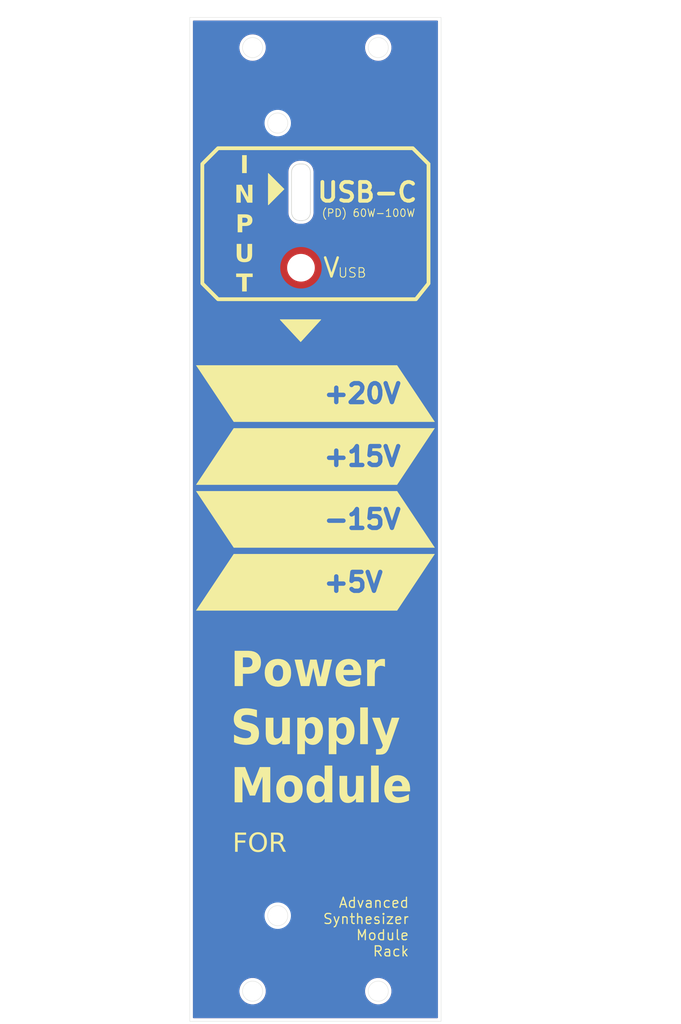
<source format=kicad_pcb>
(kicad_pcb
	(version 20241229)
	(generator "pcbnew")
	(generator_version "9.0")
	(general
		(thickness 1.6)
		(legacy_teardrops no)
	)
	(paper "A4" portrait)
	(title_block
		(title "Reference Power Module Face Plate")
		(date "2025-08-18")
		(rev "A")
		(company "by Circuit Monkey")
		(comment 1 "for ASMR :: Advanced Synth Module Rack")
	)
	(layers
		(0 "F.Cu" signal)
		(2 "B.Cu" signal)
		(9 "F.Adhes" user "F.Adhesive")
		(11 "B.Adhes" user "B.Adhesive")
		(13 "F.Paste" user)
		(15 "B.Paste" user)
		(5 "F.SilkS" user "F.Silkscreen")
		(7 "B.SilkS" user "B.Silkscreen")
		(1 "F.Mask" user)
		(3 "B.Mask" user)
		(17 "Dwgs.User" user "User.Drawings")
		(19 "Cmts.User" user "User.Comments")
		(21 "Eco1.User" user "User.Eco1")
		(23 "Eco2.User" user "User.Eco2")
		(25 "Edge.Cuts" user)
		(27 "Margin" user)
		(31 "F.CrtYd" user "F.Courtyard")
		(29 "B.CrtYd" user "B.Courtyard")
		(35 "F.Fab" user)
		(33 "B.Fab" user)
		(39 "User.1" user)
		(41 "User.2" user)
		(43 "User.3" user)
		(45 "User.4" user)
	)
	(setup
		(pad_to_mask_clearance 0)
		(allow_soldermask_bridges_in_footprints no)
		(tenting front back)
		(pcbplotparams
			(layerselection 0x00000000_00000000_55555555_5755f5ff)
			(plot_on_all_layers_selection 0x00000000_00000000_00000000_00000000)
			(disableapertmacros no)
			(usegerberextensions no)
			(usegerberattributes yes)
			(usegerberadvancedattributes yes)
			(creategerberjobfile yes)
			(dashed_line_dash_ratio 12.000000)
			(dashed_line_gap_ratio 3.000000)
			(svgprecision 4)
			(plotframeref no)
			(mode 1)
			(useauxorigin no)
			(hpglpennumber 1)
			(hpglpenspeed 20)
			(hpglpendiameter 15.000000)
			(pdf_front_fp_property_popups yes)
			(pdf_back_fp_property_popups yes)
			(pdf_metadata yes)
			(pdf_single_document no)
			(dxfpolygonmode yes)
			(dxfimperialunits yes)
			(dxfusepcbnewfont yes)
			(psnegative no)
			(psa4output no)
			(plot_black_and_white yes)
			(sketchpadsonfab no)
			(plotpadnumbers no)
			(hidednponfab no)
			(sketchdnponfab yes)
			(crossoutdnponfab yes)
			(subtractmaskfromsilk no)
			(outputformat 1)
			(mirror no)
			(drillshape 1)
			(scaleselection 1)
			(outputdirectory "")
		)
	)
	(net 0 "")
	(gr_circle
		(center 107.7 110)
		(end 107.7 108)
		(stroke
			(width 0.05)
			(type solid)
		)
		(fill yes)
		(layer "F.Mask")
		(uuid "45e70d46-2135-40c6-90e2-3ee60d72bd50")
	)
	(gr_circle
		(center 107.7 90)
		(end 107.7 88)
		(stroke
			(width 0.05)
			(type solid)
		)
		(fill yes)
		(layer "F.Mask")
		(uuid "910d385f-abb9-4678-bcee-17a3acd0aead")
	)
	(gr_circle
		(center 107.7 120)
		(end 107.7 118)
		(stroke
			(width 0.05)
			(type solid)
		)
		(fill yes)
		(layer "F.Mask")
		(uuid "b539602d-04cd-452e-8970-d406923871fe")
	)
	(gr_circle
		(center 107.7 140)
		(end 107.7 138)
		(stroke
			(width 0.05)
			(type solid)
		)
		(fill yes)
		(layer "F.Mask")
		(uuid "d1d3cbf5-d979-48e6-af10-20fa7f9454e8")
	)
	(gr_circle
		(center 107.7 130)
		(end 107.7 128)
		(stroke
			(width 0.05)
			(type solid)
		)
		(fill yes)
		(layer "F.Mask")
		(uuid "f19c5d69-8de8-4114-a775-5f999cff067d")
	)
	(gr_circle
		(center 107.7 120)
		(end 110.7 120)
		(stroke
			(width 0.05)
			(type solid)
		)
		(fill yes)
		(layer "B.Mask")
		(uuid "251cf182-f393-401d-adf8-81379b4f8c4f")
	)
	(gr_circle
		(center 107.7 110)
		(end 110.7 110)
		(stroke
			(width 0.05)
			(type solid)
		)
		(fill yes)
		(layer "B.Mask")
		(uuid "2d6306fc-5457-4ff2-b498-e93633aa733b")
	)
	(gr_circle
		(center 107.7 140)
		(end 110.7 140)
		(stroke
			(width 0.05)
			(type solid)
		)
		(fill yes)
		(layer "B.Mask")
		(uuid "59e01133-96d3-4cbf-978b-39762b4ac547")
	)
	(gr_circle
		(center 107.7 90)
		(end 110.7 90)
		(stroke
			(width 0.05)
			(type solid)
		)
		(fill yes)
		(layer "B.Mask")
		(uuid "dd175eff-c032-4783-9011-a1de81e2eaf4")
	)
	(gr_circle
		(center 107.7 130)
		(end 110.7 130)
		(stroke
			(width 0.05)
			(type solid)
		)
		(fill yes)
		(layer "B.Mask")
		(uuid "dd4d16d4-69d9-4d94-bb43-108c6e21747a")
	)
	(gr_poly
		(pts
			(xy 119.8 115.5) (xy 119.8 117.8) (xy 111.6 117.8) (xy 111.6 121.9) (xy 123.8 121.9) (xy 123.8 117.8)
			(xy 119.8 117.8) (xy 119.8 115.5) (xy 129 115.5) (xy 123 124.5) (xy 91 124.5) (xy 97 115.5)
		)
		(stroke
			(width 0.01)
			(type solid)
		)
		(fill yes)
		(layer "F.SilkS")
		(uuid "46ae4595-63ff-429f-8a1c-c95bfab25e19")
	)
	(gr_poly
		(pts
			(xy 105 77.5) (xy 102.5 75) (xy 102.5 80)
		)
		(stroke
			(width 0.1)
			(type solid)
		)
		(fill yes)
		(layer "F.SilkS")
		(uuid "7ab96f6e-2b2c-4578-88b3-e13139048d9b")
	)
	(gr_poly
		(pts
			(xy 92 92.5) (xy 92 73.5) (xy 94.5 71) (xy 125.5 71) (xy 128 73.5) (xy 128 92.5) (xy 126 95) (xy 94.5 95)
		)
		(stroke
			(width 0.6)
			(type solid)
		)
		(fill no)
		(layer "F.SilkS")
		(uuid "7f972d2f-1342-45cf-84a4-997969ae84b5")
	)
	(gr_poly
		(pts
			(xy 117.5 125.5) (xy 117.5 127.9) (xy 123.6 127.9) (xy 123.6 131.9) (xy 111.6 131.9) (xy 111.6 127.9)
			(xy 117.5 127.9) (xy 117.5 125.5) (xy 91 125.5) (xy 97 134.5) (xy 129 134.5) (xy 123 125.5)
		)
		(stroke
			(width 0.01)
			(type solid)
		)
		(fill yes)
		(layer "F.SilkS")
		(uuid "a0c9b7c9-c62d-4f4e-8dd2-2c02609ba80e")
	)
	(gr_poly
		(pts
			(xy 117.5 105.5) (xy 117.5 107.9) (xy 123.6 107.9) (xy 123.6 111.9) (xy 111.6 111.9) (xy 111.6 107.9)
			(xy 117.5 107.9) (xy 117.5 105.5) (xy 91 105.5) (xy 97 114.5) (xy 129 114.5) (xy 123 105.5)
		)
		(stroke
			(width 0.01)
			(type solid)
		)
		(fill yes)
		(layer "F.SilkS")
		(uuid "ad28b8e0-ae0a-4f83-a81b-5037af44192d")
	)
	(gr_poly
		(pts
			(xy 119.8 135.5) (xy 119.8 137.8) (xy 111.6 137.8) (xy 111.6 141.9) (xy 120.8 141.9) (xy 120.8 137.8)
			(xy 119.8 137.8) (xy 119.8 135.5) (xy 129 135.5) (xy 123 144.5) (xy 91 144.5) (xy 97 135.5)
		)
		(stroke
			(width 0.01)
			(type solid)
		)
		(fill yes)
		(layer "F.SilkS")
		(uuid "bc699c83-2871-4eae-8d51-8b05a762d789")
	)
	(gr_poly
		(pts
			(xy 107.650829 101.75) (xy 110.856873 98.25) (xy 104.395335 98.25)
		)
		(stroke
			(width 0.1)
			(type solid)
		)
		(fill yes)
		(layer "F.SilkS")
		(uuid "defe5753-6c52-4bd9-9aa4-6d533dd05489")
	)
	(gr_circle
		(center 107.7 120)
		(end 107.7 118)
		(stroke
			(width 0.05)
			(type dash_dot)
		)
		(fill no)
		(layer "Dwgs.User")
		(uuid "06d41ed5-6ceb-401c-b0c0-a9b67dae4e33")
	)
	(gr_rect
		(start 108.6 119.5)
		(end 109.1 120.5)
		(stroke
			(width 0.05)
			(type default)
		)
		(fill no)
		(layer "Dwgs.User")
		(uuid "119abbf0-7b26-4055-a50e-0d6a2f1d7280")
	)
	(gr_circle
		(center 104 67)
		(end 105.6 67)
		(stroke
			(width 0.1)
			(type default)
		)
		(fill no)
		(layer "Dwgs.User")
		(uuid "163d1b33-44e4-4984-8cfb-0dcfa4c17ece")
	)
	(gr_line
		(start 107.7 82.7)
		(end 107.7 140.1)
		(stroke
			(width 0.05)
			(type dot)
		)
		(layer "Dwgs.User")
		(uuid "1a4fc47e-168f-4fd3-90c8-3ae1c91a0f54")
	)
	(gr_circle
		(center 107.7 130)
		(end 107.7 128)
		(stroke
			(width 0.05)
			(type dash_dot)
		)
		(fill no)
		(layer "Dwgs.User")
		(uuid "36066f19-673b-4eb6-8e4e-84ab2b30894c")
	)
	(gr_rect
		(start 108.6 139.5)
		(end 109.1 140.5)
		(stroke
			(width 0.05)
			(type default)
		)
		(fill no)
		(layer "Dwgs.User")
		(uuid "4c9c1f5b-cced-42bf-8c01-dddfc70b3e08")
	)
	(gr_line
		(start 90 60)
		(end 130 60)
		(stroke
			(width 0.3)
			(type dot)
		)
		(layer "Dwgs.User")
		(uuid "64c00eff-0f49-4cef-9f71-530ffcd77ab2")
	)
	(gr_rect
		(start 99 188)
		(end 109.2 198)
		(stroke
			(width 0.1)
			(type default)
		)
		(fill no)
		(layer "Dwgs.User")
		(uuid "96b24890-1b05-4bb0-9ad0-fbb7fdeedd14")
	)
	(gr_rect
		(start 106 87.6)
		(end 114 126.6)
		(stroke
			(width 0.1)
			(type dash_dot)
		)
		(fill no)
		(layer "Dwgs.User")
		(uuid "9bed10a5-3be8-4521-bc9e-f5c64c7e07f7")
	)
	(gr_circle
		(center 104 193)
		(end 105.6 193)
		(stroke
			(width 0.1)
			(type default)
		)
		(fill no)
		(layer "Dwgs.User")
		(uuid "9fe49f4c-232a-4c3f-8b1c-c916b4444e9e")
	)
	(gr_line
		(start 60 210)
		(end 168 210)
		(stroke
			(width 0.4)
			(type dot)
		)
		(layer "Dwgs.User")
		(uuid "aaba5c89-ca2a-4a36-a226-903867f2f854")
	)
	(gr_rect
		(start 108.6 129.5)
		(end 109.1 130.5)
		(stroke
			(width 0.05)
			(type default)
		)
		(fill no)
		(layer "Dwgs.User")
		(uuid "b213df22-e420-4ff2-83aa-71626bdd9e5f")
	)
	(gr_line
		(start 90 200)
		(end 130 200)
		(stroke
			(width 0.3)
			(type dot)
		)
		(layer "Dwgs.User")
		(uuid "c186a0c9-4591-4df4-a537-50e79c76d736")
	)
	(gr_rect
		(start 108.6 89.5)
		(end 109.1 90.5)
		(stroke
			(width 0.05)
			(type default)
		)
		(fill no)
		(layer "Dwgs.User")
		(uuid "c375fe8f-a599-4655-86f0-d8fc22ad2a3b")
	)
	(gr_circle
		(center 107.7 140)
		(end 107.7 138)
		(stroke
			(width 0.05)
			(type dash_dot)
		)
		(fill no)
		(layer "Dwgs.User")
		(uuid "ccb2117e-7cfe-41fd-bf8a-a0449c328f8d")
	)
	(gr_rect
		(start 106.2 73.5)
		(end 109.2 82.5)
		(stroke
			(width 0.1)
			(type default)
		)
		(fill no)
		(layer "Dwgs.User")
		(uuid "e103f744-ab34-4a73-8491-5a0afa183483")
	)
	(gr_circle
		(center 107.7 110)
		(end 107.7 108)
		(stroke
			(width 0.05)
			(type dash_dot)
		)
		(fill no)
		(layer "Dwgs.User")
		(uuid "edcc763f-7208-4b4f-a5c3-a6f35ce63dce")
	)
	(gr_rect
		(start 108.6 109.5)
		(end 109.1 110.5)
		(stroke
			(width 0.05)
			(type default)
		)
		(fill no)
		(layer "Dwgs.User")
		(uuid "ee3e550d-37bd-4a2b-b981-6926fd421131")
	)
	(gr_rect
		(start 99 62)
		(end 109.2 72)
		(stroke
			(width 0.1)
			(type default)
		)
		(fill no)
		(layer "Dwgs.User")
		(uuid "ef5bd828-bec4-4f56-b8f4-c74af44ba928")
	)
	(gr_line
		(start 60 50)
		(end 168 50)
		(stroke
			(width 0.4)
			(type dot)
		)
		(layer "Dwgs.User")
		(uuid "f3baffd5-3c9f-4348-9e48-b023167e820c")
	)
	(gr_rect
		(start 109.2 62)
		(end 110.8 198)
		(stroke
			(width 0.1)
			(type default)
		)
		(fill no)
		(layer "Dwgs.User")
		(uuid "f782b23c-72d0-48e1-97a2-80c6c9ae6448")
	)
	(gr_circle
		(center 107.7 90)
		(end 107.7 88)
		(stroke
			(width 0.05)
			(type dash_dot)
		)
		(fill no)
		(layer "Dwgs.User")
		(uuid "ff25ede9-33a5-40e6-879f-e2bf3618ede1")
	)
	(gr_rect
		(start 90 50.2)
		(end 130 209.8)
		(stroke
			(width 0.05)
			(type default)
		)
		(fill no)
		(layer "Edge.Cuts")
		(uuid "1171d190-a798-46f5-9799-b4d036f31a7a")
	)
	(gr_circle
		(center 120 205)
		(end 121.6 205)
		(stroke
			(width 0.05)
			(type default)
		)
		(fill no)
		(layer "Edge.Cuts")
		(uuid "24108fc9-e586-4959-a8e1-837227b3e0f8")
	)
	(gr_arc
		(start 107.5 82.5)
		(mid 106.580761 82.119239)
		(end 106.2 81.2)
		(stroke
			(width 0.1)
			(type default)
		)
		(layer "Edge.Cuts")
		(uuid "26727dbd-18a2-44eb-8187-0970ca97ea0a")
	)
	(gr_circle
		(center 100 205)
		(end 101.6 205)
		(stroke
			(width 0.05)
			(type default)
		)
		(fill no)
		(layer "Edge.Cuts")
		(uuid "4ff31694-d1cc-49d4-9bfb-6202efd8c715")
	)
	(gr_circle
		(center 104 67)
		(end 105.6 67)
		(stroke
			(width 0.05)
			(type default)
		)
		(fill no)
		(layer "Edge.Cuts")
		(uuid "577fda60-ee85-4aaf-89fb-bbb1f1bae16b")
	)
	(gr_line
		(start 107.5 73.5)
		(end 107.9 73.5)
		(stroke
			(width 0.1)
			(type default)
		)
		(layer "Edge.Cuts")
		(uuid "619c1f7d-1a0c-4622-a25f-6dc9e773ba43")
	)
	(gr_arc
		(start 106.2 74.8)
		(mid 106.580761 73.880761)
		(end 107.5 73.5)
		(stroke
			(width 0.1)
			(type default)
		)
		(layer "Edge.Cuts")
		(uuid "81c60667-392f-46f9-b3b2-9bf8cb19ed80")
	)
	(gr_circle
		(center 120 55)
		(end 121.6 55)
		(stroke
			(width 0.05)
			(type default)
		)
		(fill no)
		(layer "Edge.Cuts")
		(uuid "91dbf3f5-9c4c-4134-9605-c2284c1b7a2a")
	)
	(gr_circle
		(center 100 55)
		(end 101.6 55)
		(stroke
			(width 0.05)
			(type default)
		)
		(fill no)
		(layer "Edge.Cuts")
		(uuid "a1177261-b688-43f4-aa9b-d356714de8e7")
	)
	(gr_arc
		(start 109.2 81.2)
		(mid 108.819239 82.119239)
		(end 107.9 82.5)
		(stroke
			(width 0.1)
			(type default)
		)
		(layer "Edge.Cuts")
		(uuid "a7e4bcc4-6bd3-4b1c-a67b-f08a53f11509")
	)
	(gr_line
		(start 107.9 82.5)
		(end 107.5 82.5)
		(stroke
			(width 0.1)
			(type default)
		)
		(layer "Edge.Cuts")
		(uuid "b74d4d83-d37a-42db-9e4d-0f49505b017f")
	)
	(gr_line
		(start 106.2 81.2)
		(end 106.2 74.8)
		(stroke
			(width 0.1)
			(type default)
		)
		(layer "Edge.Cuts")
		(uuid "b8a854cb-521f-4346-ac2e-1926f1f7dd4d")
	)
	(gr_arc
		(start 107.9 73.5)
		(mid 108.819239 73.880761)
		(end 109.2 74.8)
		(stroke
			(width 0.1)
			(type default)
		)
		(layer "Edge.Cuts")
		(uuid "d0b57838-bf54-469b-b0b2-b1a65f7480eb")
	)
	(gr_circle
		(center 104 193)
		(end 105.6 193)
		(stroke
			(width 0.05)
			(type default)
		)
		(fill no)
		(layer "Edge.Cuts")
		(uuid "eedd994d-7227-4bb0-b484-6f66ae8c15f6")
	)
	(gr_line
		(start 109.2 74.8)
		(end 109.2 81.2)
		(stroke
			(width 0.1)
			(type default)
		)
		(layer "Edge.Cuts")
		(uuid "f5ac2a58-4896-44ae-9f07-730b2cc42f18")
	)
	(gr_text "A      S      M      R"
		(at 110 52.5 0)
		(layer "F.Mask")
		(uuid "1e57576e-3685-4bea-906a-12aff3e432d0")
		(effects
			(font
				(face "Audiowide")
				(size 2.3 2.5)
				(thickness 0.4)
				(bold yes)
			)
		)
		(render_cache "A      S      M      R" 0
			(polygon
				(pts
					(xy 96.343619 51.208589) (xy 96.416892 51.25353) (xy 96.465741 51.321081) (xy 96.483296 51.402817)
					(xy 96.483296 53.4545) (xy 96.029462 53.4545) (xy 96.029462 52.901448) (xy 94.478367 52.901448)
					(xy 94.478367 53.4545) (xy 94.024534 53.4545) (xy 94.024534 52.323539) (xy 94.478367 52.323539)
					(xy 94.478367 52.483921) (xy 96.029462 52.483921) (xy 96.029462 51.609965) (xy 95.253991 51.609965)
					(xy 95.168201 51.615442) (xy 95.017075 51.642828) (xy 94.931135 51.669689) (xy 94.836183 51.709958)
					(xy 94.746062 51.763026) (xy 94.661549 51.834669) (xy 94.590285 51.922) (xy 94.530116 52.033672)
					(xy 94.492269 52.160537) (xy 94.478367 52.323539) (xy 94.024534 52.323539) (xy 94.035183 52.160195)
					(xy 94.066307 52.008842) (xy 94.117193 51.867812) (xy 94.187761 51.734153) (xy 94.273394 51.615241)
					(xy 94.374411 51.509691) (xy 94.49016 51.417569) (xy 94.619455 51.339832) (xy 94.763673 51.27614)
					(xy 94.915869 51.230145) (xy 95.078733 51.202043) (xy 95.253991 51.192438) (xy 96.254776 51.192438)
				)
			)
			(polygon
				(pts
					(xy 106.181569 52.78699) (xy 106.172798 52.904952) (xy 106.147985 53.005935) (xy 106.108336 53.098753)
					(xy 106.059295 53.177553) (xy 105.999203 53.246798) (xy 105.930304 53.304229) (xy 105.854479 53.352092)
					(xy 105.777347 53.389757) (xy 105.616604 53.43877) (xy 105.462731 53.4545) (xy 103.744941 53.4545)
					(xy 103.744941 53.036972) (xy 105.462731 53.036972) (xy 105.543578 53.028767) (xy 105.607414 53.005921)
					(xy 105.658126 52.969281) (xy 105.695867 52.920534) (xy 105.719358 52.86079) (xy 105.727735 52.78699)
					(xy 105.722977 52.732821) (xy 105.709264 52.68489) (xy 105.686618 52.641358) (xy 105.656446 52.604699)
					(xy 105.618625 52.57487) (xy 105.572641 52.552315) (xy 105.521386 52.538561) (xy 105.462731 52.533777)
					(xy 104.441491 52.533777) (xy 104.331687 52.525323) (xy 104.207628 52.498246) (xy 104.087446 52.452165)
					(xy 103.974834 52.383647) (xy 103.87779 52.293856) (xy 103.795927 52.176358) (xy 103.757528 52.088513)
					(xy 103.733148 51.985107) (xy 103.724486 51.863178) (xy 103.733164 51.741245) (xy 103.757558 51.638145)
					(xy 103.795927 51.55084) (xy 103.877719 51.433706) (xy 103.974834 51.343551) (xy 104.087505 51.27437)
					(xy 104.207628 51.22811) (xy 104.331692 51.200925) (xy 104.441491 51.192438) (xy 105.957781 51.192438)
					(xy 105.957781 51.609965) (xy 104.441491 51.609965) (xy 104.361923 51.618303) (xy 104.298592 51.641639)
					(xy 104.247776 51.679342) (xy 104.210073 51.728945) (xy 104.186649 51.789245) (xy 104.178319 51.863178)
					(xy 104.186739 51.938016) (xy 104.210232 51.997921) (xy 104.247776 52.046171) (xy 104.298391 52.082472)
					(xy 104.361717 52.105064) (xy 104.441491 52.113161) (xy 105.462731 52.113161) (xy 105.466242 52.113161)
					(xy 105.619199 52.131418) (xy 105.779942 52.182819) (xy 105.85758 52.221873) (xy 105.932136 52.270593)
					(xy 105.999769 52.328426) (xy 106.06021 52.397972) (xy 106.109794 52.476762) (xy 106.148901 52.568887)
					(xy 106.173007 52.668985)
				)
			)
			(polygon
				(pts
					(xy 116.213691 53.4545) (xy 115.756499 53.4545) (xy 115.756499 52.125238) (xy 114.978433 53.384701)
					(xy 114.942647 53.428647) (xy 114.89539 53.460258) (xy 114.840293 53.479513) (xy 114.781207 53.485958)
					(xy 114.72369 53.479514) (xy 114.670229 53.460258) (xy 114.624386 53.428758) (xy 114.589018 53.384701)
					(xy 113.807441 52.125238) (xy 113.807441 53.4545) (xy 113.353607 53.4545) (xy 113.353607 51.371358)
					(xy 113.365246 51.30286) (xy 113.399861 51.242856) (xy 113.453193 51.195998) (xy 113.521219 51.16744)
					(xy 113.594492 51.161822) (xy 113.665169 51.176288) (xy 113.727146 51.210134) (xy 113.774468 51.262237)
					(xy 114.781207 52.872237) (xy 115.787945 51.262237) (xy 115.83587 51.20988) (xy 115.89877 51.175445)
					(xy 115.970579 51.160613) (xy 116.046079 51.16744) (xy 116.112832 51.19587) (xy 116.166521 51.242856)
					(xy 116.201843 51.302918) (xy 116.213691 51.371358)
				)
			)
			(polygon
				(pts
					(xy 126.007829 51.954183) (xy 125.997896 52.09035) (xy 125.969971 52.205429) (xy 125.924835 52.310855)
					(xy 125.867695 52.40064) (xy 125.797863 52.479551) (xy 125.719012 52.545434) (xy 125.6324 52.600516)
					(xy 125.543004 52.644303) (xy 125.450053 52.677814) (xy 125.357532 52.700339) (xy 125.194653 52.717613)
					(xy 126.122013 53.4545) (xy 125.420425 53.4545) (xy 124.494897 52.717613) (xy 124.172497 52.717613)
					(xy 124.172497 52.300086) (xy 125.181372 52.300086) (xy 125.261483 52.288834) (xy 125.332345 52.268346)
					(xy 125.396597 52.23793) (xy 125.450345 52.19939) (xy 125.494171 52.151827) (xy 125.526976 52.094763)
					(xy 125.546926 52.030615) (xy 125.553995 51.954183) (xy 125.553995 51.696617) (xy 125.545142 51.646058)
					(xy 125.522854 51.62092) (xy 125.493851 51.61151) (xy 125.464999 51.609965) (xy 124.00458 51.609965)
					(xy 124.00458 53.4545) (xy 123.550746 53.4545) (xy 123.550746 51.402817) (xy 123.568148 51.321081)
					(xy 123.616234 51.25353) (xy 123.688743 51.208589) (xy 123.779418 51.192438) (xy 125.464999 51.192438)
					(xy 125.607176 51.20574) (xy 125.718249 51.242435) (xy 125.813189 51.299665) (xy 125.886318 51.367847)
					(xy 125.942266 51.446608) (xy 125.979436 51.530196) (xy 126.001047 51.616366) (xy 126.007829 51.693386)
				)
			)
		)
	)
	(gr_text "ASMR"
		(at 96.7 186.9 0)
		(layer "F.Mask")
		(uuid "4f01f063-1517-4c37-a86f-bacb0557f60c")
		(effects
			(font
				(face "Audiowide")
				(size 4 6)
				(thickness 0.1)
			)
			(justify left)
		)
		(render_cache "ASMR" 0
			(polygon
				(pts
					(xy 102.757833 184.668967) (xy 102.930024 184.745659) (xy 103.044696 184.860453) (xy 103.085729 184.999672)
					(xy 103.085729 188.56) (xy 102.019975 188.56) (xy 102.019975 187.598171) (xy 98.2739 187.598171)
					(xy 98.2739 188.56) (xy 97.208147 188.56) (xy 97.208147 186.600928) (xy 98.2739 186.600928) (xy 98.2739 186.887669)
					(xy 102.019975 186.887669) (xy 102.019975 185.352114) (xy 100.147121 185.352114) (xy 99.939759 185.361639)
					(xy 99.575226 185.409511) (xy 99.36784 185.456515) (xy 99.13852 185.526992) (xy 98.920831 185.619918)
					(xy 98.716468 185.745589) (xy 98.544144 185.898517) (xy 98.398831 186.093879) (xy 98.307444 186.315994)
					(xy 98.2739 186.600928) (xy 97.208147 186.600928) (xy 97.233587 186.317809) (xy 97.30792 186.055562)
					(xy 97.429431 185.81129) (xy 97.598211 185.579779) (xy 97.802996 185.373785) (xy 98.044556 185.190914)
					(xy 98.321066 185.031447) (xy 98.630033 184.896818) (xy 98.974755 184.786448) (xy 99.338531 184.706867)
					(xy 99.727941 184.658236) (xy 100.147121 184.641612) (xy 102.549005 184.641612)
				)
			)
			(polygon
				(pts
					(xy 109.971912 187.406929) (xy 109.950951 187.610863) (xy 109.891678 187.785261) (xy 109.797335 187.945724)
					(xy 109.680652 188.081772) (xy 109.53733 188.201295) (xy 109.373272 188.300369) (xy 109.192416 188.382927)
					(xy 109.008374 188.447892) (xy 108.625157 188.532644) (xy 108.258426 188.56) (xy 104.147452 188.56)
					(xy 104.147452 187.849497) (xy 108.258426 187.849497) (xy 108.455709 187.834947) (xy 108.611689 187.794406)
					(xy 108.735799 187.72933) (xy 108.828207 187.642974) (xy 108.885678 187.537299) (xy 108.906158 187.406929)
					(xy 108.894552 187.311301) (xy 108.861095 187.226678) (xy 108.805754 187.149584) (xy 108.731769 187.084528)
					(xy 108.639346 187.031613) (xy 108.526971 186.991716) (xy 108.401412 186.967238) (xy 108.258426 186.958743)
					(xy 105.807449 186.958743) (xy 105.545739 186.94416) (xy 105.249842 186.897438) (xy 104.963184 186.817706)
					(xy 104.694801 186.699357) (xy 104.463535 186.544292) (xy 104.268353 186.341297) (xy 104.17701 186.189696)
					(xy 104.118984 186.011079) (xy 104.09836 185.8003) (xy 104.119016 185.589514) (xy 104.177069 185.41134)
					(xy 104.268353 185.260523) (xy 104.463339 185.058365) (xy 104.694801 184.902707) (xy 104.963327 184.783204)
					(xy 105.249842 184.703161) (xy 105.545751 184.656252) (xy 105.807449 184.641612) (xy 109.434822 184.641612)
					(xy 109.434822 185.352114) (xy 105.807449 185.352114) (xy 105.613233 185.366894) (xy 105.458467 185.408287)
					(xy 105.334106 185.475212) (xy 105.24176 185.563201) (xy 105.184464 185.669857) (xy 105.164113 185.8003)
					(xy 105.184689 185.932479) (xy 105.242158 186.038524) (xy 105.334106 186.124166) (xy 105.457956 186.188509)
					(xy 105.612712 186.228532) (xy 105.807449 186.242868) (xy 108.258426 186.242868) (xy 108.266852 186.242868)
					(xy 108.631385 186.274375) (xy 109.014602 186.363035) (xy 109.199813 186.430619) (xy 109.377302 186.51471)
					(xy 109.538639 186.614697) (xy 109.68285 186.734773) (xy 109.800851 186.87077) (xy 109.893876 187.029818)
					(xy 109.951461 187.202891)
				)
			)
			(polygon
				(pts
					(xy 117.700366 188.56) (xy 116.626552 188.56) (xy 116.626552 186.226503) (xy 114.737212 188.442519)
					(xy 114.653383 188.517209) (xy 114.542306 188.57099) (xy 114.413045 188.603739) (xy 114.274127 188.61471)
					(xy 114.138978 188.60374) (xy 114.013642 188.57099) (xy 113.906185 188.51743) (xy 113.823133 188.442519)
					(xy 111.925366 186.226503) (xy 111.925366 188.56) (xy 110.859612 188.56) (xy 110.859612 184.944961)
					(xy 110.88691 184.828387) (xy 110.968056 184.726364) (xy 111.093448 184.646497) (xy 111.253087 184.597892)
					(xy 111.425279 184.588367) (xy 111.591242 184.613035) (xy 111.736688 184.670432) (xy 111.847697 184.759092)
					(xy 114.274127 187.570816) (xy 116.700558 184.759092) (xy 116.812984 184.67013) (xy 116.960676 184.61157)
					(xy 117.129338 184.586325) (xy 117.306891 184.597892) (xy 117.463474 184.646274) (xy 117.589724 184.726364)
					(xy 117.672566 184.828488) (xy 117.700366 184.944961)
				)
			)
			(polygon
				(pts
					(xy 124.816625 185.958569) (xy 124.79297 186.194176) (xy 124.7265 186.393077) (xy 124.618704 186.575475)
					(xy 124.482501 186.730621) (xy 124.316027 186.866923) (xy 124.127861 186.980725) (xy 123.921116 187.075838)
					(xy 123.707641 187.151451) (xy 123.485972 187.209478) (xy 123.265073 187.248415) (xy 122.845219 187.278457)
					(xy 125.070882 188.56) (xy 123.422976 188.56) (xy 121.201709 187.278457) (xy 120.435275 187.278457)
					(xy 120.435275 186.567955) (xy 122.845219 186.567955) (xy 123.039919 186.548195) (xy 123.21195 186.512023)
					(xy 123.367923 186.45848) (xy 123.498813 186.39039) (xy 123.605345 186.306597) (xy 123.685293 186.205987)
					(xy 123.733727 186.092949) (xy 123.750872 185.958569) (xy 123.750872 185.510628) (xy 123.728157 185.419036)
					(xy 123.671004 185.37263) (xy 123.596999 185.354801) (xy 123.525558 185.352114) (xy 120.008827 185.352114)
					(xy 120.008827 188.56) (xy 118.943073 188.56) (xy 118.943073 184.999672) (xy 118.984106 184.860453)
					(xy 119.096946 184.745659) (xy 119.266939 184.668967) (xy 119.480163 184.641612) (xy 123.525558 184.641612)
					(xy 123.863927 184.66456) (xy 124.127861 184.727829) (xy 124.353676 184.826306) (xy 124.527564 184.94374)
					(xy 124.660536 185.079466) (xy 124.748848 185.223642) (xy 124.800442 185.372281) (xy 124.816625 185.50501)
				)
			)
		)
	)
	(gr_text "+5V"
		(at 111 140 0)
		(layer "F.SilkS" knockout)
		(uuid "04af87cf-ef41-4f28-8539-9498c3153c77")
		(effects
			(font
				(size 3 3)
				(thickness 0.7)
				(bold yes)
			)
			(justify left)
		)
	)
	(gr_text "-15V"
		(at 111 130 0)
		(layer "F.SilkS" knockout)
		(uuid "12402827-ef64-478f-8d20-e189840553da")
		(effects
			(font
				(size 3 3)
				(thickness 0.7)
				(bold yes)
			)
			(justify left)
		)
	)
	(gr_text " (PD) 60W-100W"
		(at 110 82 0)
		(layer "F.SilkS")
		(uuid "284ba127-d0b9-418a-8a98-a5f644afe2ce")
		(effects
			(font
				(size 1.2 1.2)
				(thickness 0.15)
			)
			(justify left bottom)
		)
	)
	(gr_text "USB"
		(at 113.5 90.8 0)
		(layer "F.SilkS")
		(uuid "3b75e989-02b0-471b-9976-cb46ee78bb65")
		(effects
			(font
				(size 1.5 1.5)
				(thickness 0.15)
			)
			(justify left)
		)
	)
	(gr_text "FOR"
		(at 96.8 181.6 0)
		(layer "F.SilkS")
		(uuid "49f25e85-9a47-4570-8656-d381e80ea78f")
		(effects
			(font
				(face "Audiowide")
				(size 3 3)
				(thickness 0.1)
				(italic yes)
			)
			(justify left)
		)
		(render_cache "FOR" 0
			(polygon
				(pts
					(xy 99.729815 181.644057) (xy 98.082091 181.644057) (xy 98.193649 181.107151) (xy 99.841372 181.107151)
				)
			)
			(polygon
				(pts
					(xy 100.212866 180.439085) (xy 98.12404 180.439085) (xy 97.62377 182.845) (xy 97.102616 182.845)
					(xy 97.657841 180.174754) (xy 97.699424 180.07034) (xy 97.772697 179.984244) (xy 97.867768 179.926725)
					(xy 97.976212 179.906209) (xy 100.323508 179.906209)
				)
			)
			(polygon
				(pts
					(xy 102.791181 179.876025) (xy 102.943318 179.907237) (xy 103.079666 179.9575) (xy 103.20657 180.027811)
					(xy 103.314869 180.112685) (xy 103.406463 180.212672) (xy 103.480498 180.326312) (xy 103.537146 180.455278)
					(xy 103.57609 180.601934) (xy 103.593752 180.753141) (xy 103.590279 180.916726) (xy 103.563817 181.094877)
					(xy 103.44713 181.656331) (xy 103.370519 181.915271) (xy 103.254239 182.150373) (xy 103.102121 182.361187)
					(xy 102.922679 182.539635) (xy 102.717245 182.685345) (xy 102.489637 182.794808) (xy 102.246614 182.863148)
					(xy 101.99248 182.886032) (xy 101.286863 182.886032) (xy 101.116488 182.87533) (xy 100.964009 182.844503)
					(xy 100.826892 182.794808) (xy 100.699384 182.724901) (xy 100.590803 182.640036) (xy 100.49918 182.539635)
					(xy 100.425121 182.425385) (xy 100.368123 182.296368) (xy 100.328454 182.150373) (xy 100.310247 181.999737)
					(xy 100.313426 181.835838) (xy 100.317149 181.810683) (xy 100.84201 181.810683) (xy 100.850706 181.942278)
					(xy 100.886096 182.062693) (xy 100.944495 182.161547) (xy 101.025741 182.241819) (xy 101.130608 182.302964)
					(xy 101.251543 182.339986) (xy 101.397688 182.353155) (xy 102.099459 182.353155) (xy 102.248443 182.340453)
					(xy 102.387421 182.302964) (xy 102.516894 182.242349) (xy 102.632336 182.161547) (xy 102.732636 182.061705)
					(xy 102.817166 181.942278) (xy 102.881709 181.808168) (xy 102.925793 181.656331) (xy 103.04248 181.094877)
					(xy 103.06157 180.940531) (xy 103.052739 180.80893) (xy 103.017696 180.688452) (xy 102.960048 180.589661)
					(xy 102.87969 180.509441) (xy 102.775034 180.448244) (xy 102.654323 180.411181) (xy 102.509787 180.398053)
					(xy 101.804169 180.398053) (xy 101.655185 180.410755) (xy 101.516207 180.448244) (xy 101.386857 180.50884)
					(xy 101.271292 180.589661) (xy 101.170954 180.689495) (xy 101.086278 180.80893) (xy 101.021876 180.943029)
					(xy 100.977834 181.094877) (xy 100.861147 181.656331) (xy 100.84201 181.810683) (xy 100.317149 181.810683)
					(xy 100.339994 181.656331) (xy 100.456681 181.094877) (xy 100.533187 180.837609) (xy 100.650488 180.601934)
					(xy 100.803679 180.390335) (xy 100.982964 180.212672) (xy 101.188321 180.067545) (xy 101.416922 179.9575)
					(xy 101.578777 179.906203) (xy 101.744397 179.87548) (xy 101.914994 179.865176) (xy 102.620612 179.865176)
				)
			)
			(polygon
				(pts
					(xy 107.072121 180.893927) (xy 107.024169 181.069556) (xy 106.960197 181.219808) (xy 106.879358 181.356242)
					(xy 106.788372 181.472965) (xy 106.685637 181.575292) (xy 106.576064 181.660544) (xy 106.459634 181.732096)
					(xy 106.343789 181.788588) (xy 106.225723 181.832297) (xy 106.112247 181.861311) (xy 105.902137 181.883843)
					(xy 106.790753 182.845) (xy 105.984935 182.845) (xy 105.098333 181.883843) (xy 104.723543 181.883843)
					(xy 104.834368 181.350966) (xy 106.012962 181.350966) (xy 106.110538 181.336298) (xy 106.200907 181.309017)
					(xy 106.285232 181.269074) (xy 106.360275 181.217793) (xy 106.425553 181.154843) (xy 106.480259 181.07949)
					(xy 106.521816 180.994005) (xy 106.550785 180.893927) (xy 106.62076 180.557971) (xy 106.623874 180.489277)
					(xy 106.603175 180.454473) (xy 106.569836 180.4411) (xy 106.535397 180.439085) (xy 104.815317 180.439085)
					(xy 104.315047 182.845) (xy 103.793893 182.845) (xy 104.349118 180.174754) (xy 104.390701 180.07034)
					(xy 104.463974 179.984244) (xy 104.559045 179.926725) (xy 104.667489 179.906209) (xy 106.646039 179.906209)
					(xy 106.809465 179.923797) (xy 106.927224 179.970872) (xy 107.0223 180.044703) (xy 107.089157 180.132805)
					(xy 107.132707 180.233769) (xy 107.153637 180.342732) (xy 107.155709 180.453355) (xy 107.142829 180.553757)
				)
			)
		)
	)
	(gr_text "Power\nSupply\nModule"
		(at 96.5 151 0)
		(layer "F.SilkS")
		(uuid "5c620a63-f10c-4ffa-b89a-f49545675c3b")
		(effects
			(font
				(face "Audiowide")
				(size 5.5 5)
				(thickness 0.1)
				(bold yes)
			)
			(justify left top)
		)
		(render_cache "Power\nSupply\nModule" 0
			(polygon
				(pts
					(xy 101.916085 153.355922) (xy 101.896225 153.681243) (xy 101.840369 153.956393) (xy 101.750082 154.208788)
					(xy 101.635816 154.423538) (xy 101.496193 154.612194) (xy 101.338756 154.769447) (xy 101.165452 154.90071)
					(xy 100.986741 155.003859) (xy 100.800868 155.082691) (xy 100.615491 155.136178) (xy 100.263476 155.177486)
					(xy 98.24542 155.177486) (xy 98.24542 154.179051) (xy 100.263171 154.179051) (xy 100.426602 154.151781)
					(xy 100.56878 154.102817) (xy 100.697003 154.030261) (xy 100.803253 153.938258) (xy 100.889447 153.824667)
					(xy 100.954684 153.688062) (xy 100.994663 153.535158) (xy 101.008722 153.355922) (xy 101.008722 152.912957)
					(xy 100.982054 152.736037) (xy 100.937587 152.578467) (xy 100.872947 152.435733) (xy 100.790736 152.318867)
					(xy 100.689323 152.223581) (xy 100.566948 152.150279) (xy 100.429268 152.105188) (xy 100.263476 152.089157)
					(xy 98.261906 152.089157) (xy 98.103783 152.115859) (xy 97.998735 152.187556) (xy 97.933676 152.302327)
					(xy 97.909586 152.473015) (xy 97.909586 156.5) (xy 97.002224 156.5) (xy 97.002224 152.473015) (xy 97.03551 152.113255)
					(xy 97.127704 151.829557) (xy 97.271486 151.586449) (xy 97.44125 151.401369) (xy 97.638078 151.260005)
					(xy 97.849136 151.164606) (xy 98.06627 151.108195) (xy 98.25519 151.090723) (xy 100.263476 151.090723)
					(xy 100.5564 151.11303) (xy 100.806001 151.176024) (xy 101.035464 151.276916) (xy 101.230373 151.403048)
					(xy 101.401767 151.556762) (xy 101.543309 151.729815) (xy 101.661777 151.92027) (xy 101.756411 152.117031)
					(xy 101.82942 152.321547) (xy 101.878227 152.525069) (xy 101.916085 152.912286)
				)
			)
			(polygon
				(pts
					(xy 105.665673 152.453208) (xy 105.923499 152.553615) (xy 106.144431 152.710181) (xy 106.312761 152.896502)
					(xy 106.44102 153.11271) (xy 106.527695 153.34484) (xy 106.57889 153.584146) (xy 106.594862 153.795529)
					(xy 106.594862 155.118043) (xy 106.579551 155.363622) (xy 106.536243 155.57377) (xy 106.467141 155.766881)
					(xy 106.381454 155.929754) (xy 106.276494 156.072711) (xy 106.157362 156.191368) (xy 105.890526 156.367681)
					(xy 105.608426 156.468095) (xy 105.338538 156.5) (xy 103.73661 156.5) (xy 103.547634 156.482994)
					(xy 103.330556 156.428131) (xy 103.119625 156.333728) (xy 102.92267 156.191704) (xy 102.752691 156.005324)
					(xy 102.609124 155.763516) (xy 102.517042 155.48057) (xy 102.483644 155.118043) (xy 102.483644 153.795529)
					(xy 103.391311 153.795529) (xy 103.391311 155.118043) (xy 103.415379 155.288495) (xy 103.48046 155.403502)
					(xy 103.585441 155.474955) (xy 103.743326 155.501565) (xy 105.338538 155.501565) (xy 105.498791 155.474681)
					(xy 105.601404 155.403502) (xy 105.664156 155.288809) (xy 105.6875 155.118043) (xy 105.6875 153.802917)
					(xy 105.662865 153.623442) (xy 105.598046 153.51007) (xy 105.493995 153.441067) (xy 105.338538 153.415365)
					(xy 103.743326 153.415365) (xy 103.585296 153.441576) (xy 103.48046 153.511749) (xy 103.415458 153.625124)
					(xy 103.391311 153.795529) (xy 102.483644 153.795529) (xy 102.516973 153.436) (xy 102.609124 153.15375)
					(xy 102.752691 152.911942) (xy 102.92267 152.725562) (xy 103.119645 152.583274) (xy 103.330556 152.488799)
					(xy 103.547634 152.433936) (xy 103.73661 152.416931) (xy 105.338538 152.416931)
				)
			)
			(polygon
				(pts
					(xy 113.435799 152.416931) (xy 112.971737 153.460367) (xy 112.718072 153.956286) (xy 112.457301 154.417493)
					(xy 112.182532 154.856562) (xy 111.908365 155.250697) (xy 111.622449 155.614018) (xy 111.352102 155.909268)
					(xy 111.072069 156.162289) (xy 110.813546 156.343165) (xy 110.550041 156.46317) (xy 110.315901 156.5)
					(xy 110.134551 156.461714) (xy 109.988005 156.355927) (xy 109.890003 156.196741) (xy 109.855198 155.99692)
					(xy 109.855198 154.202896) (xy 108.109778 156.350218) (xy 107.957737 156.463394) (xy 107.788293 156.5)
					(xy 107.612133 156.461714) (xy 107.467419 156.356263) (xy 107.36789 156.197077) (xy 107.331254 155.99692)
					(xy 107.331254 152.416931) (xy 108.238921 152.416931) (xy 108.238921 154.714035) (xy 109.991364 152.559324)
					(xy 110.098384 152.471239) (xy 110.223394 152.422976) (xy 110.356212 152.41655) (xy 110.486871 152.455216)
					(xy 110.602805 152.53004) (xy 110.69112 152.637909) (xy 110.747439 152.768768) (xy 110.766224 152.912286)
					(xy 110.766224 155.209054) (xy 111.025869 154.911046) (xy 111.268143 154.58541) (xy 111.699537 153.889227)
					(xy 112.075061 153.161139) (xy 112.420664 152.416931)
				)
			)
			(polygon
				(pts
					(xy 117.712491 153.772692) (xy 117.696927 153.980182) (xy 117.647156 154.213978) (xy 117.562126 154.440747)
					(xy 117.435275 154.653249) (xy 117.269568 154.836654) (xy 117.053035 154.992441) (xy 116.800295 155.092639)
					(xy 116.47998 155.12879) (xy 114.868283 155.12879) (xy 114.868283 154.179051) (xy 116.47998 154.179051)
					(xy 116.640219 154.147815) (xy 116.752922 154.060502) (xy 116.824651 153.929166) (xy 116.849398 153.765304)
					(xy 116.821218 153.595461) (xy 116.74132 153.472457) (xy 116.622908 153.393507) (xy 116.47998 153.366669)
					(xy 114.878053 153.366669) (xy 114.717788 153.397969) (xy 114.604806 153.485554) (xy 114.533322 153.616584)
					(xy 114.508635 153.780416) (xy 114.508635 155.144238) (xy 114.53689 155.317304) (xy 114.616407 155.440779)
					(xy 114.73578 155.519422) (xy 114.884769 155.546567) (xy 116.48975 155.546567) (xy 116.48975 156.5)
					(xy 114.878053 156.5) (xy 114.689659 156.482894) (xy 114.476884 156.428131) (xy 114.27071 156.33467)
					(xy 114.077547 156.195398) (xy 113.910862 156.012835) (xy 113.769495 155.774598) (xy 113.678407 155.496585)
					(xy 113.645542 155.144238) (xy 113.645542 153.772692) (xy 113.661098 153.565499) (xy 113.710877 153.331742)
					(xy 113.795855 153.105008) (xy 113.922452 152.892807) (xy 114.088444 152.709183) (xy 114.304998 152.553615)
					(xy 114.557758 152.453166) (xy 114.878053 152.416931) (xy 116.47998 152.416931) (xy 116.668337 152.434043)
					(xy 116.880844 152.488799) (xy 117.086947 152.582346) (xy 117.279876 152.721868) (xy 117.446791 152.904187)
					(xy 117.588232 153.142332) (xy 117.67955 153.420368)
				)
			)
			(polygon
				(pts
					(xy 121.54344 153.415365) (xy 119.535764 153.415365) (xy 119.374531 153.44172) (xy 119.269234 153.511749)
					(xy 119.204232 153.625124) (xy 119.180085 153.795529) (xy 119.180085 156.5) (xy 118.272418 156.5)
					(xy 118.272418 153.795529) (xy 118.287692 153.549888) (xy 118.33073 153.341482) (xy 118.400401 153.149948)
					(xy 118.487657 152.987177) (xy 118.594025 152.844097) (xy 118.713276 152.725562) (xy 118.979806 152.549249)
					(xy 119.261906 152.449171) (xy 119.528742 152.416931) (xy 121.54344 152.416931)
				)
			)
			(polygon
				(pts
					(xy 101.742062 164.143781) (xy 101.72452 164.425864) (xy 101.674895 164.667346) (xy 101.595597 164.8893)
					(xy 101.497513 165.077735) (xy 101.37733 165.243323) (xy 101.239532 165.380657) (xy 101.087883 165.495113)
					(xy 100.933618 165.58518) (xy 100.612133 165.702386) (xy 100.304387 165.74) (xy 96.868806 165.74)
					(xy 96.868806 164.741565) (xy 100.304387 164.741565) (xy 100.466081 164.721944) (xy 100.593753 164.667312)
					(xy 100.695176 164.579693) (xy 100.770658 164.463125) (xy 100.817641 164.32026) (xy 100.834394 164.143781)
					(xy 100.824879 164.014247) (xy 100.797452 163.89963) (xy 100.752161 163.79553) (xy 100.691817 163.707868)
					(xy 100.616175 163.636538) (xy 100.524206 163.582602) (xy 100.421697 163.549711) (xy 100.304387 163.538272)
					(xy 98.261906 163.538272) (xy 98.042299 163.518056) (xy 97.794181 163.453306) (xy 97.553816 163.343112)
					(xy 97.328593 163.179266) (xy 97.134505 162.964548) (xy 96.970778 162.683575) (xy 96.893981 162.473509)
					(xy 96.84522 162.226234) (xy 96.827896 161.934665) (xy 96.845252 161.643087) (xy 96.89404 161.396542)
					(xy 96.970778 161.187771) (xy 97.134362 160.907666) (xy 97.328593 160.69208) (xy 97.553935 160.526646)
					(xy 97.794181 160.416024) (xy 98.042309 160.351017) (xy 98.261906 160.330723) (xy 101.294487 160.330723)
					(xy 101.294487 161.329157) (xy 98.261906 161.329157) (xy 98.10277 161.349095) (xy 97.976109 161.404899)
					(xy 97.874476 161.495059) (xy 97.799071 161.613673) (xy 97.752223 161.757868) (xy 97.735563 161.934665)
					(xy 97.752403 162.113626) (xy 97.799389 162.256877) (xy 97.874476 162.372257) (xy 97.975706 162.459065)
					(xy 98.102359 162.513089) (xy 98.261906 162.53245) (xy 100.304387 162.53245) (xy 100.311409 162.53245)
					(xy 100.617323 162.576108) (xy 100.938808 162.699023) (xy 101.094084 162.792415) (xy 101.243196 162.90892)
					(xy 101.378462 163.047216) (xy 101.499345 163.213521) (xy 101.598512 163.401932) (xy 101.676727 163.622231)
					(xy 101.724939 163.861596)
				)
			)
			(polygon
				(pts
					(xy 106.420228 165.23692) (xy 106.385118 165.436741) (xy 106.288948 165.595927) (xy 106.14576 165.701714)
					(xy 105.9696 165.74) (xy 103.961313 165.74) (xy 103.609298 165.698692) (xy 103.424476 165.644772)
					(xy 103.239881 165.564694) (xy 103.062221 165.460627) (xy 102.887866 165.330282) (xy 102.729323 165.174151)
					(xy 102.5905 164.986052) (xy 102.477243 164.771513) (xy 102.385947 164.518907) (xy 102.328895 164.244108)
					(xy 102.308705 163.922131) (xy 102.308705 161.656931) (xy 103.216372 161.656931) (xy 103.216372 163.922131)
					(xy 103.231632 164.104568) (xy 103.275296 164.261659) (xy 103.345297 164.40199) (xy 103.435275 164.519243)
					(xy 103.544593 164.613621) (xy 103.672801 164.684138) (xy 103.813573 164.72693) (xy 103.96803 164.741565)
					(xy 105.512561 164.741565) (xy 105.512561 161.656931) (xy 106.420228 161.656931)
				)
			)
			(polygon
				(pts
					(xy 111.324319 164.358043) (xy 111.309009 164.603622) (xy 111.265701 164.81377) (xy 111.196599 165.006881)
					(xy 111.110912 165.169754) (xy 111.005951 165.312711) (xy 110.886819 165.431368) (xy 110.619984 165.607681)
					(xy 110.339715 165.708095) (xy 110.071353 165.74) (xy 108.459656 165.74) (xy 108.459656 164.741565)
					(xy 110.071353 164.741565) (xy 110.228673 164.714817) (xy 110.330861 164.643502) (xy 110.393614 164.528809)
					(xy 110.416957 164.358043) (xy 110.416957 163.042917) (xy 110.392739 162.863002) (xy 110.329335 162.75007)
					(xy 110.226557 162.681129) (xy 110.071353 162.655365) (xy 108.476448 162.655365) (xy 108.315215 162.68172)
					(xy 108.209918 162.751749) (xy 108.144916 162.865124) (xy 108.120769 163.035529) (xy 108.120769 167.009788)
					(xy 107.213101 167.009788) (xy 107.213101 163.035529) (xy 107.228376 162.789888) (xy 107.271414 162.581482)
					(xy 107.341084 162.389948) (xy 107.42834 162.227177) (xy 107.534709 162.084097) (xy 107.65396 161.965562)
					(xy 107.92049 161.789249) (xy 108.20259 161.689171) (xy 108.469426 161.656931) (xy 110.071353 161.656931)
					(xy 110.294649 161.673818) (xy 110.484124 161.721411) (xy 110.658375 161.797599) (xy 110.806219 161.892015)
					(xy 110.93612 162.007489) (xy 111.043745 162.138517) (xy 111.20403 162.4317) (xy 111.29501 162.740331)
					(xy 111.324319 163.035529)
				)
			)
			(polygon
				(pts
					(xy 116.155443 164.358043) (xy 116.140132 164.603622) (xy 116.096824 164.81377) (xy 116.027722 165.006881)
					(xy 115.942035 165.169754) (xy 115.837075 165.312711) (xy 115.717943 165.431368) (xy 115.451107 165.607681)
					(xy 115.170839 165.708095) (xy 114.902477 165.74) (xy 113.290779 165.74) (xy 113.290779 164.741565)
					(xy 114.902477 164.741565) (xy 115.059797 164.714817) (xy 115.161985 164.643502) (xy 115.224737 164.528809)
					(xy 115.24808 164.358043) (xy 115.24808 163.042917) (xy 115.223863 162.863002) (xy 115.160458 162.75007)
					(xy 115.057681 162.681129) (xy 114.902477 162.655365) (xy 113.307571 162.655365) (xy 113.146339 162.68172)
					(xy 113.041041 162.751749) (xy 112.976039 162.865124) (xy 112.951892 163.035529) (xy 112.951892 167.009788)
					(xy 112.044225 167.009788) (xy 112.044225 163.035529) (xy 112.0595 162.789888) (xy 112.102538 162.581482)
					(xy 112.172208 162.389948) (xy 112.259464 162.227177) (xy 112.365833 162.084097) (xy 112.485083 161.965562)
					(xy 112.751613 161.789249) (xy 113.033714 161.689171) (xy 113.300549 161.656931) (xy 114.902477 161.656931)
					(xy 115.125772 161.673818) (xy 115.315247 161.721411) (xy 115.489499 161.797599) (xy 115.637342 161.892015)
					(xy 115.767244 162.007489) (xy 115.874869 162.138517) (xy 116.035153 162.4317) (xy 116.126133 162.740331)
					(xy 116.155443 163.035529)
				)
			)
			(polygon
				(pts
					(xy 118.537726 165.74) (xy 118.131673 165.74) (xy 117.936932 165.722793) (xy 117.720429 165.668131)
					(xy 117.510753 165.573924) (xy 117.312543 165.431704) (xy 117.141714 165.245107) (xy 116.999302 165.003516)
					(xy 116.908362 164.720684) (xy 116.875348 164.358043) (xy 116.875348 159.940148) (xy 117.783016 159.940148)
					(xy 117.783016 164.358043) (xy 117.808885 164.518542) (xy 117.882545 164.637793) (xy 117.9932 164.715039)
					(xy 118.131673 164.741565) (xy 118.537726 164.741565)
				)
			)
			(polygon
				(pts
					(xy 123.179867 166.120163) (xy 123.164556 166.365742) (xy 123.121249 166.57589) (xy 123.052147 166.769002)
					(xy 122.96646 166.931874) (xy 122.861499 167.074832) (xy 122.742367 167.193489) (xy 122.475532 167.369801)
					(xy 122.195263 167.46988) (xy 121.926901 167.50212) (xy 120.315204 167.50212) (xy 120.315204 166.503686)
					(xy 121.926901 166.503686) (xy 122.084191 166.476857) (xy 122.186409 166.405286) (xy 122.24915 166.290874)
					(xy 122.272505 166.120163) (xy 122.272505 161.656931) (xy 123.179867 161.656931)
				)
			)
			(polygon
				(pts
					(xy 121.936671 165.74) (xy 120.324973 165.74) (xy 120.130233 165.722793) (xy 119.913729 165.668131)
					(xy 119.704054 165.573924) (xy 119.505844 165.431704) (xy 119.335015 165.245107) (xy 119.192602 165.003516)
					(xy 119.101663 164.720684) (xy 119.068649 164.358043) (xy 119.068649 161.656931) (xy 119.976317 161.656931)
					(xy 119.976317 164.358043) (xy 120.000384 164.528495) (xy 120.065465 164.643502) (xy 120.17091 164.714808)
					(xy 120.331995 164.741565) (xy 121.936671 164.741565)
				)
			)
			(polygon
				(pts
					(xy 102.735825 174.98) (xy 101.821441 174.98) (xy 101.821441 171.801331) (xy 100.265308 174.81309)
					(xy 100.193737 174.918178) (xy 100.099223 174.993769) (xy 99.98903 175.039815) (xy 99.870856 175.055226)
					(xy 99.755822 175.039817) (xy 99.6489 174.993769) (xy 99.557216 174.918444) (xy 99.486479 174.81309)
					(xy 97.923325 171.801331) (xy 97.923325 174.98) (xy 97.015657 174.98) (xy 97.015657 169.998575)
					(xy 97.038935 169.834775) (xy 97.108164 169.691287) (xy 97.214828 169.579234) (xy 97.350881 169.510944)
					(xy 97.497426 169.497511) (xy 97.638782 169.532102) (xy 97.762735 169.613038) (xy 97.857379 169.737632)
					(xy 99.870856 173.587632) (xy 101.884333 169.737632) (xy 101.980183 169.612431) (xy 102.105983 169.530087)
					(xy 102.2496 169.494619) (xy 102.400601 169.510944) (xy 102.534106 169.578929) (xy 102.641486 169.691287)
					(xy 102.712129 169.834914) (xy 102.735825 169.998575)
				)
			)
			(polygon
				(pts
					(xy 106.735457 170.933208) (xy 106.993283 171.033615) (xy 107.214214 171.190181) (xy 107.382545 171.376502)
					(xy 107.510804 171.59271) (xy 107.597479 171.82484) (xy 107.648674 172.064146) (xy 107.664645 172.275529)
					(xy 107.664645 173.598043) (xy 107.649335 173.843622) (xy 107.606027 174.05377) (xy 107.536925 174.246881)
					(xy 107.451238 174.409754) (xy 107.346277 174.552711) (xy 107.227145 174.671368) (xy 106.96031 174.847681)
					(xy 106.67821 174.948095) (xy 106.408321 174.98) (xy 104.806393 174.98) (xy 104.617418 174.962994)
					(xy 104.40034 174.908131) (xy 104.189409 174.813728) (xy 103.992454 174.671704) (xy 103.822474 174.485324)
					(xy 103.678907 174.243516) (xy 103.586825 173.96057) (xy 103.553428 173.598043) (xy 103.553428 172.275529)
					(xy 104.461095 172.275529) (xy 104.461095 173.598043) (xy 104.485163 173.768495) (xy 104.550244 173.883502)
					(xy 104.655224 173.954955) (xy 104.81311 173.981565) (xy 106.408321 173.981565) (xy 106.568575 173.954681)
					(xy 106.671188 173.883502) (xy 106.73394 173.768809) (xy 106.757283 173.598043) (xy 106.757283 172.282917)
					(xy 106.732648 172.103442) (xy 106.667829 171.99007) (xy 106.563779 171.921067) (xy 106.408321 171.895365)
					(xy 104.81311 171.895365) (xy 104.65508 171.921576) (xy 104.550244 171.991749) (xy 104.485242 172.105124)
					(xy 104.461095 172.275529) (xy 103.553428 172.275529) (xy 103.586757 171.916) (xy 103.678907 171.63375)
					(xy 103.822474 171.391942) (xy 103.992454 171.205562) (xy 104.189428 171.063274) (xy 104.40034 170.968799)
					(xy 104.617418 170.913936) (xy 104.806393 170.896931) (xy 106.408321 170.896931)
				)
			)
			(polygon
				(pts
					(xy 112.471345 173.598043) (xy 112.456034 173.843622) (xy 112.412726 174.05377) (xy 112.343556 174.246857)
					(xy 112.257632 174.409754) (xy 112.152728 174.552735) (xy 112.033845 174.671368) (xy 111.767315 174.847681)
					(xy 111.484909 174.948095) (xy 111.21502 174.98) (xy 109.613093 174.98) (xy 109.389745 174.963204)
					(xy 109.200017 174.915855) (xy 109.026158 174.839235) (xy 108.878227 174.743237) (xy 108.748154 174.626231)
					(xy 108.640396 174.495055) (xy 108.480416 174.201536) (xy 108.389131 173.891226) (xy 108.360127 173.598043)
					(xy 108.360127 172.275529) (xy 108.393456 171.916) (xy 108.485607 171.63375) (xy 108.629174 171.391942)
					(xy 108.799153 171.205562) (xy 108.996128 171.063274) (xy 109.207039 170.968799) (xy 109.424117 170.913936)
					(xy 109.613093 170.896931) (xy 111.22479 170.896931) (xy 111.22479 171.895365) (xy 109.619809 171.895365)
					(xy 109.461779 171.921576) (xy 109.356943 171.991749) (xy 109.291708 172.105155) (xy 109.267489 172.275529)
					(xy 109.267489 173.590319) (xy 109.291448 173.767674) (xy 109.355111 173.883502) (xy 109.458179 173.955004)
					(xy 109.613093 173.981565) (xy 111.21502 173.981565) (xy 111.375274 173.954681) (xy 111.477887 173.883502)
					(xy 111.540639 173.768809) (xy 111.563982 173.598043) (xy 111.563982 169.180148) (xy 112.471345 169.180148)
				)
			)
			(polygon
				(pts
					(xy 117.357423 174.47692) (xy 117.322313 174.676741) (xy 117.226142 174.835927) (xy 117.082955 174.941714)
					(xy 116.906795 174.98) (xy 114.898508 174.98) (xy 114.546493 174.938692) (xy 114.36167 174.884772)
					(xy 114.177076 174.804694) (xy 113.999416 174.700627) (xy 113.825061 174.570282) (xy 113.666518 174.414151)
					(xy 113.527695 174.226052) (xy 113.414438 174.011513) (xy 113.323142 173.758907) (xy 113.26609 173.484108)
					(xy 113.2459 173.162131) (xy 113.2459 170.896931) (xy 114.153567 170.896931) (xy 114.153567 173.162131)
					(xy 114.168827 173.344568) (xy 114.212491 173.501659) (xy 114.282492 173.64199) (xy 114.37247 173.759243)
					(xy 114.481788 173.853621) (xy 114.609996 173.924138) (xy 114.750768 173.96693) (xy 114.905225 173.981565)
					(xy 116.449755 173.981565) (xy 116.449755 170.896931) (xy 117.357423 170.896931)
				)
			)
			(polygon
				(pts
					(xy 119.812674 174.98) (xy 119.40662 174.98) (xy 119.21188 174.962793) (xy 118.995376 174.908131)
					(xy 118.785701 174.813924) (xy 118.587491 174.671704) (xy 118.416662 174.485107) (xy 118.274249 174.243516)
					(xy 118.18331 173.960684) (xy 118.150296 173.598043) (xy 118.150296 169.180148) (xy 119.057964 169.180148)
					(xy 119.057964 173.598043) (xy 119.083833 173.758542) (xy 119.157493 173.877793) (xy 119.268147 173.955039)
					(xy 119.40662 173.981565) (xy 119.812674 173.981565)
				)
			)
			(polygon
				(pts
					(xy 124.355896 172.252692) (xy 124.340333 172.460182) (xy 124.290561 172.693978) (xy 124.205532 172.920747)
					(xy 124.078681 173.133249) (xy 123.912973 173.316654) (xy 123.696441 173.472441) (xy 123.443701 173.572639)
					(xy 123.123386 173.60879) (xy 121.511688 173.60879) (xy 121.511688 172.659051) (xy 123.123386 172.659051)
					(xy 123.283624 172.627815) (xy 123.396327 172.540502) (xy 123.468056 172.409166) (xy 123.492803 172.245304)
					(xy 123.464624 172.075461) (xy 123.384726 171.952457) (xy 123.266313 171.873507) (xy 123.123386 171.846669)
					(xy 121.521458 171.846669) (xy 121.361193 171.877969) (xy 121.248211 171.965554) (xy 121.176728 172.096584)
					(xy 121.152041 172.260416) (xy 121.152041 173.624238) (xy 121.180295 173.797304) (xy 121.259813 173.920779)
					(xy 121.379185 173.999422) (xy 121.528175 174.026567) (xy 123.133155 174.026567) (xy 123.133155 174.98)
					(xy 121.521458 174.98) (xy 121.333064 174.962894) (xy 121.120289 174.908131) (xy 120.914116 174.81467)
					(xy 120.720952 174.675398) (xy 120.554268 174.492835) (xy 120.412901 174.254598) (xy 120.321812 173.976585)
					(xy 120.288948 173.624238) (xy 120.288948 172.252692) (xy 120.304504 172.045499) (xy 120.354282 171.811742)
					(xy 120.43926 171.585008) (xy 120.565858 171.372807) (xy 120.731849 171.189183) (xy 120.948403 171.033615)
					(xy 121.201163 170.933166) (xy 121.521458 170.896931) (xy 123.123386 170.896931) (xy 123.311743 170.914043)
					(xy 123.524249 170.968799) (xy 123.730352 171.062346) (xy 123.923281 171.201868) (xy 124.090196 171.384187)
					(xy 124.231638 171.622332) (xy 124.322955 171.900368)
				)
			)
		)
	)
	(gr_text "+20V"
		(at 111 110 0)
		(layer "F.SilkS" knockout)
		(uuid "6557acae-dbca-418a-9782-785509c86dc4")
		(effects
			(font
				(size 3 3)
				(thickness 0.7)
				(bold yes)
			)
			(justify left)
		)
	)
	(gr_text "V"
		(at 111 90 0)
		(layer "F.SilkS")
		(uuid "65966615-ab63-44e6-b6ee-e935f96e5294")
		(effects
			(font
				(size 3 3)
				(thickness 0.4)
				(bold yes)
			)
			(justify left)
		)
	)
	(gr_text "I\nN\nP\nU\nT"
		(at 98.7 83.2 0)
		(layer "F.SilkS")
		(uuid "745bb2df-46f0-4f47-bf73-56d696ca1eb1")
		(effects
			(font
				(face "Arial Black")
				(size 2.8 2.8)
				(thickness 0.4)
				(bold yes)
			)
		)
		(render_cache "I\nN\nP\nU\nT" 0
			(polygon
				(pts
					(xy 98.259581 72.141885) (xy 99.13888 72.141885) (xy 99.13888 74.954) (xy 98.259581 74.954)
				)
			)
			(polygon
				(pts
					(xy 97.360963 76.845885) (xy 98.178371 76.845885) (xy 99.225904 78.382905) (xy 99.225904 76.845885)
					(xy 100.05357 76.845885) (xy 100.05357 79.658) (xy 99.228468 79.658) (xy 98.186748 78.129699) (xy 98.186748 79.658)
					(xy 97.360963 79.658)
				)
			)
			(polygon
				(pts
					(xy 99.253163 81.566384) (xy 99.445394 81.611847) (xy 99.599824 81.681976) (xy 99.723256 81.775053)
					(xy 99.823209 81.894444) (xy 99.896404 82.037464) (xy 99.942694 82.208905) (xy 99.959194 82.415164)
					(xy 99.941546 82.625957) (xy 99.89167 82.803572) (xy 99.812052 82.954132) (xy 99.702226 83.082118)
					(xy 99.568221 83.180879) (xy 99.398673 83.255812) (xy 99.185583 83.304686) (xy 98.919013 83.322502)
					(xy 98.450042 83.322502) (xy 98.450042 84.362) (xy 97.568863 84.362) (xy 97.568863 82.742572) (xy 98.450042 82.742572)
					(xy 98.656916 82.742572) (xy 98.821595 82.730693) (xy 98.932729 82.70039) (xy 99.005011 82.657258)
					(xy 99.060601 82.594774) (xy 99.093407 82.523097) (xy 99.104686 82.4391) (xy 99.094848 82.3563)
					(xy 99.066207 82.284033) (xy 99.018175 82.219745) (xy 98.953588 82.174404) (xy 98.850039 82.142467)
					(xy 98.691281 82.129815) (xy 98.450042 82.129815) (xy 98.450042 82.742572) (xy 97.568863 82.742572)
					(xy 97.568863 81.549885) (xy 99.014585 81.549885)
				)
			)
			(polygon
				(pts
					(xy 99.179913 86.253885) (xy 100.05545 86.253885) (xy 100.05545 87.925972) (xy 100.03573 88.169406)
					(xy 99.977659 88.395968) (xy 99.91584 88.537622) (xy 99.834755 88.66624) (xy 99.733514 88.783215)
					(xy 99.616994 88.885624) (xy 99.50086 88.96229) (xy 99.384222 89.016076) (xy 99.212891 89.066191)
					(xy 99.011758 89.098323) (xy 98.776082 89.109768) (xy 98.566856 89.102918) (xy 98.328311 89.081045)
					(xy 98.098095 89.036116) (xy 97.922258 88.967179) (xy 97.767959 88.865676) (xy 97.623231 88.724743)
					(xy 97.507015 88.561443) (xy 97.437558 88.400242) (xy 97.375597 88.138508) (xy 97.357031 87.925972)
					(xy 97.357031 86.253885) (xy 98.232568 86.253885) (xy 98.232568 87.962559) (xy 98.247849 88.108227)
					(xy 98.290327 88.223596) (xy 98.35806 88.315441) (xy 98.449227 88.384041) (xy 98.563382 88.426911)
					(xy 98.707181 88.442301) (xy 98.849866 88.427162) (xy 98.963385 88.384975) (xy 99.05425 88.317493)
					(xy 99.121836 88.226701) (xy 99.164479 88.110843) (xy 99.179913 87.962559)
				)
			)
			(polygon
				(pts
					(xy 97.375667 90.957885) (xy 100.020402 90.957885) (xy 100.020402 91.658178) (xy 99.136658 91.658178)
					(xy 99.136658 93.77) (xy 98.25924 93.77) (xy 98.25924 91.658178) (xy 97.375667 91.658178)
				)
			)
		)
	)
	(gr_text "USB-C"
		(at 110 78 0)
		(layer "F.SilkS")
		(uuid "9b6b659b-f2e7-48d3-a793-7e3a461cd9dd")
		(effects
			(font
				(size 3 3)
				(thickness 0.6)
				(bold yes)
			)
			(justify left)
		)
	)
	(gr_text "Advanced\nSynthesizer\nModule\nRack"
		(at 125 190 0)
		(layer "F.SilkS")
		(uuid "c9894317-343c-4ed3-8843-9f6f13fe2108")
		(effects
			(font
				(size 1.6 1.6)
				(thickness 0.2)
			)
			(justify right top)
		)
	)
	(gr_text "+15V"
		(at 111 120 0)
		(layer "F.SilkS" knockout)
		(uuid "cd8b4673-bca6-48db-920b-2942d282825a")
		(effects
			(font
				(size 3 3)
				(thickness 0.7)
				(bold yes)
			)
			(justify left)
		)
	)
	(gr_text "Chassis Rail"
		(at 110 59.8 0)
		(layer "Cmts.User")
		(uuid "06a15989-5410-4685-a305-ed5d3834595d")
		(effects
			(font
				(size 1 1)
				(thickness 0.15)
			)
			(justify bottom)
		)
	)
	(gr_text "Chassis Rail"
		(at 110 200.1 0)
		(layer "Cmts.User")
		(uuid "1041afce-0de2-426e-ab1b-150bdc081e13")
		(effects
			(font
				(size 1 1)
				(thickness 0.15)
			)
			(justify top)
		)
	)
	(gr_text "LED"
		(at 108.9 140 90)
		(layer "Cmts.User")
		(uuid "3f1de700-364a-4ec5-a403-506d4ecd1e7b")
		(effects
			(font
				(size 0.2 0.2)
				(thickness 0.02)
			)
		)
	)
	(gr_text "Slot (on Backplane)"
		(at 114 100.1 90)
		(layer "Cmts.User")
		(uuid "4a597b6b-9b87-4922-b687-46406afd44e0")
		(effects
			(font
				(size 1 1)
				(thickness 0.15)
			)
			(justify bottom)
		)
	)
	(gr_text "LED"
		(at 108.9 130 90)
		(layer "Cmts.User")
		(uuid "4d6689d6-5519-46a9-b001-1d72348c1dd6")
		(effects
			(font
				(size 0.2 0.2)
				(thickness 0.02)
			)
		)
	)
	(gr_text "Moudle PCB"
		(at 110 150.1 90)
		(layer "Cmts.User")
		(uuid "63fbecbd-9ab3-4192-8319-3d1c0b8fb48f")
		(effects
			(font
				(size 0.7 0.7)
				(thickness 0.07)
			)
		)
	)
	(gr_text "LED"
		(at 108.9 110 90)
		(layer "Cmts.User")
		(uuid "79bf2320-9d65-4e11-938f-c4d6733d24a7")
		(effects
			(font
				(size 0.2 0.2)
				(thickness 0.02)
			)
		)
	)
	(gr_text "LED"
		(at 108.9 120 90)
		(layer "Cmts.User")
		(uuid "99e2e4c7-d7ea-4483-963a-8de5db069791")
		(effects
			(font
				(size 0.2 0.2)
				(thickness 0.02)
			)
		)
	)
	(gr_text "Component Side (PCB Front)"
		(at 109 158 90)
		(layer "Cmts.User")
		(uuid "d3f2c3c9-1227-4915-ae63-0587515085ee")
		(effects
			(font
				(size 0.8 0.8)
				(thickness 0.08)
			)
			(justify bottom)
		)
	)
	(gr_text "USB-C"
		(at 107.7 78 90)
		(layer "Cmts.User")
		(uuid "f93211b7-2e77-47cd-9b07-ff7aae9f7856")
		(effects
			(font
				(size 1 1)
				(thickness 0.15)
			)
		)
	)
	(gr_text "LED"
		(at 108.9 90 90)
		(layer "Cmts.User")
		(uuid "fb6f8f54-3f34-4314-a1e8-86d1a7783fe2")
		(effects
			(font
				(size 0.2 0.2)
				(thickness 0.02)
			)
		)
	)
	(dimension
		(type orthogonal)
		(layer "Dwgs.User")
		(uuid "12dccb5c-92ba-46ac-b2c2-98b3c073a35c")
		(pts
			(xy 107.7 110) (xy 107.7 120)
		)
		(height 37.3)
		(orientation 1)
		(format
			(prefix "")
			(suffix "")
			(units 3)
			(units_format 0)
			(precision 4)
			(suppress_zeroes yes)
		)
		(style
			(thickness 0.1)
			(arrow_length 1.27)
			(text_position_mode 0)
			(arrow_direction outward)
			(extension_height 0.58642)
			(extension_offset 0.5)
			(keep_text_aligned yes)
		)
		(gr_text "10"
			(at 143.85 115 90)
			(layer "Dwgs.User")
			(uuid "12dccb5c-92ba-46ac-b2c2-98b3c073a35c")
			(effects
				(font
					(size 1 1)
					(thickness 0.15)
				)
			)
		)
	)
	(dimension
		(type orthogonal)
		(layer "Dwgs.User")
		(uuid "139f9229-c795-42a4-9ff1-b9d7aed15dc9")
		(pts
			(xy 107.7 90) (xy 107.7 50)
		)
		(height 37.4)
		(orientation 1)
		(format
			(prefix "")
			(suffix "")
			(units 3)
			(units_format 0)
			(precision 4)
			(suppress_zeroes yes)
		)
		(style
			(thickness 0.05)
			(arrow_length 1.27)
			(text_position_mode 0)
			(arrow_direction outward)
			(extension_height 0.58642)
			(extension_offset 0.5)
			(keep_text_aligned yes)
		)
		(gr_text "40"
			(at 143.95 70 90)
			(layer "Dwgs.User")
			(uuid "139f9229-c795-42a4-9ff1-b9d7aed15dc9")
			(effects
				(font
					(size 1 1)
					(thickness 0.15)
				)
			)
		)
	)
	(dimension
		(type orthogonal)
		(layer "Dwgs.User")
		(uuid "13d157a8-81c9-480c-824f-cc7102772978")
		(pts
			(xy 107.7 90) (xy 107.7 110)
		)
		(height 37.3)
		(orientation 1)
		(format
			(prefix "")
			(suffix "")
			(units 3)
			(units_format 0)
			(precision 4)
			(suppress_zeroes yes)
		)
		(style
			(thickness 0.1)
			(arrow_length 1.27)
			(text_position_mode 0)
			(arrow_direction outward)
			(extension_height 0.58642)
			(extension_offset 0.5)
			(keep_text_aligned yes)
		)
		(gr_text "20"
			(at 143.85 100 90)
			(layer "Dwgs.User")
			(uuid "13d157a8-81c9-480c-824f-cc7102772978")
			(effects
				(font
					(size 1 1)
					(thickness 0.15)
				)
			)
		)
	)
	(dimension
		(type orthogonal)
		(layer "Dwgs.User")
		(uuid "432cce62-8a5a-4a03-b974-c95be084cf3f")
		(pts
			(xy 130 50.2) (xy 130 209.8)
		)
		(height 23.6)
		(orientation 1)
		(format
			(prefix "")
			(suffix "")
			(units 3)
			(units_format 0)
			(precision 4)
			(suppress_zeroes yes)
		)
		(style
			(thickness 0.1)
			(arrow_length 1.27)
			(text_position_mode 0)
			(arrow_direction outward)
			(extension_height 0.58642)
			(extension_offset 0.5)
			(keep_text_aligned yes)
		)
		(gr_text "159.6"
			(at 152.45 130 90)
			(layer "Dwgs.User")
			(uuid "432cce62-8a5a-4a03-b974-c95be084cf3f")
			(effects
				(font
					(size 1 1)
					(thickness 0.15)
				)
			)
		)
	)
	(dimension
		(type orthogonal)
		(layer "Dwgs.User")
		(uuid "44eaa8bf-98dd-4caa-a134-c621e0d53bcd")
		(pts
			(xy 107.7 78) (xy 107.7 50)
		)
		(height 34.3)
		(orientation 1)
		(format
			(prefix "")
			(suffix "")
			(units 3)
			(units_format 0)
			(precision 4)
			(suppress_zeroes yes)
		)
		(style
			(thickness 0.05)
			(arrow_length 1.27)
			(text_position_mode 0)
			(arrow_direction outward)
			(extension_height 0.58642)
			(extension_offset 0.5)
			(keep_text_aligned yes)
		)
		(gr_text "28"
			(at 140.85 64 90)
			(layer "Dwgs.User")
			(uuid "44eaa8bf-98dd-4caa-a134-c621e0d53bcd")
			(effects
				(font
					(size 1 1)
					(thickness 0.15)
				)
			)
		)
	)
	(dimension
		(type orthogonal)
		(layer "Dwgs.User")
		(uuid "4bc82be2-a961-4a5d-817c-56351030dc89")
		(pts
			(xy 107.7 120) (xy 107.7 130)
		)
		(height 37.3)
		(orientation 1)
		(format
			(prefix "")
			(suffix "")
			(units 3)
			(units_format 0)
			(precision 4)
			(suppress_zeroes yes)
		)
		(style
			(thickness 0.1)
			(arrow_length 1.27)
			(text_position_mode 0)
			(arrow_direction outward)
			(extension_height 0.58642)
			(extension_offset 0.5)
			(keep_text_aligned yes)
		)
		(gr_text "10"
			(at 143.85 125 90)
			(layer "Dwgs.User")
			(uuid "4bc82be2-a961-4a5d-817c-56351030dc89")
			(effects
				(font
					(size 1 1)
					(thickness 0.15)
				)
			)
		)
	)
	(dimension
		(type orthogonal)
		(layer "Dwgs.User")
		(uuid "61366cd1-a67e-4769-862c-9ce4d596b0a1")
		(pts
			(xy 130 50) (xy 130 50.2)
		)
		(height 3)
		(orientation 1)
		(format
			(prefix "")
			(suffix "")
			(units 3)
			(units_format 0)
			(precision 4)
			(suppress_zeroes yes)
		)
		(style
			(thickness 0.05)
			(arrow_length 1.27)
			(text_position_mode 0)
			(arrow_direction inward)
			(extension_height 0.58642)
			(extension_offset 0.5)
			(keep_text_aligned yes)
		)
		(gr_text "0.2"
			(at 131.85 50.1 90)
			(layer "Dwgs.User")
			(uuid "61366cd1-a67e-4769-862c-9ce4d596b0a1")
			(effects
				(font
					(size 1 1)
					(thickness 0.15)
				)
			)
		)
	)
	(dimension
		(type orthogonal)
		(layer "Dwgs.User")
		(uuid "b1c26b8a-0d0d-4c6c-a621-42bf16fd97ba")
		(pts
			(xy 107.7 130) (xy 107.7 140)
		)
		(height 37.3)
		(orientation 1)
		(format
			(prefix "")
			(suffix "")
			(units 3)
			(units_format 0)
			(precision 4)
			(suppress_zeroes yes)
		)
		(style
			(thickness 0.1)
			(arrow_length 1.27)
			(text_position_mode 0)
			(arrow_direction outward)
			(extension_height 0.58642)
			(extension_offset 0.5)
			(keep_text_aligned yes)
		)
		(gr_text "10"
			(at 143.85 135 90)
			(layer "Dwgs.User")
			(uuid "b1c26b8a-0d0d-4c6c-a621-42bf16fd97ba")
			(effects
				(font
					(size 1 1)
					(thickness 0.15)
				)
			)
		)
	)
	(dimension
		(type orthogonal)
		(layer "Dwgs.User")
		(uuid "d5eaf457-652e-4949-ac0f-012226aa2b1e")
		(pts
			(xy 130 50) (xy 104 67)
		)
		(height 8)
		(orientation 1)
		(format
			(prefix "")
			(suffix "")
			(units 3)
			(units_format 0)
			(precision 4)
			(suppress_zeroes yes)
		)
		(style
			(thickness 0.1)
			(arrow_length 1.27)
			(text_position_mode 0)
			(arrow_direction outward)
			(extension_height 0.58642)
			(extension_offset 0.5)
			(keep_text_aligned yes)
		)
		(gr_text "17"
			(at 136.85 58.5 90)
			(layer "Dwgs.User")
			(uuid "d5eaf457-652e-4949-ac0f-012226aa2b1e")
			(effects
				(font
					(size 1 1)
					(thickness 0.15)
				)
			)
		)
	)
	(zone
		(net 0)
		(net_name "")
		(layer "F.Cu")
		(uuid "300b2e07-45ed-4c81-b685-5eef51aac34f")
		(hatch edge 0.5)
		(connect_pads
			(clearance 0)
		)
		(min_thickness 0.25)
		(filled_areas_thickness no)
		(keepout
			(tracks allowed)
			(vias allowed)
			(pads allowed)
			(copperpour not_allowed)
			(footprints allowed)
		)
		(placement
			(enabled no)
			(sheetname "")
		)
		(fill
			(thermal_gap 0.5)
			(thermal_bridge_width 0.5)
			(island_removal_mode 1)
			(island_area_min 10)
		)
		(polygon
			(pts
				(arc
					(start 105.5 130)
					(mid 109.9 130)
					(end 105.5 130)
				)
			)
		)
	)
	(zone
		(net 0)
		(net_name "")
		(layer "F.Cu")
		(uuid "751615e6-54c4-4436-93c3-30c000380061")
		(hatch edge 0.5)
		(connect_pads
			(clearance 0)
		)
		(min_thickness 0.25)
		(filled_areas_thickness no)
		(keepout
			(tracks allowed)
			(vias allowed)
			(pads allowed)
			(copperpour not_allowed)
			(footprints allowed)
		)
		(placement
			(enabled no)
			(sheetname "")
		)
		(fill
			(thermal_gap 0.5)
			(thermal_bridge_width 0.5)
			(island_removal_mode 1)
			(island_area_min 10)
		)
		(polygon
			(pts
				(arc
					(start 105.5 140)
					(mid 109.9 140)
					(end 105.5 140)
				)
			)
		)
	)
	(zone
		(net 0)
		(net_name "")
		(layer "F.Cu")
		(uuid "7b940997-9f4e-4b67-92ff-72df993629b0")
		(hatch edge 0.5)
		(connect_pads
			(clearance 0)
		)
		(min_thickness 0.25)
		(filled_areas_thickness no)
		(keepout
			(tracks allowed)
			(vias allowed)
			(pads allowed)
			(copperpour not_allowed)
			(footprints allowed)
		)
		(placement
			(enabled no)
			(sheetname "")
		)
		(fill
			(thermal_gap 0.5)
			(thermal_bridge_width 0.5)
			(island_removal_mode 1)
			(island_area_min 10)
		)
		(polygon
			(pts
				(arc
					(start 100.5 67)
					(mid 107.5 67)
					(end 100.5 67)
				)
			)
		)
	)
	(zone
		(net 0)
		(net_name "")
		(layer "F.Cu")
		(uuid "9042d937-99d3-4b7d-8d4f-74c571872323")
		(hatch edge 0.5)
		(connect_pads
			(clearance 0)
		)
		(min_thickness 0.25)
		(filled_areas_thickness no)
		(keepout
			(tracks allowed)
			(vias allowed)
			(pads allowed)
			(copperpour not_allowed)
			(footprints allowed)
		)
		(placement
			(enabled no)
			(sheetname "")
		)
		(fill
			(thermal_gap 0.5)
			(thermal_bridge_width 0.5)
			(island_removal_mode 1)
			(island_area_min 10)
		)
		(polygon
			(pts
				(arc
					(start 105.5 110)
					(mid 109.9 110)
					(end 105.5 110)
				)
			)
		)
	)
	(zone
		(net 0)
		(net_name "")
		(layer "F.Cu")
		(uuid "998ef751-50c1-4791-b814-56329566e589")
		(hatch edge 0.5)
		(connect_pads
			(clearance 0)
		)
		(min_thickness 0.25)
		(filled_areas_thickness no)
		(keepout
			(tracks allowed)
			(vias allowed)
			(pads allowed)
			(copperpour not_allowed)
			(footprints allowed)
		)
		(placement
			(enabled no)
			(sheetname "")
		)
		(fill
			(thermal_gap 0.5)
			(thermal_bridge_width 0.5)
			(island_removal_mode 1)
			(island_area_min 10)
		)
		(polygon
			(pts
				(arc
					(start 105.5 90)
					(mid 109.9 90)
					(end 105.5 90)
				)
			)
		)
	)
	(zone
		(net 0)
		(net_name "")
		(layer "F.Cu")
		(uuid "d9058b26-3145-4584-8535-08fda231be79")
		(hatch edge 0.5)
		(connect_pads
			(clearance 0)
		)
		(min_thickness 0.25)
		(filled_areas_thickness no)
		(keepout
			(tracks allowed)
			(vias allowed)
			(pads allowed)
			(copperpour not_allowed)
			(footprints allowed)
		)
		(placement
			(enabled no)
			(sheetname "")
		)
		(fill
			(thermal_gap 0.5)
			(thermal_bridge_width 0.5)
			(island_removal_mode 1)
			(island_area_min 10)
		)
		(polygon
			(pts
				(arc
					(start 105.5 120)
					(mid 109.9 120)
					(end 105.5 120)
				)
			)
		)
	)
	(zone
		(net 0)
		(net_name "")
		(layer "F.Cu")
		(uuid "e410415d-9c11-4252-b38b-054df014a616")
		(hatch edge 0.5)
		(connect_pads
			(clearance 0)
		)
		(min_thickness 0.25)
		(filled_areas_thickness no)
		(keepout
			(tracks allowed)
			(vias allowed)
			(pads allowed)
			(copperpour not_allowed)
			(footprints allowed)
		)
		(placement
			(enabled no)
			(sheetname "")
		)
		(fill
			(thermal_gap 0.5)
			(thermal_bridge_width 0.5)
			(island_removal_mode 1)
			(island_area_min 10)
		)
		(polygon
			(pts
				(arc
					(start 100.5 193)
					(mid 107.5 193)
					(end 100.5 193)
				)
			)
		)
	)
	(zone
		(net 0)
		(net_name "")
		(layers "F.Cu" "B.Cu")
		(uuid "a0d08e9b-4df6-4bbb-8d98-a26c3382212c")
		(hatch edge 0.5)
		(connect_pads
			(clearance 0.3)
		)
		(min_thickness 0.25)
		(filled_areas_thickness no)
		(fill yes
			(thermal_gap 0.5)
			(thermal_bridge_width 0.5)
			(island_removal_mode 1)
			(island_area_min 10)
		)
		(polygon
			(pts
				(xy 90 50) (xy 130 50) (xy 130 210) (xy 90 210)
			)
		)
		(filled_polygon
			(layer "F.Cu")
			(island)
			(pts
				(xy 129.442539 50.720185) (xy 129.488294 50.772989) (xy 129.4995 50.8245) (xy 129.4995 209.1755)
				(xy 129.479815 209.242539) (xy 129.427011 209.288294) (xy 129.3755 209.2995) (xy 90.6245 209.2995)
				(xy 90.557461 209.279815) (xy 90.511706 209.227011) (xy 90.5005 209.1755) (xy 90.5005 204.862332)
				(xy 97.8995 204.862332) (xy 97.8995 205.137667) (xy 97.899501 205.137684) (xy 97.935438 205.410655)
				(xy 97.935439 205.41066) (xy 97.93544 205.410666) (xy 97.935441 205.410668) (xy 98.006704 205.67663)
				(xy 98.112075 205.931017) (xy 98.11208 205.931028) (xy 98.191809 206.069121) (xy 98.249751 206.169479)
				(xy 98.249753 206.169482) (xy 98.249754 206.169483) (xy 98.41737 206.387926) (xy 98.417376 206.387933)
				(xy 98.612066 206.582623) (xy 98.612072 206.582628) (xy 98.830521 206.750249) (xy 98.983778 206.838732)
				(xy 99.068971 206.887919) (xy 99.068976 206.887921) (xy 99.068979 206.887923) (xy 99.323368 206.993295)
				(xy 99.589334 207.06456) (xy 99.862326 207.1005) (xy 99.862333 207.1005) (xy 100.137667 207.1005)
				(xy 100.137674 207.1005) (xy 100.410666 207.06456) (xy 100.676632 206.993295) (xy 100.931021 206.887923)
				(xy 101.169479 206.750249) (xy 101.387928 206.582628) (xy 101.582628 206.387928) (xy 101.750249 206.169479)
				(xy 101.887923 205.931021) (xy 101.993295 205.676632) (xy 102.06456 205.410666) (xy 102.1005 205.137674)
				(xy 102.1005 204.862332) (xy 117.8995 204.862332) (xy 117.8995 205.137667) (xy 117.899501 205.137684)
				(xy 117.935438 205.410655) (xy 117.935439 205.41066) (xy 117.93544 205.410666) (xy 117.935441 205.410668)
				(xy 118.006704 205.67663) (xy 118.112075 205.931017) (xy 118.11208 205.931028) (xy 118.191809 206.069121)
				(xy 118.249751 206.169479) (xy 118.249753 206.169482) (xy 118.249754 206.169483) (xy 118.41737 206.387926)
				(xy 118.417376 206.387933) (xy 118.612066 206.582623) (xy 118.612072 206.582628) (xy 118.830521 206.750249)
				(xy 118.983778 206.838732) (xy 119.068971 206.887919) (xy 119.068976 206.887921) (xy 119.068979 206.887923)
				(xy 119.323368 206.993295) (xy 119.589334 207.06456) (xy 119.862326 207.1005) (xy 119.862333 207.1005)
				(xy 120.137667 207.1005) (xy 120.137674 207.1005) (xy 120.410666 207.06456) (xy 120.676632 206.993295)
				(xy 120.931021 206.887923) (xy 121.169479 206.750249) (xy 121.387928 206.582628) (xy 121.582628 206.387928)
				(xy 121.750249 206.169479) (xy 121.887923 205.931021) (xy 121.993295 205.676632) (xy 122.06456 205.410666)
				(xy 122.1005 205.137674) (xy 122.1005 204.862326) (xy 122.06456 204.589334) (xy 121.993295 204.323368)
				(xy 121.887923 204.068979) (xy 121.887921 204.068976) (xy 121.887919 204.068971) (xy 121.838732 203.983778)
				(xy 121.750249 203.830521) (xy 121.582628 203.612072) (xy 121.582623 203.612066) (xy 121.387933 203.417376)
				(xy 121.387926 203.41737) (xy 121.169483 203.249754) (xy 121.169482 203.249753) (xy 121.169479 203.249751)
				(xy 121.074407 203.194861) (xy 120.931028 203.11208) (xy 120.931017 203.112075) (xy 120.67663 203.006704)
				(xy 120.543649 202.971072) (xy 120.410666 202.93544) (xy 120.41066 202.935439) (xy 120.410655 202.935438)
				(xy 120.137684 202.899501) (xy 120.137679 202.8995) (xy 120.137674 202.8995) (xy 119.862326 202.8995)
				(xy 119.86232 202.8995) (xy 119.862315 202.899501) (xy 119.589344 202.935438) (xy 119.589337 202.935439)
				(xy 119.589334 202.93544) (xy 119.533125 202.9505) (xy 119.323369 203.006704) (xy 119.068982 203.112075)
				(xy 119.068971 203.11208) (xy 118.830516 203.249754) (xy 118.612073 203.41737) (xy 118.612066 203.417376)
				(xy 118.417376 203.612066) (xy 118.41737 203.612073) (xy 118.249754 203.830516) (xy 118.11208 204.068971)
				(xy 118.112075 204.068982) (xy 118.006704 204.323369) (xy 117.935441 204.589331) (xy 117.935438 204.589344)
				(xy 117.899501 204.862315) (xy 117.8995 204.862332) (xy 102.1005 204.862332) (xy 102.1005 204.862326)
				(xy 102.06456 204.589334) (xy 101.993295 204.323368) (xy 101.887923 204.068979) (xy 101.887921 204.068976)
				(xy 101.887919 204.068971) (xy 101.838732 203.983778) (xy 101.750249 203.830521) (xy 101.582628 203.612072)
				(xy 101.582623 203.612066) (xy 101.387933 203.417376) (xy 101.387926 203.41737) (xy 101.169483 203.249754)
				(xy 101.169482 203.249753) (xy 101.169479 203.249751) (xy 101.074407 203.194861) (xy 100.931028 203.11208)
				(xy 100.931017 203.112075) (xy 100.67663 203.006704) (xy 100.543649 202.971072) (xy 100.410666 202.93544)
				(xy 100.41066 202.935439) (xy 100.410655 202.935438) (xy 100.137684 202.899501) (xy 100.137679 202.8995)
				(xy 100.137674 202.8995) (xy 99.862326 202.8995) (xy 99.86232 202.8995) (xy 99.862315 202.899501)
				(xy 99.589344 202.935438) (xy 99.589337 202.935439) (xy 99.589334 202.93544) (xy 99.533125 202.9505)
				(xy 99.323369 203.006704) (xy 99.068982 203.112075) (xy 99.068971 203.11208) (xy 98.830516 203.249754)
				(xy 98.612073 203.41737) (xy 98.612066 203.417376) (xy 98.417376 203.612066) (xy 98.41737 203.612073)
				(xy 98.249754 203.830516) (xy 98.11208 204.068971) (xy 98.112075 204.068982) (xy 98.006704 204.323369)
				(xy 97.935441 204.589331) (xy 97.935438 204.589344) (xy 97.899501 204.862315) (xy 97.8995 204.862332)
				(xy 90.5005 204.862332) (xy 90.5005 193) (xy 100.5 193) (xy 100.500503 193.083955) (xy 100.508551 193.251611)
				(xy 100.52463 193.418731) (xy 100.524631 193.418745) (xy 100.5487 193.584859) (xy 100.548702 193.584869)
				(xy 100.580716 193.749683) (xy 100.620588 193.912743) (xy 100.668238 194.073727) (xy 100.723549 194.232232)
				(xy 100.723561 194.232263) (xy 100.786386 194.38788) (xy 100.786398 194.38791) (xy 100.856628 194.540369)
				(xy 100.856644 194.540404) (xy 100.934109 194.689331) (xy 100.934111 194.689334) (xy 100.97667 194.762373)
				(xy 101.018625 194.834373) (xy 101.110002 194.975205) (xy 101.110006 194.97521) (xy 101.208025 195.111492)
				(xy 101.312478 195.242933) (xy 101.423087 195.369187) (xy 101.423098 195.369199) (xy 101.4231 195.369201)
				(xy 101.539655 195.490025) (xy 101.644629 195.588887) (xy 101.66187 195.605125) (xy 101.789449 195.71422)
				(xy 101.789455 195.714225) (xy 101.789459 195.714228) (xy 101.922135 195.817091) (xy 102.059589 195.913474)
				(xy 102.201507 196.003156) (xy 102.347561 196.085931) (xy 102.347587 196.085944) (xy 102.347598 196.08595)
				(xy 102.497388 196.161594) (xy 102.497412 196.161606) (xy 102.650715 196.230008) (xy 102.650721 196.23001)
				(xy 102.650727 196.230013) (xy 102.705604 196.251406) (xy 102.807124 196.290983) (xy 102.807135 196.290986)
				(xy 102.807141 196.290989) (xy 102.966299 196.344396) (xy 103.127834 196.390111) (xy 103.291375 196.428028)
				(xy 103.456547 196.458061) (xy 103.622968 196.48014) (xy 103.790256 196.494214) (xy 103.958027 196.500252)
				(xy 104.125894 196.498239) (xy 104.293472 196.48818) (xy 104.460375 196.470098) (xy 104.626219 196.444035)
				(xy 104.790623 196.41005) (xy 104.953208 196.368222) (xy 105.1136 196.318647) (xy 105.191594 196.290377)
				(xy 105.271417 196.261445) (xy 105.271451 196.261431) (xy 105.426339 196.19673) (xy 105.577965 196.124668)
				(xy 105.725962 196.045419) (xy 105.86999 195.959166) (xy 106.009716 195.866106) (xy 106.14482 195.766455)
				(xy 106.274991 195.66044) (xy 106.399929 195.548307) (xy 106.519347 195.430312) (xy 106.632971 195.306727)
				(xy 106.740538 195.177837) (xy 106.841803 195.043938) (xy 106.936531 194.905337) (xy 107.024505 194.762355)
				(xy 107.105523 194.615318) (xy 107.179398 194.464567) (xy 107.24596 194.310447) (xy 107.305056 194.153313)
				(xy 107.35655 193.993526) (xy 107.400325 193.831454) (xy 107.436278 193.66747) (xy 107.464328 193.50195)
				(xy 107.48441 193.335276) (xy 107.496478 193.167831) (xy 107.500504 193) (xy 107.49849 192.91606)
				(xy 107.496479 192.832206) (xy 107.496477 192.832153) (xy 107.494886 192.810091) (xy 107.48441 192.664724)
				(xy 107.464328 192.49805) (xy 107.436278 192.33253) (xy 107.400325 192.168546) (xy 107.378367 192.087248)
				(xy 107.356555 192.00649) (xy 107.330703 191.926272) (xy 107.305056 191.846687) (xy 107.305053 191.846678)
				(xy 107.245966 191.689567) (xy 107.245961 191.689555) (xy 107.212517 191.612119) (xy 107.179398 191.535433)
				(xy 107.105523 191.384682) (xy 107.024505 191.237645) (xy 106.936531 191.094663) (xy 106.841803 190.956062)
				(xy 106.740538 190.822163) (xy 106.632971 190.693273) (xy 106.519347 190.569688) (xy 106.519333 190.569673)
				(xy 106.39994 190.451704) (xy 106.399916 190.451681) (xy 106.275002 190.339569) (xy 106.274989 190.339558)
				(xy 106.144821 190.233545) (xy 106.076169 190.182909) (xy 106.009716 190.133894) (xy 105.938595 190.086526)
				(xy 105.870023 190.040855) (xy 105.869982 190.040829) (xy 105.725971 189.954586) (xy 105.725947 189.954573)
				(xy 105.57796 189.875329) (xy 105.426337 189.803269) (xy 105.426326 189.803264) (xy 105.271451 189.738568)
				(xy 105.271417 189.738554) (xy 105.113604 189.681354) (xy 105.113598 189.681352) (xy 104.953233 189.631785)
				(xy 104.953213 189.631779) (xy 104.953208 189.631778) (xy 104.953196 189.631774) (xy 104.953167 189.631767)
				(xy 104.790649 189.589956) (xy 104.790627 189.589951) (xy 104.790623 189.58995) (xy 104.626219 189.555965)
				(xy 104.460375 189.529902) (xy 104.321289 189.514833) (xy 104.293473 189.51182) (xy 104.293462 189.511819)
				(xy 104.125913 189.501762) (xy 104.125878 189.50176) (xy 103.95804 189.499748) (xy 103.958036 189.499748)
				(xy 103.958027 189.499748) (xy 103.790256 189.505786) (xy 103.622972 189.519859) (xy 103.456538 189.54194)
				(xy 103.291374 189.571972) (xy 103.127833 189.609889) (xy 103.127822 189.609892) (xy 102.966301 189.655603)
				(xy 102.807124 189.709016) (xy 102.650733 189.769984) (xy 102.650715 189.769991) (xy 102.497412 189.838393)
				(xy 102.497388 189.838405) (xy 102.347598 189.914049) (xy 102.34754 189.91408) (xy 102.201522 189.996835)
				(xy 102.201496 189.996851) (xy 102.059598 190.086519) (xy 101.922122 190.182918) (xy 101.789449 190.285779)
				(xy 101.66187 190.394874) (xy 101.53966 190.50997) (xy 101.539626 190.510004) (xy 101.423101 190.630797)
				(xy 101.423087 190.630812) (xy 101.312478 190.757066) (xy 101.208025 190.888507) (xy 101.110006 191.024789)
				(xy 101.110002 191.024795) (xy 101.06468 191.094647) (xy 101.018613 191.165646) (xy 101.018603 191.165663)
				(xy 100.934111 191.310665) (xy 100.934109 191.310668) (xy 100.856644 191.459595) (xy 100.856628 191.45963)
				(xy 100.786398 191.612089) (xy 100.786386 191.612119) (xy 100.723561 191.767736) (xy 100.723549 191.767767)
				(xy 100.668238 191.926272) (xy 100.620588 192.087256) (xy 100.580716 192.250316) (xy 100.548702 192.41513)
				(xy 100.5487 192.41514) (xy 100.524631 192.581254) (xy 100.52463 192.581268) (xy 100.508551 192.748388)
				(xy 100.500503 192.916044) (xy 100.5 193) (xy 90.5005 193) (xy 90.5005 140) (xy 105.499999 140)
				(xy 105.500501 140.066446) (xy 105.500502 140.066464) (xy 105.508527 140.199143) (xy 105.524104 140.327431)
				(xy 105.52455 140.331097) (xy 105.54851 140.461844) (xy 105.580321 140.590905) (xy 105.580324 140.590917)
				(xy 105.580327 140.590926) (xy 105.619866 140.717811) (xy 105.666994 140.842079) (xy 105.666997 140.842086)
				(xy 105.667001 140.842096) (xy 105.699255 140.913762) (xy 105.721555 140.96331) (xy 105.783322 141.080996)
				(xy 105.783328 141.081007) (xy 105.852094 141.19476) (xy 105.927603 141.304154) (xy 105.927607 141.304159)
				(xy 106.009574 141.408783) (xy 106.009574 141.408784) (xy 106.097714 141.508273) (xy 106.097748 141.508309)
				(xy 106.19169 141.602251) (xy 106.191708 141.602268) (xy 106.191716 141.602276) (xy 106.29121 141.69042)
				(xy 106.395846 141.772397) (xy 106.50524 141.847906) (xy 106.618993 141.916672) (xy 106.736691 141.978445)
				(xy 106.857904 142.032999) (xy 106.98219 142.080134) (xy 107.109095 142.119679) (xy 107.238156 142.15149)
				(xy 107.368903 142.17545) (xy 107.485279 142.18958) (xy 107.500856 142.191472) (xy 107.518471 142.192537)
				(xy 107.633538 142.199498) (xy 107.633549 142.199498) (xy 107.766451 142.199498) (xy 107.766462 142.199498)
				(xy 107.899143 142.191472) (xy 108.031097 142.17545) (xy 108.161844 142.15149) (xy 108.290905 142.119679)
				(xy 108.41781 142.080134) (xy 108.542096 142.032999) (xy 108.663309 141.978445) (xy 108.781007 141.916672)
				(xy 108.89476 141.847906) (xy 109.004154 141.772397) (xy 109.10879 141.69042) (xy 109.208284 141.602276)
				(xy 109.302276 141.508284) (xy 109.39042 141.40879) (xy 109.472397 141.304154) (xy 109.547906 141.19476)
				(xy 109.616672 141.081007) (xy 109.678445 140.963309) (xy 109.732999 140.842096) (xy 109.780134 140.71781)
				(xy 109.819679 140.590905) (xy 109.85149 140.461844) (xy 109.87545 140.331097) (xy 109.891472 140.199143)
				(xy 109.899498 140.066462) (xy 109.899498 139.933538) (xy 109.891472 139.800857) (xy 109.87545 139.668903)
				(xy 109.85149 139.538156) (xy 109.819679 139.409095) (xy 109.780134 139.28219) (xy 109.732999 139.157904)
				(xy 109.678445 139.036691) (xy 109.616672 138.918993) (xy 109.547906 138.80524) (xy 109.472397 138.695846)
				(xy 109.390425 138.591216) (xy 109.390425 138.591215) (xy 109.302285 138.491726) (xy 109.302251 138.49169)
				(xy 109.208309 138.397748) (xy 109.208273 138.397714) (xy 109.108783 138.309574) (xy 109.004159 138.227607)
				(xy 109.004154 138.227603) (xy 108.89476 138.152094) (xy 108.894749 138.152087) (xy 108.78101 138.08333)
				(xy 108.781007 138.083328) (xy 108.780996 138.083322) (xy 108.66331 138.021555) (xy 108.613762 137.999255)
				(xy 108.542096 137.967001) (xy 108.542086 137.966997) (xy 108.542079 137.966994) (xy 108.417811 137.919866)
				(xy 108.290926 137.880327) (xy 108.290917 137.880324) (xy 108.290905 137.880321) (xy 108.191568 137.855836)
				(xy 108.161845 137.84851) (xy 108.031105 137.824551) (xy 107.899143 137.808527) (xy 107.766471 137.800502)
				(xy 107.766462 137.800502) (xy 107.633538 137.800502) (xy 107.633528 137.800502) (xy 107.500856 137.808527)
				(xy 107.368894 137.824551) (xy 107.238154 137.84851) (xy 107.178706 137.863163) (xy 107.109095 137.880321)
				(xy 107.109086 137.880323) (xy 107.109073 137.880327) (xy 106.982188 137.919866) (xy 106.85792 137.966994)
				(xy 106.736689 138.021555) (xy 106.619003 138.083322) (xy 106.618989 138.08333) (xy 106.50525 138.152087)
				(xy 106.505239 138.152094) (xy 106.39584 138.227607) (xy 106.291216 138.309574) (xy 106.291215 138.309574)
				(xy 106.191726 138.397714) (xy 106.19169 138.397748) (xy 106.097748 138.49169) (xy 106.097714 138.491726)
				(xy 106.009574 138.591215) (xy 106.009574 138.591216) (xy 105.927607 138.69584) (xy 105.852094 138.805239)
				(xy 105.852087 138.80525) (xy 105.78333 138.918989) (xy 105.783322 138.919003) (xy 105.721555 139.036689)
				(xy 105.666994 139.15792) (xy 105.619866 139.282188) (xy 105.580327 139.409073) (xy 105.580323 139.409086)
				(xy 105.580321 139.409095) (xy 105.563163 139.478706) (xy 105.54851 139.538154) (xy 105.524551 139.668894)
				(xy 105.508527 139.800856) (xy 105.500502 139.933535) (xy 105.500501 139.933553) (xy 105.499999 140)
				(xy 90.5005 140) (xy 90.5005 130) (xy 105.499999 130) (xy 105.500501 130.066446) (xy 105.500502 130.066464)
				(xy 105.508527 130.199143) (xy 105.524104 130.327431) (xy 105.52455 130.331097) (xy 105.54851 130.461844)
				(xy 105.580321 130.590905) (xy 105.580324 130.590917) (xy 105.580327 130.590926) (xy 105.619866 130.717811)
				(xy 105.666994 130.842079) (xy 105.666997 130.842086) (xy 105.667001 130.842096) (xy 105.699255 130.913762)
				(xy 105.721555 130.96331) (xy 105.783322 131.080996) (xy 105.783328 131.081007) (xy 105.852094 131.19476)
				(xy 105.927603 131.304154) (xy 105.927607 131.304159) (xy 106.009574 131.408783) (xy 106.009574 131.408784)
				(xy 106.097714 131.508273) (xy 106.097748 131.508309) (xy 106.19169 131.602251) (xy 106.191708 131.602268)
				(xy 106.191716 131.602276) (xy 106.29121 131.69042) (xy 106.395846 131.772397) (xy 106.50524 131.847906)
				(xy 106.618993 131.916672) (xy 106.736691 131.978445) (xy 106.857904 132.032999) (xy 106.98219 132.080134)
				(xy 107.109095 132.119679) (xy 107.238156 132.15149) (xy 107.368903 132.17545) (xy 107.485279 132.18958)
				(xy 107.500856 132.191472) (xy 107.518471 132.192537) (xy 107.633538 132.199498) (xy 107.633549 132.199498)
				(xy 107.766451 132.199498) (xy 107.766462 132.199498) (xy 107.899143 132.191472) (xy 108.031097 132.17545)
				(xy 108.161844 132.15149) (xy 108.290905 132.119679) (xy 108.41781 132.080134) (xy 108.542096 132.032999)
				(xy 108.663309 131.978445) (xy 108.781007 131.916672) (xy 108.89476 131.847906) (xy 109.004154 131.772397)
				(xy 109.10879 131.69042) (xy 109.208284 131.602276) (xy 109.302276 131.508284) (xy 109.39042 131.40879)
				(xy 109.472397 131.304154) (xy 109.547906 131.19476) (xy 109.616672 131.081007) (xy 109.678445 130.963309)
				(xy 109.732999 130.842096) (xy 109.780134 130.71781) (xy 109.819679 130.590905) (xy 109.85149 130.461844)
				(xy 109.87545 130.331097) (xy 109.891472 130.199143) (xy 109.899498 130.066462) (xy 109.899498 129.933538)
				(xy 109.891472 129.800857) (xy 109.87545 129.668903) (xy 109.85149 129.538156) (xy 109.819679 129.409095)
				(xy 109.780134 129.28219) (xy 109.732999 129.157904) (xy 109.678445 129.036691) (xy 109.616672 128.918993)
				(xy 109.547906 128.80524) (xy 109.472397 128.695846) (xy 109.390425 128.591216) (xy 109.390425 128.591215)
				(xy 109.302285 128.491726) (xy 109.302251 128.49169) (xy 109.208309 128.397748) (xy 109.208273 128.397714)
				(xy 109.108783 128.309574) (xy 109.004159 128.227607) (xy 109.004154 128.227603) (xy 108.89476 128.152094)
				(xy 108.894749 128.152087) (xy 108.78101 128.08333) (xy 108.781007 128.083328) (xy 108.780996 128.083322)
				(xy 108.66331 128.021555) (xy 108.613762 127.999255) (xy 108.542096 127.967001) (xy 108.542086 127.966997)
				(xy 108.542079 127.966994) (xy 108.417811 127.919866) (xy 108.290926 127.880327) (xy 108.290917 127.880324)
				(xy 108.290905 127.880321) (xy 108.191568 127.855836) (xy 108.161845 127.84851) (xy 108.031105 127.824551)
				(xy 107.899143 127.808527) (xy 107.766471 127.800502) (xy 107.766462 127.800502) (xy 107.633538 127.800502)
				(xy 107.633528 127.800502) (xy 107.500856 127.808527) (xy 107.368894 127.824551) (xy 107.238154 127.84851)
				(xy 107.178706 127.863163) (xy 107.109095 127.880321) (xy 107.109086 127.880323) (xy 107.109073 127.880327)
				(xy 106.982188 127.919866) (xy 106.85792 127.966994) (xy 106.736689 128.021555) (xy 106.619003 128.083322)
				(xy 106.618989 128.08333) (xy 106.50525 128.152087) (xy 106.505239 128.152094) (xy 106.39584 128.227607)
				(xy 106.291216 128.309574) (xy 106.291215 128.309574) (xy 106.191726 128.397714) (xy 106.19169 128.397748)
				(xy 106.097748 128.49169) (xy 106.097714 128.491726) (xy 106.009574 128.591215) (xy 106.009574 128.591216)
				(xy 105.927607 128.69584) (xy 105.852094 128.805239) (xy 105.852087 128.80525) (xy 105.78333 128.918989)
				(xy 105.783322 128.919003) (xy 105.721555 129.036689) (xy 105.666994 129.15792) (xy 105.619866 129.282188)
				(xy 105.580327 129.409073) (xy 105.580323 129.409086) (xy 105.580321 129.409095) (xy 105.563163 129.478706)
				(xy 105.54851 129.538154) (xy 105.524551 129.668894) (xy 105.508527 129.800856) (xy 105.500502 129.933535)
				(xy 105.500501 129.933553) (xy 105.499999 130) (xy 90.5005 130) (xy 90.5005 120) (xy 105.499999 120)
				(xy 105.500501 120.066446) (xy 105.500502 120.066464) (xy 105.508527 120.199143) (xy 105.524104 120.327431)
				(xy 105.52455 120.331097) (xy 105.54851 120.461844) (xy 105.580321 120.590905) (xy 105.580324 120.590917)
				(xy 105.580327 120.590926) (xy 105.619866 120.717811) (xy 105.666994 120.842079) (xy 105.666997 120.842086)
				(xy 105.667001 120.842096) (xy 105.699255 120.913762) (xy 105.721555 120.96331) (xy 105.783322 121.080996)
				(xy 105.783328 121.081007) (xy 105.852094 121.19476) (xy 105.927603 121.304154) (xy 105.927607 121.304159)
				(xy 106.009574 121.408783) (xy 106.009574 121.408784) (xy 106.097714 121.508273) (xy 106.097748 121.508309)
				(xy 106.19169 121.602251) (xy 106.191708 121.602268) (xy 106.191716 121.602276) (xy 106.29121 121.69042)
				(xy 106.395846 121.772397) (xy 106.50524 121.847906) (xy 106.618993 121.916672) (xy 106.736691 121.978445)
				(xy 106.857904 122.032999) (xy 106.98219 122.080134) (xy 107.109095 122.119679) (xy 107.238156 122.15149)
				(xy 107.368903 122.17545) (xy 107.485279 122.18958) (xy 107.500856 122.191472) (xy 107.518471 122.192537)
				(xy 107.633538 122.199498) (xy 107.633549 122.199498) (xy 107.766451 122.199498) (xy 107.766462 122.199498)
				(xy 107.899143 122.191472) (xy 108.031097 122.17545) (xy 108.161844 122.15149) (xy 108.290905 122.119679)
				(xy 108.41781 122.080134) (xy 108.542096 122.032999) (xy 108.663309 121.978445) (xy 108.781007 121.916672)
				(xy 108.89476 121.847906) (xy 109.004154 121.772397) (xy 109.10879 121.69042) (xy 109.208284 121.602276)
				(xy 109.302276 121.508284) (xy 109.39042 121.40879) (xy 109.472397 121.304154) (xy 109.547906 121.19476)
				(xy 109.616672 121.081007) (xy 109.678445 120.963309) (xy 109.732999 120.842096) (xy 109.780134 120.71781)
				(xy 109.819679 120.590905) (xy 109.85149 120.461844) (xy 109.87545 120.331097) (xy 109.891472 120.199143)
				(xy 109.899498 120.066462) (xy 109.899498 119.933538) (xy 109.891472 119.800857) (xy 109.87545 119.668903)
				(xy 109.85149 119.538156) (xy 109.819679 119.409095) (xy 109.780134 119.28219) (xy 109.732999 119.157904)
				(xy 109.678445 119.036691) (xy 109.616672 118.918993) (xy 109.547906 118.80524) (xy 109.472397 118.695846)
				(xy 109.390425 118.591216) (xy 109.390425 118.591215) (xy 109.302285 118.491726) (xy 109.302251 118.49169)
				(xy 109.208309 118.397748) (xy 109.208273 118.397714) (xy 109.108783 118.309574) (xy 109.004159 118.227607)
				(xy 109.004154 118.227603) (xy 108.89476 118.152094) (xy 108.894749 118.152087) (xy 108.78101 118.08333)
				(xy 108.781007 118.083328) (xy 108.780996 118.083322) (xy 108.66331 118.021555) (xy 108.613762 117.999255)
				(xy 108.542096 117.967001) (xy 108.542086 117.966997) (xy 108.542079 117.966994) (xy 108.417811 117.919866)
				(xy 108.290926 117.880327) (xy 108.290917 117.880324) (xy 108.290905 117.880321) (xy 108.191568 117.855836)
				(xy 108.161845 117.84851) (xy 108.031105 117.824551) (xy 107.899143 117.808527) (xy 107.766471 117.800502)
				(xy 107.766462 117.800502) (xy 107.633538 117.800502) (xy 107.633528 117.800502) (xy 107.500856 117.808527)
				(xy 107.368894 117.824551) (xy 107.238154 117.84851) (xy 107.178706 117.863163) (xy 107.109095 117.880321)
				(xy 107.109086 117.880323) (xy 107.109073 117.880327) (xy 106.982188 117.919866) (xy 106.85792 117.966994)
				(xy 106.736689 118.021555) (xy 106.619003 118.083322) (xy 106.618989 118.08333) (xy 106.50525 118.152087)
				(xy 106.505239 118.152094) (xy 106.39584 118.227607) (xy 106.291216 118.309574) (xy 106.291215 118.309574)
				(xy 106.191726 118.397714) (xy 106.19169 118.397748) (xy 106.097748 118.49169) (xy 106.097714 118.491726)
				(xy 106.009574 118.591215) (xy 106.009574 118.591216) (xy 105.927607 118.69584) (xy 105.852094 118.805239)
				(xy 105.852087 118.80525) (xy 105.78333 118.918989) (xy 105.783322 118.919003) (xy 105.721555 119.036689)
				(xy 105.666994 119.15792) (xy 105.619866 119.282188) (xy 105.580327 119.409073) (xy 105.580323 119.409086)
				(xy 105.580321 119.409095) (xy 105.563163 119.478706) (xy 105.54851 119.538154) (xy 105.524551 119.668894)
				(xy 105.508527 119.800856) (xy 105.500502 119.933535) (xy 105.500501 119.933553) (xy 105.499999 120)
				(xy 90.5005 120) (xy 90.5005 110) (xy 105.499999 110) (xy 105.500501 110.066446) (xy 105.500502 110.066464)
				(xy 105.508527 110.199143) (xy 105.524104 110.327431) (xy 105.52455 110.331097) (xy 105.54851 110.461844)
				(xy 105.580321 110.590905) (xy 105.580324 110.590917) (xy 105.580327 110.590926) (xy 105.619866 110.717811)
				(xy 105.666994 110.842079) (xy 105.666997 110.842086) (xy 105.667001 110.842096) (xy 105.699255 110.913762)
				(xy 105.721555 110.96331) (xy 105.783322 111.080996) (xy 105.783328 111.081007) (xy 105.852094 111.19476)
				(xy 105.927603 111.304154) (xy 105.927607 111.304159) (xy 106.009574 111.408783) (xy 106.009574 111.408784)
				(xy 106.097714 111.508273) (xy 106.097748 111.508309) (xy 106.19169 111.602251) (xy 106.191708 111.602268)
				(xy 106.191716 111.602276) (xy 106.29121 111.69042) (xy 106.395846 111.772397) (xy 106.50524 111.847906)
				(xy 106.618993 111.916672) (xy 106.736691 111.978445) (xy 106.857904 112.032999) (xy 106.98219 112.080134)
				(xy 107.109095 112.119679) (xy 107.238156 112.15149) (xy 107.368903 112.17545) (xy 107.485279 112.18958)
				(xy 107.500856 112.191472) (xy 107.518471 112.192537) (xy 107.633538 112.199498) (xy 107.633549 112.199498)
				(xy 107.766451 112.199498) (xy 107.766462 112.199498) (xy 107.899143 112.191472) (xy 108.031097 112.17545)
				(xy 108.161844 112.15149) (xy 108.290905 112.119679) (xy 108.41781 112.080134) (xy 108.542096 112.032999)
				(xy 108.663309 111.978445) (xy 108.781007 111.916672) (xy 108.89476 111.847906) (xy 109.004154 111.772397)
				(xy 109.10879 111.69042) (xy 109.208284 111.602276) (xy 109.302276 111.508284) (xy 109.39042 111.40879)
				(xy 109.472397 111.304154) (xy 109.547906 111.19476) (xy 109.616672 111.081007) (xy 109.678445 110.963309)
				(xy 109.732999 110.842096) (xy 109.780134 110.71781) (xy 109.819679 110.590905) (xy 109.85149 110.461844)
				(xy 109.87545 110.331097) (xy 109.891472 110.199143) (xy 109.899498 110.066462) (xy 109.899498 109.933538)
				(xy 109.891472 109.800857) (xy 109.87545 109.668903) (xy 109.85149 109.538156) (xy 109.819679 109.409095)
				(xy 109.780134 109.28219) (xy 109.732999 109.157904) (xy 109.678445 109.036691) (xy 109.616672 108.918993)
				(xy 109.547906 108.80524) (xy 109.472397 108.695846) (xy 109.390425 108.591216) (xy 109.390425 108.591215)
				(xy 109.302285 108.491726) (xy 109.302251 108.49169) (xy 109.208309 108.397748) (xy 109.208273 108.397714)
				(xy 109.108783 108.309574) (xy 109.004159 108.227607) (xy 109.004154 108.227603) (xy 108.89476 108.152094)
				(xy 108.894749 108.152087) (xy 108.78101 108.08333) (xy 108.781007 108.083328) (xy 108.780996 108.083322)
				(xy 108.66331 108.021555) (xy 108.613762 107.999255) (xy 108.542096 107.967001) (xy 108.542086 107.966997)
				(xy 108.542079 107.966994) (xy 108.417811 107.919866) (xy 108.290926 107.880327) (xy 108.290917 107.880324)
				(xy 108.290905 107.880321) (xy 108.191568 107.855836) (xy 108.161845 107.84851) (xy 108.031105 107.824551)
				(xy 107.899143 107.808527) (xy 107.766471 107.800502) (xy 107.766462 107.800502) (xy 107.633538 107.800502)
				(xy 107.633528 107.800502) (xy 107.500856 107.808527) (xy 107.368894 107.824551) (xy 107.238154 107.84851)
				(xy 107.178706 107.863163) (xy 107.109095 107.880321) (xy 107.109086 107.880323) (xy 107.109073 107.880327)
				(xy 106.982188 107.919866) (xy 106.85792 107.966994) (xy 106.736689 108.021555) (xy 106.619003 108.083322)
				(xy 106.618989 108.08333) (xy 106.50525 108.152087) (xy 106.505239 108.152094) (xy 106.39584 108.227607)
				(xy 106.291216 108.309574) (xy 106.291215 108.309574) (xy 106.191726 108.397714) (xy 106.19169 108.397748)
				(xy 106.097748 108.49169) (xy 106.097714 108.491726) (xy 106.009574 108.591215) (xy 106.009574 108.591216)
				(xy 105.927607 108.69584) (xy 105.852094 108.805239) (xy 105.852087 108.80525) (xy 105.78333 108.918989)
				(xy 105.783322 108.919003) (xy 105.721555 109.036689) (xy 105.666994 109.15792) (xy 105.619866 109.282188)
				(xy 105.580327 109.409073) (xy 105.580323 109.409086) (xy 105.580321 109.409095) (xy 105.563163 109.478706)
				(xy 105.54851 109.538154) (xy 105.524551 109.668894) (xy 105.508527 109.800856) (xy 105.500502 109.933535)
				(xy 105.500501 109.933553) (xy 105.499999 110) (xy 90.5005 110) (xy 90.5005 90) (xy 105.499999 90)
				(xy 105.500501 90.066446) (xy 105.500502 90.066464) (xy 105.508527 90.199143) (xy 105.524104 90.327431)
				(xy 105.52455 90.331097) (xy 105.54851 90.461844) (xy 105.580321 90.590905) (xy 105.580324 90.590917)
				(xy 105.580327 90.590926) (xy 105.619866 90.717811) (xy 105.666994 90.842079) (xy 105.666997 90.842086)
				(xy 105.667001 90.842096) (xy 105.699255 90.913762) (xy 105.721555 90.96331) (xy 105.783322 91.080996)
				(xy 105.783328 91.081007) (xy 105.852094 91.19476) (xy 105.927603 91.304154) (xy 105.927607 91.304159)
				(xy 106.009574 91.408783) (xy 106.009574 91.408784) (xy 106.097714 91.508273) (xy 106.097748 91.508309)
				(xy 106.19169 91.602251) (xy 106.191708 91.602268) (xy 106.191716 91.602276) (xy 106.29121 91.69042)
				(xy 106.395846 91.772397) (xy 106.50524 91.847906) (xy 106.618993 91.916672) (xy 106.736691 91.978445)
				(xy 106.857904 92.032999) (xy 106.98219 92.080134) (xy 107.109095 92.119679) (xy 107.238156 92.15149)
				(xy 107.368903 92.17545) (xy 107.485279 92.18958) (xy 107.500856 92.191472) (xy 107.518471 92.192537)
				(xy 107.633538 92.199498) (xy 107.633549 92.199498) (xy 107.766451 92.199498) (xy 107.766462 92.199498)
				(xy 107.899143 92.191472) (xy 108.031097 92.17545) (xy 108.161844 92.15149) (xy 108.290905 92.119679)
				(xy 108.41781 92.080134) (xy 108.542096 92.032999) (xy 108.663309 91.978445) (xy 108.781007 91.916672)
				(xy 108.89476 91.847906) (xy 109.004154 91.772397) (xy 109.10879 91.69042) (xy 109.208284 91.602276)
				(xy 109.302276 91.508284) (xy 109.39042 91.40879) (xy 109.472397 91.304154) (xy 109.547906 91.19476)
				(xy 109.616672 91.081007) (xy 109.678445 90.963309) (xy 109.732999 90.842096) (xy 109.780134 90.71781)
				(xy 109.819679 90.590905) (xy 109.85149 90.461844) (xy 109.87545 90.331097) (xy 109.891472 90.199143)
				(xy 109.899498 90.066462) (xy 109.899498 89.933538) (xy 109.891472 89.800857) (xy 109.87545 89.668903)
				(xy 109.85149 89.538156) (xy 109.819679 89.409095) (xy 109.780134 89.28219) (xy 109.732999 89.157904)
				(xy 109.678445 89.036691) (xy 109.616672 88.918993) (xy 109.547906 88.80524) (xy 109.472397 88.695846)
				(xy 109.390425 88.591216) (xy 109.390425 88.591215) (xy 109.302285 88.491726) (xy 109.302251 88.49169)
				(xy 109.208309 88.397748) (xy 109.208273 88.397714) (xy 109.108783 88.309574) (xy 109.004159 88.227607)
				(xy 109.004154 88.227603) (xy 108.89476 88.152094) (xy 108.894749 88.152087) (xy 108.78101 88.08333)
				(xy 108.781007 88.083328) (xy 108.780996 88.083322) (xy 108.66331 88.021555) (xy 108.613762 87.999255)
				(xy 108.542096 87.967001) (xy 108.542086 87.966997) (xy 108.542079 87.966994) (xy 108.417811 87.919866)
				(xy 108.290926 87.880327) (xy 108.290917 87.880324) (xy 108.290905 87.880321) (xy 108.191568 87.855836)
				(xy 108.161845 87.84851) (xy 108.031105 87.824551) (xy 107.899143 87.808527) (xy 107.766471 87.800502)
				(xy 107.766462 87.800502) (xy 107.633538 87.800502) (xy 107.633528 87.800502) (xy 107.500856 87.808527)
				(xy 107.368894 87.824551) (xy 107.238154 87.84851) (xy 107.178706 87.863163) (xy 107.109095 87.880321)
				(xy 107.109086 87.880323) (xy 107.109073 87.880327) (xy 106.982188 87.919866) (xy 106.85792 87.966994)
				(xy 106.736689 88.021555) (xy 106.619003 88.083322) (xy 106.618989 88.08333) (xy 106.50525 88.152087)
				(xy 106.505239 88.152094) (xy 106.39584 88.227607) (xy 106.291216 88.309574) (xy 106.291215 88.309574)
				(xy 106.191726 88.397714) (xy 106.19169 88.397748) (xy 106.097748 88.49169) (xy 106.097714 88.491726)
				(xy 106.009574 88.591215) (xy 106.009574 88.591216) (xy 105.927607 88.69584) (xy 105.852094 88.805239)
				(xy 105.852087 88.80525) (xy 105.78333 88.918989) (xy 105.783322 88.919003) (xy 105.721555 89.036689)
				(xy 105.666994 89.15792) (xy 105.619866 89.282188) (xy 105.580327 89.409073) (xy 105.580323 89.409086)
				(xy 105.580321 89.409095) (xy 105.563163 89.478706) (xy 105.54851 89.538154) (xy 105.524551 89.668894)
				(xy 105.508527 89.800856) (xy 105.500502 89.933535) (xy 105.500501 89.933553) (xy 105.499999 90)
				(xy 90.5005 90) (xy 90.5005 74.681995) (xy 105.6995 74.681995) (xy 105.6995 81.318004) (xy 105.699501 81.31802)
				(xy 105.730306 81.55201) (xy 105.791394 81.779993) (xy 105.881714 81.998045) (xy 105.881719 81.998056)
				(xy 105.952677 82.120957) (xy 105.999727 82.20245) (xy 105.999729 82.202453) (xy 105.99973 82.202454)
				(xy 106.143406 82.389697) (xy 106.143412 82.389704) (xy 106.310295 82.556587) (xy 106.310301 82.556592)
				(xy 106.49755 82.700273) (xy 106.628918 82.776118) (xy 106.701943 82.81828) (xy 106.701948 82.818282)
				(xy 106.701951 82.818284) (xy 106.920007 82.908606) (xy 107.147986 82.969693) (xy 107.381989 83.0005)
				(xy 107.381996 83.0005) (xy 108.018004 83.0005) (xy 108.018011 83.0005) (xy 108.252014 82.969693)
				(xy 108.479993 82.908606) (xy 108.698049 82.818284) (xy 108.90245 82.700273) (xy 109.089699 82.556592)
				(xy 109.256592 82.389699) (xy 109.400273 82.20245) (xy 109.518284 81.998049) (xy 109.608606 81.779993)
				(xy 109.669693 81.552014) (xy 109.7005 81.318011) (xy 109.7005 81.2) (xy 109.7005 81.134108) (xy 109.7005 74.734108)
				(xy 109.7005 74.681989) (xy 109.669693 74.447986) (xy 109.608606 74.220007) (xy 109.518284 74.001951)
				(xy 109.518282 74.001948) (xy 109.51828 74.001943) (xy 109.476118 73.928918) (xy 109.400273 73.79755)
				(xy 109.256592 73.610301) (xy 109.256587 73.610295) (xy 109.089704 73.443412) (xy 109.089697 73.443406)
				(xy 108.902454 73.29973) (xy 108.902453 73.299729) (xy 108.90245 73.299727) (xy 108.820957 73.252677)
				(xy 108.698056 73.181719) (xy 108.698045 73.181714) (xy 108.479993 73.091394) (xy 108.25201 73.030306)
				(xy 108.01802 72.999501) (xy 108.018017 72.9995) (xy 108.018011 72.9995) (xy 107.965892 72.9995)
				(xy 107.565892 72.9995) (xy 107.5 72.9995) (xy 107.381989 72.9995) (xy 107.381983 72.9995) (xy 107.381979 72.999501)
				(xy 107.147989 73.030306) (xy 106.920006 73.091394) (xy 106.701954 73.181714) (xy 106.701943 73.181719)
				(xy 106.497545 73.29973) (xy 106.310302 73.443406) (xy 106.310295 73.443412) (xy 106.143412 73.610295)
				(xy 106.143406 73.610302) (xy 105.99973 73.797545) (xy 105.881719 74.001943) (xy 105.881714 74.001954)
				(xy 105.791394 74.220006) (xy 105.730306 74.447989) (xy 105.699501 74.681979) (xy 105.6995 74.681995)
				(xy 90.5005 74.681995) (xy 90.5005 67) (xy 100.5 67) (xy 100.500503 67.083955) (xy 100.508551 67.251611)
				(xy 100.52463 67.418731) (xy 100.524631 67.418745) (xy 100.5487 67.584859) (xy 100.548702 67.584869)
				(xy 100.580716 67.749683) (xy 100.620588 67.912743) (xy 100.668238 68.073727) (xy 100.723549 68.232232)
				(xy 100.723561 68.232263) (xy 100.786386 68.38788) (xy 100.786398 68.38791) (xy 100.856628 68.540369)
				(xy 100.856644 68.540404) (xy 100.934109 68.689331) (xy 100.934111 68.689334) (xy 100.97667 68.762373)
				(xy 101.018625 68.834373) (xy 101.110002 68.975205) (xy 101.110006 68.97521) (xy 101.208025 69.111492)
				(xy 101.312478 69.242933) (xy 101.423087 69.369187) (xy 101.423098 69.369199) (xy 101.4231 69.369201)
				(xy 101.539655 69.490025) (xy 101.644629 69.588887) (xy 101.66187 69.605125) (xy 101.789449 69.71422)
				(xy 101.789455 69.714225) (xy 101.789459 69.714228) (xy 101.922135 69.817091) (xy 102.059589 69.913474)
				(xy 102.201507 70.003156) (xy 102.347561 70.085931) (xy 102.347587 70.085944) (xy 102.347598 70.08595)
				(xy 102.497388 70.161594) (xy 102.497412 70.161606) (xy 102.650715 70.230008) (xy 102.650721 70.23001)
				(xy 102.650727 70.230013) (xy 102.705604 70.251406) (xy 102.807124 70.290983) (xy 102.807135 70.290986)
				(xy 102.807141 70.290989) (xy 102.966299 70.344396) (xy 103.127834 70.390111) (xy 103.291375 70.428028)
				(xy 103.456547 70.458061) (xy 103.622968 70.48014) (xy 103.790256 70.494214) (xy 103.958027 70.500252)
				(xy 104.125894 70.498239) (xy 104.293472 70.48818) (xy 104.460375 70.470098) (xy 104.626219 70.444035)
				(xy 104.790623 70.41005) (xy 104.953208 70.368222) (xy 105.1136 70.318647) (xy 105.191594 70.290377)
				(xy 105.271417 70.261445) (xy 105.271451 70.261431) (xy 105.426339 70.19673) (xy 105.577965 70.124668)
				(xy 105.725962 70.045419) (xy 105.86999 69.959166) (xy 106.009716 69.866106) (xy 106.14482 69.766455)
				(xy 106.274991 69.66044) (xy 106.399929 69.548307) (xy 106.519347 69.430312) (xy 106.632971 69.306727)
				(xy 106.740538 69.177837) (xy 106.841803 69.043938) (xy 106.936531 68.905337) (xy 107.024505 68.762355)
				(xy 107.105523 68.615318) (xy 107.179398 68.464567) (xy 107.24596 68.310447) (xy 107.305056 68.153313)
				(xy 107.35655 67.993526) (xy 107.400325 67.831454) (xy 107.436278 67.66747) (xy 107.464328 67.50195)
				(xy 107.48441 67.335276) (xy 107.496478 67.167831) (xy 107.500504 67) (xy 107.49849 66.91606) (xy 107.496479 66.832206)
				(xy 107.496477 66.832153) (xy 107.494886 66.810091) (xy 107.48441 66.664724) (xy 107.464328 66.49805)
				(xy 107.436278 66.33253) (xy 107.400325 66.168546) (xy 107.378367 66.087248) (xy 107.356555 66.00649)
				(xy 107.330703 65.926272) (xy 107.305056 65.846687) (xy 107.305053 65.846678) (xy 107.245966 65.689567)
				(xy 107.245961 65.689555) (xy 107.212517 65.612119) (xy 107.179398 65.535433) (xy 107.105523 65.384682)
				(xy 107.024505 65.237645) (xy 106.936531 65.094663) (xy 106.841803 64.956062) (xy 106.740538 64.822163)
				(xy 106.632971 64.693273) (xy 106.519347 64.569688) (xy 106.519333 64.569673) (xy 106.39994 64.451704)
				(xy 106.399916 64.451681) (xy 106.275002 64.339569) (xy 106.274989 64.339558) (xy 106.144821 64.233545)
				(xy 106.076169 64.182909) (xy 106.009716 64.133894) (xy 105.938595 64.086526) (xy 105.870023 64.040855)
				(xy 105.869982 64.040829) (xy 105.725971 63.954586) (xy 105.725947 63.954573) (xy 105.57796 63.875329)
				(xy 105.426337 63.803269) (xy 105.426326 63.803264) (xy 105.271451 63.738568) (xy 105.271417 63.738554)
				(xy 105.113604 63.681354) (xy 105.113598 63.681352) (xy 104.953233 63.631785) (xy 104.953213 63.631779)
				(xy 104.953208 63.631778) (xy 104.953196 63.631774) (xy 104.953167 63.631767) (xy 104.790649 63.589956)
				(xy 104.790627 63.589951) (xy 104.790623 63.58995) (xy 104.626219 63.555965) (xy 104.460375 63.529902)
				(xy 104.321289 63.514833) (xy 104.293473 63.51182) (xy 104.293462 63.511819) (xy 104.125913 63.501762)
				(xy 104.125878 63.50176) (xy 103.95804 63.499748) (xy 103.958036 63.499748) (xy 103.958027 63.499748)
				(xy 103.790256 63.505786) (xy 103.622972 63.519859) (xy 103.456538 63.54194) (xy 103.291374 63.571972)
				(xy 103.127833 63.609889) (xy 103.127822 63.609892) (xy 102.966301 63.655603) (xy 102.807124 63.709016)
				(xy 102.650733 63.769984) (xy 102.650715 63.769991) (xy 102.497412 63.838393) (xy 102.497388 63.838405)
				(xy 102.347598 63.914049) (xy 102.34754 63.91408) (xy 102.201522 63.996835) (xy 102.201496 63.996851)
				(xy 102.059598 64.086519) (xy 101.922122 64.182918) (xy 101.789449 64.285779) (xy 101.66187 64.394874)
				(xy 101.53966 64.50997) (xy 101.539626 64.510004) (xy 101.423101 64.630797) (xy 101.423087 64.630812)
				(xy 101.312478 64.757066) (xy 101.208025 64.888507) (xy 101.110006 65.024789) (xy 101.110002 65.024795)
				(xy 101.06468 65.094647) (xy 101.018613 65.165646) (xy 101.018603 65.165663) (xy 100.934111 65.310665)
				(xy 100.934109 65.310668) (xy 100.856644 65.459595) (xy 100.856628 65.45963) (xy 100.786398 65.612089)
				(xy 100.786386 65.612119) (xy 100.723561 65.767736) (xy 100.723549 65.767767) (xy 100.668238 65.926272)
				(xy 100.620588 66.087256) (xy 100.580716 66.250316) (xy 100.548702 66.41513) (xy 100.5487 66.41514)
				(xy 100.524631 66.581254) (xy 100.52463 66.581268) (xy 100.508551 66.748388) (xy 100.500503 66.916044)
				(xy 100.5 67) (xy 90.5005 67) (xy 90.5005 54.862332) (xy 97.8995 54.862332) (xy 97.8995 55.137667)
				(xy 97.899501 55.137684) (xy 97.935438 55.410655) (xy 97.935439 55.41066) (xy 97.93544 55.410666)
				(xy 97.935441 55.410668) (xy 98.006704 55.67663) (xy 98.112075 55.931017) (xy 98.11208 55.931028)
				(xy 98.191809 56.069121) (xy 98.249751 56.169479) (xy 98.249753 56.169482) (xy 98.249754 56.169483)
				(xy 98.41737 56.387926) (xy 98.417376 56.387933) (xy 98.612066 56.582623) (xy 98.612072 56.582628)
				(xy 98.830521 56.750249) (xy 98.983778 56.838732) (xy 99.068971 56.887919) (xy 99.068976 56.887921)
				(xy 99.068979 56.887923) (xy 99.323368 56.993295) (xy 99.589334 57.06456) (xy 99.862326 57.1005)
				(xy 99.862333 57.1005) (xy 100.137667 57.1005) (xy 100.137674 57.1005) (xy 100.410666 57.06456)
				(xy 100.676632 56.993295) (xy 100.931021 56.887923) (xy 101.169479 56.750249) (xy 101.387928 56.582628)
				(xy 101.582628 56.387928) (xy 101.750249 56.169479) (xy 101.887923 55.931021) (xy 101.993295 55.676632)
				(xy 102.06456 55.410666) (xy 102.1005 55.137674) (xy 102.1005 54.862332) (xy 117.8995 54.862332)
				(xy 117.8995 55.137667) (xy 117.899501 55.137684) (xy 117.935438 55.410655) (xy 117.935439 55.41066)
				(xy 117.93544 55.410666) (xy 117.935441 55.410668) (xy 118.006704 55.67663) (xy 118.112075 55.931017)
				(xy 118.11208 55.931028) (xy 118.191809 56.069121) (xy 118.249751 56.169479) (xy 118.249753 56.169482)
				(xy 118.249754 56.169483) (xy 118.41737 56.387926) (xy 118.417376 56.387933) (xy 118.612066 56.582623)
				(xy 118.612072 56.582628) (xy 118.830521 56.750249) (xy 118.983778 56.838732) (xy 119.068971 56.887919)
				(xy 119.068976 56.887921) (xy 119.068979 56.887923) (xy 119.323368 56.993295) (xy 119.589334 57.06456)
				(xy 119.862326 57.1005) (xy 119.862333 57.1005) (xy 120.137667 57.1005) (xy 120.137674 57.1005)
				(xy 120.410666 57.06456) (xy 120.676632 56.993295) (xy 120.931021 56.887923) (xy 121.169479 56.750249)
				(xy 121.387928 56.582628) (xy 121.582628 56.387928) (xy 121.750249 56.169479) (xy 121.887923 55.931021)
				(xy 121.993295 55.676632) (xy 122.06456 55.410666) (xy 122.1005 55.137674) (xy 122.1005 54.862326)
				(xy 122.06456 54.589334) (xy 121.993295 54.323368) (xy 121.887923 54.068979) (xy 121.887921 54.068976)
				(xy 121.887919 54.068971) (xy 121.838732 53.983778) (xy 121.750249 53.830521) (xy 121.582628 53.612072)
				(xy 121.582623 53.612066) (xy 121.387933 53.417376) (xy 121.387926 53.41737) (xy 121.169483 53.249754)
				(xy 121.169482 53.249753) (xy 121.169479 53.249751) (xy 121.074407 53.194861) (xy 120.931028 53.11208)
				(xy 120.931017 53.112075) (xy 120.67663 53.006704) (xy 120.543649 52.971072) (xy 120.410666 52.93544)
				(xy 120.41066 52.935439) (xy 120.410655 52.935438) (xy 120.137684 52.899501) (xy 120.137679 52.8995)
				(xy 120.137674 52.8995) (xy 119.862326 52.8995) (xy 119.86232 52.8995) (xy 119.862315 52.899501)
				(xy 119.589344 52.935438) (xy 119.589337 52.935439) (xy 119.589334 52.93544) (xy 119.533125 52.9505)
				(xy 119.323369 53.006704) (xy 119.068982 53.112075) (xy 119.068971 53.11208) (xy 118.830516 53.249754)
				(xy 118.612073 53.41737) (xy 118.612066 53.417376) (xy 118.417376 53.612066) (xy 118.41737 53.612073)
				(xy 118.249754 53.830516) (xy 118.11208 54.068971) (xy 118.112075 54.068982) (xy 118.006704 54.323369)
				(xy 117.935441 54.589331) (xy 117.935438 54.589344) (xy 117.899501 54.862315) (xy 117.8995 54.862332)
				(xy 102.1005 54.862332) (xy 102.1005 54.862326) (xy 102.06456 54.589334) (xy 101.993295 54.323368)
				(xy 101.887923 54.068979) (xy 101.887921 54.068976) (xy 101.887919 54.068971) (xy 101.838732 53.983778)
				(xy 101.750249 53.830521) (xy 101.582628 53.612072) (xy 101.582623 53.612066) (xy 101.387933 53.417376)
				(xy 101.387926 53.41737) (xy 101.169483 53.249754) (xy 101.169482 53.249753) (xy 101.169479 53.249751)
				(xy 101.074407 53.194861) (xy 100.931028 53.11208) (xy 100.931017 53.112075) (xy 100.67663 53.006704)
				(xy 100.543649 52.971072) (xy 100.410666 52.93544) (xy 100.41066 52.935439) (xy 100.410655 52.935438)
				(xy 100.137684 52.899501) (xy 100.137679 52.8995) (xy 100.137674 52.8995) (xy 99.862326 52.8995)
				(xy 99.86232 52.8995) (xy 99.862315 52.899501) (xy 99.589344 52.935438) (xy 99.589337 52.935439)
				(xy 99.589334 52.93544) (xy 99.533125 52.9505) (xy 99.323369 53.006704) (xy 99.068982 53.112075)
				(xy 99.068971 53.11208) (xy 98.830516 53.249754) (xy 98.612073 53.41737) (xy 98.612066 53.417376)
				(xy 98.417376 53.612066) (xy 98.41737 53.612073) (xy 98.249754 53.830516) (xy 98.11208 54.068971)
				(xy 98.112075 54.068982) (xy 98.006704 54.323369) (xy 97.935441 54.589331) (xy 97.935438 54.589344)
				(xy 97.899501 54.862315) (xy 97.8995 54.862332) (xy 90.5005 54.862332) (xy 90.5005 50.8245) (xy 90.520185 50.757461)
				(xy 90.572989 50.711706) (xy 90.6245 50.7005) (xy 129.3755 50.7005)
			)
		)
		(filled_polygon
			(layer "B.Cu")
			(island)
			(pts
				(xy 129.442539 50.720185) (xy 129.488294 50.772989) (xy 129.4995 50.8245) (xy 129.4995 209.1755)
				(xy 129.479815 209.242539) (xy 129.427011 209.288294) (xy 129.3755 209.2995) (xy 90.6245 209.2995)
				(xy 90.557461 209.279815) (xy 90.511706 209.227011) (xy 90.5005 209.1755) (xy 90.5005 204.862332)
				(xy 97.8995 204.862332) (xy 97.8995 205.137667) (xy 97.899501 205.137684) (xy 97.935438 205.410655)
				(xy 97.935439 205.41066) (xy 97.93544 205.410666) (xy 97.935441 205.410668) (xy 98.006704 205.67663)
				(xy 98.112075 205.931017) (xy 98.11208 205.931028) (xy 98.191809 206.069121) (xy 98.249751 206.169479)
				(xy 98.249753 206.169482) (xy 98.249754 206.169483) (xy 98.41737 206.387926) (xy 98.417376 206.387933)
				(xy 98.612066 206.582623) (xy 98.612072 206.582628) (xy 98.830521 206.750249) (xy 98.983778 206.838732)
				(xy 99.068971 206.887919) (xy 99.068976 206.887921) (xy 99.068979 206.887923) (xy 99.323368 206.993295)
				(xy 99.589334 207.06456) (xy 99.862326 207.1005) (xy 99.862333 207.1005) (xy 100.137667 207.1005)
				(xy 100.137674 207.1005) (xy 100.410666 207.06456) (xy 100.676632 206.993295) (xy 100.931021 206.887923)
				(xy 101.169479 206.750249) (xy 101.387928 206.582628) (xy 101.582628 206.387928) (xy 101.750249 206.169479)
				(xy 101.887923 205.931021) (xy 101.993295 205.676632) (xy 102.06456 205.410666) (xy 102.1005 205.137674)
				(xy 102.1005 204.862332) (xy 117.8995 204.862332) (xy 117.8995 205.137667) (xy 117.899501 205.137684)
				(xy 117.935438 205.410655) (xy 117.935439 205.41066) (xy 117.93544 205.410666) (xy 117.935441 205.410668)
				(xy 118.006704 205.67663) (xy 118.112075 205.931017) (xy 118.11208 205.931028) (xy 118.191809 206.069121)
				(xy 118.249751 206.169479) (xy 118.249753 206.169482) (xy 118.249754 206.169483) (xy 118.41737 206.387926)
				(xy 118.417376 206.387933) (xy 118.612066 206.582623) (xy 118.612072 206.582628) (xy 118.830521 206.750249)
				(xy 118.983778 206.838732) (xy 119.068971 206.887919) (xy 119.068976 206.887921) (xy 119.068979 206.887923)
				(xy 119.323368 206.993295) (xy 119.589334 207.06456) (xy 119.862326 207.1005) (xy 119.862333 207.1005)
				(xy 120.137667 207.1005) (xy 120.137674 207.1005) (xy 120.410666 207.06456) (xy 120.676632 206.993295)
				(xy 120.931021 206.887923) (xy 121.169479 206.750249) (xy 121.387928 206.582628) (xy 121.582628 206.387928)
				(xy 121.750249 206.169479) (xy 121.887923 205.931021) (xy 121.993295 205.676632) (xy 122.06456 205.410666)
				(xy 122.1005 205.137674) (xy 122.1005 204.862326) (xy 122.06456 204.589334) (xy 121.993295 204.323368)
				(xy 121.887923 204.068979) (xy 121.887921 204.068976) (xy 121.887919 204.068971) (xy 121.838732 203.983778)
				(xy 121.750249 203.830521) (xy 121.582628 203.612072) (xy 121.582623 203.612066) (xy 121.387933 203.417376)
				(xy 121.387926 203.41737) (xy 121.169483 203.249754) (xy 121.169482 203.249753) (xy 121.169479 203.249751)
				(xy 121.074407 203.194861) (xy 120.931028 203.11208) (xy 120.931017 203.112075) (xy 120.67663 203.006704)
				(xy 120.543649 202.971072) (xy 120.410666 202.93544) (xy 120.41066 202.935439) (xy 120.410655 202.935438)
				(xy 120.137684 202.899501) (xy 120.137679 202.8995) (xy 120.137674 202.8995) (xy 119.862326 202.8995)
				(xy 119.86232 202.8995) (xy 119.862315 202.899501) (xy 119.589344 202.935438) (xy 119.589337 202.935439)
				(xy 119.589334 202.93544) (xy 119.533125 202.9505) (xy 119.323369 203.006704) (xy 119.068982 203.112075)
				(xy 119.068971 203.11208) (xy 118.830516 203.249754) (xy 118.612073 203.41737) (xy 118.612066 203.417376)
				(xy 118.417376 203.612066) (xy 118.41737 203.612073) (xy 118.249754 203.830516) (xy 118.11208 204.068971)
				(xy 118.112075 204.068982) (xy 118.006704 204.323369) (xy 117.935441 204.589331) (xy 117.935438 204.589344)
				(xy 117.899501 204.862315) (xy 117.8995 204.862332) (xy 102.1005 204.862332) (xy 102.1005 204.862326)
				(xy 102.06456 204.589334) (xy 101.993295 204.323368) (xy 101.887923 204.068979) (xy 101.887921 204.068976)
				(xy 101.887919 204.068971) (xy 101.838732 203.983778) (xy 101.750249 203.830521) (xy 101.582628 203.612072)
				(xy 101.582623 203.612066) (xy 101.387933 203.417376) (xy 101.387926 203.41737) (xy 101.169483 203.249754)
				(xy 101.169482 203.249753) (xy 101.169479 203.249751) (xy 101.074407 203.194861) (xy 100.931028 203.11208)
				(xy 100.931017 203.112075) (xy 100.67663 203.006704) (xy 100.543649 202.971072) (xy 100.410666 202.93544)
				(xy 100.41066 202.935439) (xy 100.410655 202.935438) (xy 100.137684 202.899501) (xy 100.137679 202.8995)
				(xy 100.137674 202.8995) (xy 99.862326 202.8995) (xy 99.86232 202.8995) (xy 99.862315 202.899501)
				(xy 99.589344 202.935438) (xy 99.589337 202.935439) (xy 99.589334 202.93544) (xy 99.533125 202.9505)
				(xy 99.323369 203.006704) (xy 99.068982 203.112075) (xy 99.068971 203.11208) (xy 98.830516 203.249754)
				(xy 98.612073 203.41737) (xy 98.612066 203.417376) (xy 98.417376 203.612066) (xy 98.41737 203.612073)
				(xy 98.249754 203.830516) (xy 98.11208 204.068971) (xy 98.112075 204.068982) (xy 98.006704 204.323369)
				(xy 97.935441 204.589331) (xy 97.935438 204.589344) (xy 97.899501 204.862315) (xy 97.8995 204.862332)
				(xy 90.5005 204.862332) (xy 90.5005 192.862332) (xy 101.8995 192.862332) (xy 101.8995 193.137667)
				(xy 101.899501 193.137684) (xy 101.935438 193.410655) (xy 101.935439 193.41066) (xy 101.93544 193.410666)
				(xy 101.935441 193.410668) (xy 102.006704 193.67663) (xy 102.112075 193.931017) (xy 102.11208 193.931028)
				(xy 102.191809 194.069121) (xy 102.249751 194.169479) (xy 102.249753 194.169482) (xy 102.249754 194.169483)
				(xy 102.41737 194.387926) (xy 102.417376 194.387933) (xy 102.612066 194.582623) (xy 102.612072 194.582628)
				(xy 102.830521 194.750249) (xy 102.983778 194.838732) (xy 103.068971 194.887919) (xy 103.068976 194.887921)
				(xy 103.068979 194.887923) (xy 103.323368 194.993295) (xy 103.589334 195.06456) (xy 103.862326 195.1005)
				(xy 103.862333 195.1005) (xy 104.137667 195.1005) (xy 104.137674 195.1005) (xy 104.410666 195.06456)
				(xy 104.676632 194.993295) (xy 104.931021 194.887923) (xy 105.169479 194.750249) (xy 105.387928 194.582628)
				(xy 105.582628 194.387928) (xy 105.750249 194.169479) (xy 105.887923 193.931021) (xy 105.993295 193.676632)
				(xy 106.06456 193.410666) (xy 106.1005 193.137674) (xy 106.1005 192.862326) (xy 106.06456 192.589334)
				(xy 105.993295 192.323368) (xy 105.887923 192.068979) (xy 105.887921 192.068976) (xy 105.887919 192.068971)
				(xy 105.838732 191.983778) (xy 105.750249 191.830521) (xy 105.582628 191.612072) (xy 105.582623 191.612066)
				(xy 105.387933 191.417376) (xy 105.387926 191.41737) (xy 105.169483 191.249754) (xy 105.169482 191.249753)
				(xy 105.169479 191.249751) (xy 105.074407 191.194861) (xy 104.931028 191.11208) (xy 104.931017 191.112075)
				(xy 104.67663 191.006704) (xy 104.543649 190.971072) (xy 104.410666 190.93544) (xy 104.41066 190.935439)
				(xy 104.410655 190.935438) (xy 104.137684 190.899501) (xy 104.137679 190.8995) (xy 104.137674 190.8995)
				(xy 103.862326 190.8995) (xy 103.86232 190.8995) (xy 103.862315 190.899501) (xy 103.589344 190.935438)
				(xy 103.589337 190.935439) (xy 103.589334 190.93544) (xy 103.533125 190.9505) (xy 103.323369 191.006704)
				(xy 103.068982 191.112075) (xy 103.068971 191.11208) (xy 102.830516 191.249754) (xy 102.612073 191.41737)
				(xy 102.612066 191.417376) (xy 102.417376 191.612066) (xy 102.41737 191.612073) (xy 102.249754 191.830516)
				(xy 102.11208 192.068971) (xy 102.112075 192.068982) (xy 102.006704 192.323369) (xy 101.935441 192.589331)
				(xy 101.935438 192.589344) (xy 101.899501 192.862315) (xy 101.8995 192.862332) (xy 90.5005 192.862332)
				(xy 90.5005 140) (xy 104.4 140) (xy 104.400497 140.080997) (xy 104.408446 140.242796) (xy 104.408446 140.242808)
				(xy 104.424321 140.40399) (xy 104.424324 140.404016) (xy 104.424326 140.404027) (xy 104.448092 140.564253)
				(xy 104.448093 140.564258) (xy 104.479698 140.723143) (xy 104.519058 140.880277) (xy 104.566087 141.035314)
				(xy 104.566089 141.035321) (xy 104.620655 141.187821) (xy 104.620661 141.187838) (xy 104.682647 141.337484)
				(xy 104.682653 141.337498) (xy 104.728828 141.435126) (xy 104.751919 141.483948) (xy 104.751926 141.483962)
				(xy 104.828276 141.626803) (xy 104.82828 141.626809) (xy 104.911563 141.765758) (xy 104.948398 141.820885)
				(xy 105.001553 141.900438) (xy 105.001564 141.900453) (xy 105.098054 142.030556) (xy 105.098056 142.030558)
				(xy 105.098065 142.03057) (xy 105.200834 142.155795) (xy 105.200845 142.155807) (xy 105.200849 142.155812)
				(xy 105.309617 142.275818) (xy 105.424181 142.390382) (xy 105.544187 142.49915) (xy 105.544205 142.499166)
				(xy 105.66943 142.601935) (xy 105.669441 142.601943) (xy 105.669443 142.601945) (xy 105.799546 142.698435)
				(xy 105.799561 142.698446) (xy 105.852102 142.733552) (xy 105.934242 142.788437) (xy 106.073188 142.871718)
				(xy 106.073196 142.871723) (xy 106.216037 142.948073) (xy 106.216051 142.94808) (xy 106.216055 142.948082)
				(xy 106.216059 142.948084) (xy 106.362502 143.017347) (xy 106.407346 143.035921) (xy 106.512161 143.079338)
				(xy 106.512178 143.079344) (xy 106.664678 143.13391) (xy 106.664685 143.133912) (xy 106.664689 143.133913)
				(xy 106.664694 143.133915) (xy 106.819715 143.18094) (xy 106.976857 143.220302) (xy 107.135741 143.251906)
				(xy 107.135746 143.251907) (xy 107.163744 143.256059) (xy 107.295984 143.275676) (xy 107.4572 143.291554)
				(xy 107.619002 143.299503) (xy 107.619015 143.299503) (xy 107.780985 143.299503) (xy 107.780998 143.299503)
				(xy 107.9428 143.291554) (xy 108.104016 143.275676) (xy 108.252332 143.253675) (xy 108.264253 143.251907)
				(xy 108.264255 143.251906) (xy 108.264259 143.251906) (xy 108.423143 143.220302) (xy 108.580285 143.18094)
				(xy 108.735306 143.133915) (xy 108.735315 143.133911) (xy 108.735321 143.13391) (xy 108.887821 143.079344)
				(xy 108.887838 143.079338) (xy 108.944384 143.055915) (xy 109.037498 143.017347) (xy 109.183941 142.948084)
				(xy 109.326809 142.87172) (xy 109.465758 142.788437) (xy 109.600453 142.698436) (xy 109.73057 142.601935)
				(xy 109.855795 142.499166) (xy 109.975826 142.390375) (xy 110.090375 142.275826) (xy 110.199166 142.155795)
				(xy 110.301935 142.03057) (xy 110.398436 141.900453) (xy 110.488437 141.765758) (xy 110.57172 141.626809)
				(xy 110.648084 141.483941) (xy 110.717347 141.337498) (xy 110.77934 141.187832) (xy 110.833915 141.035306)
				(xy 110.88094 140.880285) (xy 110.920302 140.723143) (xy 110.951906 140.564259) (xy 110.975676 140.404016)
				(xy 110.991554 140.2428) (xy 110.999503 140.080998) (xy 110.999503 139.919002) (xy 110.991554 139.7572)
				(xy 110.975676 139.595984) (xy 110.951906 139.435741) (xy 110.920302 139.276857) (xy 110.88094 139.119715)
				(xy 110.833915 138.964694) (xy 110.833912 138.964685) (xy 110.83391 138.964678) (xy 110.779344 138.812178)
				(xy 110.779338 138.812161) (xy 110.717352 138.662515) (xy 110.717347 138.662502) (xy 110.648084 138.516059)
				(xy 110.64808 138.516051) (xy 110.648073 138.516037) (xy 110.571723 138.373196) (xy 110.571718 138.373188)
				(xy 110.488437 138.234242) (xy 110.433552 138.152102) (xy 110.398446 138.099561) (xy 110.398435 138.099546)
				(xy 110.301945 137.969443) (xy 110.301943 137.969441) (xy 110.301935 137.96943) (xy 110.199166 137.844205)
				(xy 110.19915 137.844187) (xy 110.090382 137.724181) (xy 109.975818 137.609617) (xy 109.855812 137.500849)
				(xy 109.855807 137.500845) (xy 109.855795 137.500834) (xy 109.73057 137.398065) (xy 109.730558 137.398056)
				(xy 109.730556 137.398054) (xy 109.600453 137.301564) (xy 109.600438 137.301553) (xy 109.520885 137.248398)
				(xy 109.465758 137.211563) (xy 109.326809 137.12828) (xy 109.326803 137.128276) (xy 109.183962 137.051926)
				(xy 109.183948 137.051919) (xy 109.135126 137.028828) (xy 109.037498 136.982653) (xy 109.037484 136.982647)
				(xy 108.887838 136.920661) (xy 108.887821 136.920655) (xy 108.735321 136.866089) (xy 108.735314 136.866087)
				(xy 108.657795 136.842572) (xy 108.580285 136.81906) (xy 108.580277 136.819058) (xy 108.580278 136.819058)
				(xy 108.423143 136.779698) (xy 108.264258 136.748093) (xy 108.264253 136.748092) (xy 108.143945 136.730246)
				(xy 108.104016 136.724324) (xy 108.104001 136.724322) (xy 108.10399 136.724321) (xy 107.942802 136.708446)
				(xy 107.921226 136.707386) (xy 107.780998 136.700497) (xy 107.619002 136.700497) (xy 107.4572 136.708446)
				(xy 107.457191 136.708446) (xy 107.296009 136.724321) (xy 107.295994 136.724322) (xy 107.295984 136.724324)
				(xy 107.272131 136.727862) (xy 107.135746 136.748092) (xy 107.135741 136.748093) (xy 106.976856 136.779698)
				(xy 106.819722 136.819058) (xy 106.664685 136.866087) (xy 106.664678 136.866089) (xy 106.512178 136.920655)
				(xy 106.512161 136.920661) (xy 106.362515 136.982647) (xy 106.216051 137.051919) (xy 106.216037 137.051926)
				(xy 106.073196 137.128276) (xy 106.073188 137.128281) (xy 105.934248 137.211559) (xy 105.799561 137.301553)
				(xy 105.799546 137.301564) (xy 105.669443 137.398054) (xy 105.669441 137.398056) (xy 105.544187 137.500849)
				(xy 105.424181 137.609617) (xy 105.309617 137.724181) (xy 105.200849 137.844187) (xy 105.098056 137.969441)
				(xy 105.098054 137.969443) (xy 105.001564 138.099546) (xy 105.001553 138.099561) (xy 104.911559 138.234248)
				(xy 104.828281 138.373188) (xy 104.828276 138.373196) (xy 104.751926 138.516037) (xy 104.751919 138.516051)
				(xy 104.682647 138.662515) (xy 104.620661 138.812161) (xy 104.620655 138.812178) (xy 104.566089 138.964678)
				(xy 104.566087 138.964685) (xy 104.519058 139.119722) (xy 104.479698 139.276856) (xy 104.448093 139.435741)
				(xy 104.448092 139.435746) (xy 104.424326 139.595972) (xy 104.424321 139.596009) (xy 104.408446 139.757191)
				(xy 104.408446 139.757203) (xy 104.400497 139.919002) (xy 104.4 140) (xy 90.5005 140) (xy 90.5005 130)
				(xy 104.4 130) (xy 104.400497 130.080997) (xy 104.408446 130.242796) (xy 104.408446 130.242808)
				(xy 104.424321 130.40399) (xy 104.424324 130.404016) (xy 104.424326 130.404027) (xy 104.448092 130.564253)
				(xy 104.448093 130.564258) (xy 104.479698 130.723143) (xy 104.519058 130.880277) (xy 104.566087 131.035314)
				(xy 104.566089 131.035321) (xy 104.620655 131.187821) (xy 104.620661 131.187838) (xy 104.682647 131.337484)
				(xy 104.682653 131.337498) (xy 104.728828 131.435126) (xy 104.751919 131.483948) (xy 104.751926 131.483962)
				(xy 104.828276 131.626803) (xy 104.82828 131.626809) (xy 104.911563 131.765758) (xy 104.948398 131.820885)
				(xy 105.001553 131.900438) (xy 105.001564 131.900453) (xy 105.098054 132.030556) (xy 105.098056 132.030558)
				(xy 105.098065 132.03057) (xy 105.200834 132.155795) (xy 105.200845 132.155807) (xy 105.200849 132.155812)
				(xy 105.309617 132.275818) (xy 105.424181 132.390382) (xy 105.544187 132.49915) (xy 105.544205 132.499166)
				(xy 105.66943 132.601935) (xy 105.669441 132.601943) (xy 105.669443 132.601945) (xy 105.799546 132.698435)
				(xy 105.799561 132.698446) (xy 105.852102 132.733552) (xy 105.934242 132.788437) (xy 106.073188 132.871718)
				(xy 106.073196 132.871723) (xy 106.216037 132.948073) (xy 106.216051 132.94808) (xy 106.216055 132.948082)
				(xy 106.216059 132.948084) (xy 106.362502 133.017347) (xy 106.407346 133.035921) (xy 106.512161 133.079338)
				(xy 106.512178 133.079344) (xy 106.664678 133.13391) (xy 106.664685 133.133912) (xy 106.664689 133.133913)
				(xy 106.664694 133.133915) (xy 106.819715 133.18094) (xy 106.976857 133.220302) (xy 107.135741 133.251906)
				(xy 107.135746 133.251907) (xy 107.163744 133.256059) (xy 107.295984 133.275676) (xy 107.4572 133.291554)
				(xy 107.619002 133.299503) (xy 107.619015 133.299503) (xy 107.780985 133.299503) (xy 107.780998 133.299503)
				(xy 107.9428 133.291554) (xy 108.104016 133.275676) (xy 108.252332 133.253675) (xy 108.264253 133.251907)
				(xy 108.264255 133.251906) (xy 108.264259 133.251906) (xy 108.423143 133.220302) (xy 108.580285 133.18094)
				(xy 108.735306 133.133915) (xy 108.735315 133.133911) (xy 108.735321 133.13391) (xy 108.887821 133.079344)
				(xy 108.887838 133.079338) (xy 108.944384 133.055915) (xy 109.037498 133.017347) (xy 109.183941 132.948084)
				(xy 109.326809 132.87172) (xy 109.465758 132.788437) (xy 109.600453 132.698436) (xy 109.73057 132.601935)
				(xy 109.855795 132.499166) (xy 109.975826 132.390375) (xy 110.090375 132.275826) (xy 110.199166 132.155795)
				(xy 110.301935 132.03057) (xy 110.398436 131.900453) (xy 110.488437 131.765758) (xy 110.57172 131.626809)
				(xy 110.648084 131.483941) (xy 110.717347 131.337498) (xy 110.77934 131.187832) (xy 110.833915 131.035306)
				(xy 110.88094 130.880285) (xy 110.920302 130.723143) (xy 110.951906 130.564259) (xy 110.975676 130.404016)
				(xy 110.991554 130.2428) (xy 110.999503 130.080998) (xy 110.999503 129.919002) (xy 110.991554 129.7572)
				(xy 110.975676 129.595984) (xy 110.951906 129.435741) (xy 110.920302 129.276857) (xy 110.88094 129.119715)
				(xy 110.833915 128.964694) (xy 110.833912 128.964685) (xy 110.83391 128.964678) (xy 110.779344 128.812178)
				(xy 110.779338 128.812161) (xy 110.717352 128.662515) (xy 110.717347 128.662502) (xy 110.648084 128.516059)
				(xy 110.64808 128.516051) (xy 110.648073 128.516037) (xy 110.571723 128.373196) (xy 110.571718 128.373188)
				(xy 110.488437 128.234242) (xy 110.433552 128.152102) (xy 110.398446 128.099561) (xy 110.398435 128.099546)
				(xy 110.301945 127.969443) (xy 110.301943 127.969441) (xy 110.301935 127.96943) (xy 110.199166 127.844205)
				(xy 110.19915 127.844187) (xy 110.090382 127.724181) (xy 109.975818 127.609617) (xy 109.855812 127.500849)
				(xy 109.855807 127.500845) (xy 109.855795 127.500834) (xy 109.73057 127.398065) (xy 109.730558 127.398056)
				(xy 109.730556 127.398054) (xy 109.600453 127.301564) (xy 109.600438 127.301553) (xy 109.520885 127.248398)
				(xy 109.465758 127.211563) (xy 109.326809 127.12828) (xy 109.326803 127.128276) (xy 109.183962 127.051926)
				(xy 109.183948 127.051919) (xy 109.135126 127.028828) (xy 109.037498 126.982653) (xy 109.037484 126.982647)
				(xy 108.887838 126.920661) (xy 108.887821 126.920655) (xy 108.735321 126.866089) (xy 108.735314 126.866087)
				(xy 108.657795 126.842572) (xy 108.580285 126.81906) (xy 108.580277 126.819058) (xy 108.580278 126.819058)
				(xy 108.423143 126.779698) (xy 108.264258 126.748093) (xy 108.264253 126.748092) (xy 108.143945 126.730246)
				(xy 108.104016 126.724324) (xy 108.104001 126.724322) (xy 108.10399 126.724321) (xy 107.942802 126.708446)
				(xy 107.921226 126.707386) (xy 107.780998 126.700497) (xy 107.619002 126.700497) (xy 107.4572 126.708446)
				(xy 107.457191 126.708446) (xy 107.296009 126.724321) (xy 107.295994 126.724322) (xy 107.295984 126.724324)
				(xy 107.272131 126.727862) (xy 107.135746 126.748092) (xy 107.135741 126.748093) (xy 106.976856 126.779698)
				(xy 106.819722 126.819058) (xy 106.664685 126.866087) (xy 106.664678 126.866089) (xy 106.512178 126.920655)
				(xy 106.512161 126.920661) (xy 106.362515 126.982647) (xy 106.216051 127.051919) (xy 106.216037 127.051926)
				(xy 106.073196 127.128276) (xy 106.073188 127.128281) (xy 105.934248 127.211559) (xy 105.799561 127.301553)
				(xy 105.799546 127.301564) (xy 105.669443 127.398054) (xy 105.669441 127.398056) (xy 105.544187 127.500849)
				(xy 105.424181 127.609617) (xy 105.309617 127.724181) (xy 105.200849 127.844187) (xy 105.098056 127.969441)
				(xy 105.098054 127.969443) (xy 105.001564 128.099546) (xy 105.001553 128.099561) (xy 104.911559 128.234248)
				(xy 104.828281 128.373188) (xy 104.828276 128.373196) (xy 104.751926 128.516037) (xy 104.751919 128.516051)
				(xy 104.682647 128.662515) (xy 104.620661 128.812161) (xy 104.620655 128.812178) (xy 104.566089 128.964678)
				(xy 104.566087 128.964685) (xy 104.519058 129.119722) (xy 104.479698 129.276856) (xy 104.448093 129.435741)
				(xy 104.448092 129.435746) (xy 104.424326 129.595972) (xy 104.424321 129.596009) (xy 104.408446 129.757191)
				(xy 104.408446 129.757203) (xy 104.400497 129.919002) (xy 104.4 130) (xy 90.5005 130) (xy 90.5005 120)
				(xy 104.4 120) (xy 104.400497 120.080997) (xy 104.408446 120.242796) (xy 104.408446 120.242808)
				(xy 104.424321 120.40399) (xy 104.424324 120.404016) (xy 104.424326 120.404027) (xy 104.448092 120.564253)
				(xy 104.448093 120.564258) (xy 104.479698 120.723143) (xy 104.519058 120.880277) (xy 104.566087 121.035314)
				(xy 104.566089 121.035321) (xy 104.620655 121.187821) (xy 104.620661 121.187838) (xy 104.682647 121.337484)
				(xy 104.682653 121.337498) (xy 104.728828 121.435126) (xy 104.751919 121.483948) (xy 104.751926 121.483962)
				(xy 104.828276 121.626803) (xy 104.82828 121.626809) (xy 104.911563 121.765758) (xy 104.948398 121.820885)
				(xy 105.001553 121.900438) (xy 105.001564 121.900453) (xy 105.098054 122.030556) (xy 105.098056 122.030558)
				(xy 105.098065 122.03057) (xy 105.200834 122.155795) (xy 105.200845 122.155807) (xy 105.200849 122.155812)
				(xy 105.309617 122.275818) (xy 105.424181 122.390382) (xy 105.544187 122.49915) (xy 105.544205 122.499166)
				(xy 105.66943 122.601935) (xy 105.669441 122.601943) (xy 105.669443 122.601945) (xy 105.799546 122.698435)
				(xy 105.799561 122.698446) (xy 105.852102 122.733552) (xy 105.934242 122.788437) (xy 106.073188 122.871718)
				(xy 106.073196 122.871723) (xy 106.216037 122.948073) (xy 106.216051 122.94808) (xy 106.216055 122.948082)
				(xy 106.216059 122.948084) (xy 106.362502 123.017347) (xy 106.407346 123.035921) (xy 106.512161 123.079338)
				(xy 106.512178 123.079344) (xy 106.664678 123.13391) (xy 106.664685 123.133912) (xy 106.664689 123.133913)
				(xy 106.664694 123.133915) (xy 106.819715 123.18094) (xy 106.976857 123.220302) (xy 107.135741 123.251906)
				(xy 107.135746 123.251907) (xy 107.163744 123.256059) (xy 107.295984 123.275676) (xy 107.4572 123.291554)
				(xy 107.619002 123.299503) (xy 107.619015 123.299503) (xy 107.780985 123.299503) (xy 107.780998 123.299503)
				(xy 107.9428 123.291554) (xy 108.104016 123.275676) (xy 108.252332 123.253675) (xy 108.264253 123.251907)
				(xy 108.264255 123.251906) (xy 108.264259 123.251906) (xy 108.423143 123.220302) (xy 108.580285 123.18094)
				(xy 108.735306 123.133915) (xy 108.735315 123.133911) (xy 108.735321 123.13391) (xy 108.887821 123.079344)
				(xy 108.887838 123.079338) (xy 108.944384 123.055915) (xy 109.037498 123.017347) (xy 109.183941 122.948084)
				(xy 109.326809 122.87172) (xy 109.465758 122.788437) (xy 109.600453 122.698436) (xy 109.73057 122.601935)
				(xy 109.855795 122.499166) (xy 109.975826 122.390375) (xy 110.090375 122.275826) (xy 110.199166 122.155795)
				(xy 110.301935 122.03057) (xy 110.398436 121.900453) (xy 110.488437 121.765758) (xy 110.57172 121.626809)
				(xy 110.648084 121.483941) (xy 110.717347 121.337498) (xy 110.77934 121.187832) (xy 110.833915 121.035306)
				(xy 110.88094 120.880285) (xy 110.920302 120.723143) (xy 110.951906 120.564259) (xy 110.975676 120.404016)
				(xy 110.991554 120.2428) (xy 110.999503 120.080998) (xy 110.999503 119.919002) (xy 110.991554 119.7572)
				(xy 110.975676 119.595984) (xy 110.951906 119.435741) (xy 110.920302 119.276857) (xy 110.88094 119.119715)
				(xy 110.833915 118.964694) (xy 110.833912 118.964685) (xy 110.83391 118.964678) (xy 110.779344 118.812178)
				(xy 110.779338 118.812161) (xy 110.717352 118.662515) (xy 110.717347 118.662502) (xy 110.648084 118.516059)
				(xy 110.64808 118.516051) (xy 110.648073 118.516037) (xy 110.571723 118.373196) (xy 110.571718 118.373188)
				(xy 110.488437 118.234242) (xy 110.433552 118.152102) (xy 110.398446 118.099561) (xy 110.398435 118.099546)
				(xy 110.301945 117.969443) (xy 110.301943 117.969441) (xy 110.301935 117.96943) (xy 110.199166 117.844205)
				(xy 110.19915 117.844187) (xy 110.090382 117.724181) (xy 109.975818 117.609617) (xy 109.855812 117.500849)
				(xy 109.855807 117.500845) (xy 109.855795 117.500834) (xy 109.73057 117.398065) (xy 109.730558 117.398056)
				(xy 109.730556 117.398054) (xy 109.600453 117.301564) (xy 109.600438 117.301553) (xy 109.520885 117.248398)
				(xy 109.465758 117.211563) (xy 109.326809 117.12828) (xy 109.326803 117.128276) (xy 109.183962 117.051926)
				(xy 109.183948 117.051919) (xy 109.135126 117.028828) (xy 109.037498 116.982653) (xy 109.037484 116.982647)
				(xy 108.887838 116.920661) (xy 108.887821 116.920655) (xy 108.735321 116.866089) (xy 108.735314 116.866087)
				(xy 108.657795 116.842572) (xy 108.580285 116.81906) (xy 108.580277 116.819058) (xy 108.580278 116.819058)
				(xy 108.423143 116.779698) (xy 108.264258 116.748093) (xy 108.264253 116.748092) (xy 108.143945 116.730246)
				(xy 108.104016 116.724324) (xy 108.104001 116.724322) (xy 108.10399 116.724321) (xy 107.942802 116.708446)
				(xy 107.921226 116.707386) (xy 107.780998 116.700497) (xy 107.619002 116.700497) (xy 107.4572 116.708446)
				(xy 107.457191 116.708446) (xy 107.296009 116.724321) (xy 107.295994 116.724322) (xy 107.295984 116.724324)
				(xy 107.272131 116.727862) (xy 107.135746 116.748092) (xy 107.135741 116.748093) (xy 106.976856 116.779698)
				(xy 106.819722 116.819058) (xy 106.664685 116.866087) (xy 106.664678 116.866089) (xy 106.512178 116.920655)
				(xy 106.512161 116.920661) (xy 106.362515 116.982647) (xy 106.216051 117.051919) (xy 106.216037 117.051926)
				(xy 106.073196 117.128276) (xy 106.073188 117.128281) (xy 105.934248 117.211559) (xy 105.799561 117.301553)
				(xy 105.799546 117.301564) (xy 105.669443 117.398054) (xy 105.669441 117.398056) (xy 105.544187 117.500849)
				(xy 105.424181 117.609617) (xy 105.309617 117.724181) (xy 105.200849 117.844187) (xy 105.098056 117.969441)
				(xy 105.098054 117.969443) (xy 105.001564 118.099546) (xy 105.001553 118.099561) (xy 104.911559 118.234248)
				(xy 104.828281 118.373188) (xy 104.828276 118.373196) (xy 104.751926 118.516037) (xy 104.751919 118.516051)
				(xy 104.682647 118.662515) (xy 104.620661 118.812161) (xy 104.620655 118.812178) (xy 104.566089 118.964678)
				(xy 104.566087 118.964685) (xy 104.519058 119.119722) (xy 104.479698 119.276856) (xy 104.448093 119.435741)
				(xy 104.448092 119.435746) (xy 104.424326 119.595972) (xy 104.424321 119.596009) (xy 104.408446 119.757191)
				(xy 104.408446 119.757203) (xy 104.400497 119.919002) (xy 104.4 120) (xy 90.5005 120) (xy 90.5005 110)
				(xy 104.4 110) (xy 104.400497 110.080997) (xy 104.408446 110.242796) (xy 104.408446 110.242808)
				(xy 104.424321 110.40399) (xy 104.424324 110.404016) (xy 104.424326 110.404027) (xy 104.448092 110.564253)
				(xy 104.448093 110.564258) (xy 104.479698 110.723143) (xy 104.519058 110.880277) (xy 104.566087 111.035314)
				(xy 104.566089 111.035321) (xy 104.620655 111.187821) (xy 104.620661 111.187838) (xy 104.682647 111.337484)
				(xy 104.682653 111.337498) (xy 104.728828 111.435126) (xy 104.751919 111.483948) (xy 104.751926 111.483962)
				(xy 104.828276 111.626803) (xy 104.82828 111.626809) (xy 104.911563 111.765758) (xy 104.948398 111.820885)
				(xy 105.001553 111.900438) (xy 105.001564 111.900453) (xy 105.098054 112.030556) (xy 105.098056 112.030558)
				(xy 105.098065 112.03057) (xy 105.200834 112.155795) (xy 105.200845 112.155807) (xy 105.200849 112.155812)
				(xy 105.309617 112.275818) (xy 105.424181 112.390382) (xy 105.544187 112.49915) (xy 105.544205 112.499166)
				(xy 105.66943 112.601935) (xy 105.669441 112.601943) (xy 105.669443 112.601945) (xy 105.799546 112.698435)
				(xy 105.799561 112.698446) (xy 105.852102 112.733552) (xy 105.934242 112.788437) (xy 106.073188 112.871718)
				(xy 106.073196 112.871723) (xy 106.216037 112.948073) (xy 106.216051 112.94808) (xy 106.216055 112.948082)
				(xy 106.216059 112.948084) (xy 106.362502 113.017347) (xy 106.407346 113.035921) (xy 106.512161 113.079338)
				(xy 106.512178 113.079344) (xy 106.664678 113.13391) (xy 106.664685 113.133912) (xy 106.664689 113.133913)
				(xy 106.664694 113.133915) (xy 106.819715 113.18094) (xy 106.976857 113.220302) (xy 107.135741 113.251906)
				(xy 107.135746 113.251907) (xy 107.163744 113.256059) (xy 107.295984 113.275676) (xy 107.4572 113.291554)
				(xy 107.619002 113.299503) (xy 107.619015 113.299503) (xy 107.780985 113.299503) (xy 107.780998 113.299503)
				(xy 107.9428 113.291554) (xy 108.104016 113.275676) (xy 108.252332 113.253675) (xy 108.264253 113.251907)
				(xy 108.264255 113.251906) (xy 108.264259 113.251906) (xy 108.423143 113.220302) (xy 108.580285 113.18094)
				(xy 108.735306 113.133915) (xy 108.735315 113.133911) (xy 108.735321 113.13391) (xy 108.887821 113.079344)
				(xy 108.887838 113.079338) (xy 108.944384 113.055915) (xy 109.037498 113.017347) (xy 109.183941 112.948084)
				(xy 109.326809 112.87172) (xy 109.465758 112.788437) (xy 109.600453 112.698436) (xy 109.73057 112.601935)
				(xy 109.855795 112.499166) (xy 109.975826 112.390375) (xy 110.090375 112.275826) (xy 110.199166 112.155795)
				(xy 110.301935 112.03057) (xy 110.398436 111.900453) (xy 110.488437 111.765758) (xy 110.57172 111.626809)
				(xy 110.648084 111.483941) (xy 110.717347 111.337498) (xy 110.77934 111.187832) (xy 110.833915 111.035306)
				(xy 110.88094 110.880285) (xy 110.920302 110.723143) (xy 110.951906 110.564259) (xy 110.975676 110.404016)
				(xy 110.991554 110.2428) (xy 110.999503 110.080998) (xy 110.999503 109.919002) (xy 110.991554 109.7572)
				(xy 110.975676 109.595984) (xy 110.951906 109.435741) (xy 110.920302 109.276857) (xy 110.88094 109.119715)
				(xy 110.833915 108.964694) (xy 110.833912 108.964685) (xy 110.83391 108.964678) (xy 110.779344 108.812178)
				(xy 110.779338 108.812161) (xy 110.717352 108.662515) (xy 110.717347 108.662502) (xy 110.648084 108.516059)
				(xy 110.64808 108.516051) (xy 110.648073 108.516037) (xy 110.571723 108.373196) (xy 110.571718 108.373188)
				(xy 110.488437 108.234242) (xy 110.433552 108.152102) (xy 110.398446 108.099561) (xy 110.398435 108.099546)
				(xy 110.301945 107.969443) (xy 110.301943 107.969441) (xy 110.301935 107.96943) (xy 110.199166 107.844205)
				(xy 110.19915 107.844187) (xy 110.090382 107.724181) (xy 109.975818 107.609617) (xy 109.855812 107.500849)
				(xy 109.855807 107.500845) (xy 109.855795 107.500834) (xy 109.73057 107.398065) (xy 109.730558 107.398056)
				(xy 109.730556 107.398054) (xy 109.600453 107.301564) (xy 109.600438 107.301553) (xy 109.520885 107.248398)
				(xy 109.465758 107.211563) (xy 109.326809 107.12828) (xy 109.326803 107.128276) (xy 109.183962 107.051926)
				(xy 109.183948 107.051919) (xy 109.135126 107.028828) (xy 109.037498 106.982653) (xy 109.037484 106.982647)
				(xy 108.887838 106.920661) (xy 108.887821 106.920655) (xy 108.735321 106.866089) (xy 108.735314 106.866087)
				(xy 108.657795 106.842572) (xy 108.580285 106.81906) (xy 108.580277 106.819058) (xy 108.580278 106.819058)
				(xy 108.423143 106.779698) (xy 108.264258 106.748093) (xy 108.264253 106.748092) (xy 108.143945 106.730246)
				(xy 108.104016 106.724324) (xy 108.104001 106.724322) (xy 108.10399 106.724321) (xy 107.942802 106.708446)
				(xy 107.921226 106.707386) (xy 107.780998 106.700497) (xy 107.619002 106.700497) (xy 107.4572 106.708446)
				(xy 107.457191 106.708446) (xy 107.296009 106.724321) (xy 107.295994 106.724322) (xy 107.295984 106.724324)
				(xy 107.272131 106.727862) (xy 107.135746 106.748092) (xy 107.135741 106.748093) (xy 106.976856 106.779698)
				(xy 106.819722 106.819058) (xy 106.664685 106.866087) (xy 106.664678 106.866089) (xy 106.512178 106.920655)
				(xy 106.512161 106.920661) (xy 106.362515 106.982647) (xy 106.216051 107.051919) (xy 106.216037 107.051926)
				(xy 106.073196 107.128276) (xy 106.073188 107.128281) (xy 105.934248 107.211559) (xy 105.799561 107.301553)
				(xy 105.799546 107.301564) (xy 105.669443 107.398054) (xy 105.669441 107.398056) (xy 105.544187 107.500849)
				(xy 105.424181 107.609617) (xy 105.309617 107.724181) (xy 105.200849 107.844187) (xy 105.098056 107.969441)
				(xy 105.098054 107.969443) (xy 105.001564 108.099546) (xy 105.001553 108.099561) (xy 104.911559 108.234248)
				(xy 104.828281 108.373188) (xy 104.828276 108.373196) (xy 104.751926 108.516037) (xy 104.751919 108.516051)
				(xy 104.682647 108.662515) (xy 104.620661 108.812161) (xy 104.620655 108.812178) (xy 104.566089 108.964678)
				(xy 104.566087 108.964685) (xy 104.519058 109.119722) (xy 104.479698 109.276856) (xy 104.448093 109.435741)
				(xy 104.448092 109.435746) (xy 104.424326 109.595972) (xy 104.424321 109.596009) (xy 104.408446 109.757191)
				(xy 104.408446 109.757203) (xy 104.400497 109.919002) (xy 104.4 110) (xy 90.5005 110) (xy 90.5005 90)
				(xy 104.4 90) (xy 104.400497 90.080997) (xy 104.408446 90.242796) (xy 104.408446 90.242808) (xy 104.424321 90.40399)
				(xy 104.424324 90.404016) (xy 104.424326 90.404027) (xy 104.448092 90.564253) (xy 104.448093 90.564258)
				(xy 104.479698 90.723143) (xy 104.519058 90.880277) (xy 104.566087 91.035314) (xy 104.566089 91.035321)
				(xy 104.620655 91.187821) (xy 104.620661 91.187838) (xy 104.682647 91.337484) (xy 104.682653 91.337498)
				(xy 104.728828 91.435126) (xy 104.751919 91.483948) (xy 104.751926 91.483962) (xy 104.828276 91.626803)
				(xy 104.82828 91.626809) (xy 104.911563 91.765758) (xy 104.948398 91.820885) (xy 105.001553 91.900438)
				(xy 105.001564 91.900453) (xy 105.098054 92.030556) (xy 105.098056 92.030558) (xy 105.098065 92.03057)
				(xy 105.200834 92.155795) (xy 105.200845 92.155807) (xy 105.200849 92.155812) (xy 105.309617 92.275818)
				(xy 105.424181 92.390382) (xy 105.544187 92.49915) (xy 105.544205 92.499166) (xy 105.66943 92.601935)
				(xy 105.669441 92.601943) (xy 105.669443 92.601945) (xy 105.799546 92.698435) (xy 105.799561 92.698446)
				(xy 105.852102 92.733552) (xy 105.934242 92.788437) (xy 106.073188 92.871718) (xy 106.073196 92.871723)
				(xy 106.216037 92.948073) (xy 106.216051 92.94808) (xy 106.216055 92.948082) (xy 106.216059 92.948084)
				(xy 106.362502 93.017347) (xy 106.407346 93.035921) (xy 106.512161 93.079338) (xy 106.512178 93.079344)
				(xy 106.664678 93.13391) (xy 106.664685 93.133912) (xy 106.664689 93.133913) (xy 106.664694 93.133915)
				(xy 106.819715 93.18094) (xy 106.976857 93.220302) (xy 107.135741 93.251906) (xy 107.135746 93.251907)
				(xy 107.163744 93.256059) (xy 107.295984 93.275676) (xy 107.4572 93.291554) (xy 107.619002 93.299503)
				(xy 107.619015 93.299503) (xy 107.780985 93.299503) (xy 107.780998 93.299503) (xy 107.9428 93.291554)
				(xy 108.104016 93.275676) (xy 108.252332 93.253675) (xy 108.264253 93.251907) (xy 108.264255 93.251906)
				(xy 108.264259 93.251906) (xy 108.423143 93.220302) (xy 108.580285 93.18094) (xy 108.735306 93.133915)
				(xy 108.735315 93.133911) (xy 108.735321 93.13391) (xy 108.887821 93.079344) (xy 108.887838 93.079338)
				(xy 108.944384 93.055915) (xy 109.037498 93.017347) (xy 109.183941 92.948084) (xy 109.326809 92.87172)
				(xy 109.465758 92.788437) (xy 109.600453 92.698436) (xy 109.73057 92.601935) (xy 109.855795 92.499166)
				(xy 109.975826 92.390375) (xy 110.090375 92.275826) (xy 110.199166 92.155795) (xy 110.301935 92.03057)
				(xy 110.398436 91.900453) (xy 110.488437 91.765758) (xy 110.57172 91.626809) (xy 110.648084 91.483941)
				(xy 110.717347 91.337498) (xy 110.77934 91.187832) (xy 110.833915 91.035306) (xy 110.88094 90.880285)
				(xy 110.920302 90.723143) (xy 110.951906 90.564259) (xy 110.975676 90.404016) (xy 110.991554 90.2428)
				(xy 110.999503 90.080998) (xy 110.999503 89.919002) (xy 110.991554 89.7572) (xy 110.975676 89.595984)
				(xy 110.951906 89.435741) (xy 110.920302 89.276857) (xy 110.88094 89.119715) (xy 110.833915 88.964694)
				(xy 110.833912 88.964685) (xy 110.83391 88.964678) (xy 110.779344 88.812178) (xy 110.779338 88.812161)
				(xy 110.717352 88.662515) (xy 110.717347 88.662502) (xy 110.648084 88.516059) (xy 110.64808 88.516051)
				(xy 110.648073 88.516037) (xy 110.571723 88.373196) (xy 110.571718 88.373188) (xy 110.488437 88.234242)
				(xy 110.433552 88.152102) (xy 110.398446 88.099561) (xy 110.398435 88.099546) (xy 110.301945 87.969443)
				(xy 110.301943 87.969441) (xy 110.301935 87.96943) (xy 110.199166 87.844205) (xy 110.19915 87.844187)
				(xy 110.090382 87.724181) (xy 109.975818 87.609617) (xy 109.855812 87.500849) (xy 109.855807 87.500845)
				(xy 109.855795 87.500834) (xy 109.73057 87.398065) (xy 109.730558 87.398056) (xy 109.730556 87.398054)
				(xy 109.600453 87.301564) (xy 109.600438 87.301553) (xy 109.520885 87.248398) (xy 109.465758 87.211563)
				(xy 109.326809 87.12828) (xy 109.326803 87.128276) (xy 109.183962 87.051926) (xy 109.183948 87.051919)
				(xy 109.135126 87.028828) (xy 109.037498 86.982653) (xy 109.037484 86.982647) (xy 108.887838 86.920661)
				(xy 108.887821 86.920655) (xy 108.735321 86.866089) (xy 108.735314 86.866087) (xy 108.657795 86.842572)
				(xy 108.580285 86.81906) (xy 108.580277 86.819058) (xy 108.580278 86.819058) (xy 108.423143 86.779698)
				(xy 108.264258 86.748093) (xy 108.264253 86.748092) (xy 108.143945 86.730246) (xy 108.104016 86.724324)
				(xy 108.104001 86.724322) (xy 108.10399 86.724321) (xy 107.942802 86.708446) (xy 107.921226 86.707386)
				(xy 107.780998 86.700497) (xy 107.619002 86.700497) (xy 107.4572 86.708446) (xy 107.457191 86.708446)
				(xy 107.296009 86.724321) (xy 107.295994 86.724322) (xy 107.295984 86.724324) (xy 107.272131 86.727862)
				(xy 107.135746 86.748092) (xy 107.135741 86.748093) (xy 106.976856 86.779698) (xy 106.819722 86.819058)
				(xy 106.664685 86.866087) (xy 106.664678 86.866089) (xy 106.512178 86.920655) (xy 106.512161 86.920661)
				(xy 106.362515 86.982647) (xy 106.216051 87.051919) (xy 106.216037 87.051926) (xy 106.073196 87.128276)
				(xy 106.073188 87.128281) (xy 105.934248 87.211559) (xy 105.799561 87.301553) (xy 105.799546 87.301564)
				(xy 105.669443 87.398054) (xy 105.669441 87.398056) (xy 105.544187 87.500849) (xy 105.424181 87.609617)
				(xy 105.309617 87.724181) (xy 105.200849 87.844187) (xy 105.098056 87.969441) (xy 105.098054 87.969443)
				(xy 105.001564 88.099546) (xy 105.001553 88.099561) (xy 104.911559 88.234248) (xy 104.828281 88.373188)
				(xy 104.828276 88.373196) (xy 104.751926 88.516037) (xy 104.751919 88.516051) (xy 104.682647 88.662515)
				(xy 104.620661 88.812161) (xy 104.620655 88.812178) (xy 104.566089 88.964678) (xy 104.566087 88.964685)
				(xy 104.519058 89.119722) (xy 104.479698 89.276856) (xy 104.448093 89.435741) (xy 104.448092 89.435746)
				(xy 104.424326 89.595972) (xy 104.424321 89.596009) (xy 104.408446 89.757191) (xy 104.408446 89.757203)
				(xy 104.400497 89.919002) (xy 104.4 90) (xy 90.5005 90) (xy 90.5005 74.681995) (xy 105.6995 74.681995)
				(xy 105.6995 81.318004) (xy 105.699501 81.31802) (xy 105.730306 81.55201) (xy 105.791394 81.779993)
				(xy 105.881714 81.998045) (xy 105.881719 81.998056) (xy 105.952677 82.120957) (xy 105.999727 82.20245)
				(xy 105.999729 82.202453) (xy 105.99973 82.202454) (xy 106.143406 82.389697) (xy 106.143412 82.389704)
				(xy 106.310295 82.556587) (xy 106.310301 82.556592) (xy 106.49755 82.700273) (xy 106.628918 82.776118)
				(xy 106.701943 82.81828) (xy 106.701948 82.818282) (xy 106.701951 82.818284) (xy 106.920007 82.908606)
				(xy 107.147986 82.969693) (xy 107.381989 83.0005) (xy 107.381996 83.0005) (xy 108.018004 83.0005)
				(xy 108.018011 83.0005) (xy 108.252014 82.969693) (xy 108.479993 82.908606) (xy 108.698049 82.818284)
				(xy 108.90245 82.700273) (xy 109.089699 82.556592) (xy 109.256592 82.389699) (xy 109.400273 82.20245)
				(xy 109.518284 81.998049) (xy 109.608606 81.779993) (xy 109.669693 81.552014) (xy 109.7005 81.318011)
				(xy 109.7005 81.2) (xy 109.7005 81.134108) (xy 109.7005 74.734108) (xy 109.7005 74.681989) (xy 109.669693 74.447986)
				(xy 109.608606 74.220007) (xy 109.518284 74.001951) (xy 109.518282 74.001948) (xy 109.51828 74.001943)
				(xy 109.476118 73.928918) (xy 109.400273 73.79755) (xy 109.256592 73.610301) (xy 109.256587 73.610295)
				(xy 109.089704 73.443412) (xy 109.089697 73.443406) (xy 108.902454 73.29973) (xy 108.902453 73.299729)
				(xy 108.90245 73.299727) (xy 108.820957 73.252677) (xy 108.698056 73.181719) (xy 108.698045 73.181714)
				(xy 108.479993 73.091394) (xy 108.25201 73.030306) (xy 108.01802 72.999501) (xy 108.018017 72.9995)
				(xy 108.018011 72.9995) (xy 107.965892 72.9995) (xy 107.565892 72.9995) (xy 107.5 72.9995) (xy 107.381989 72.9995)
				(xy 107.381983 72.9995) (xy 107.381979 72.999501) (xy 107.147989 73.030306) (xy 106.920006 73.091394)
				(xy 106.701954 73.181714) (xy 106.701943 73.181719) (xy 106.497545 73.29973) (xy 106.310302 73.443406)
				(xy 106.310295 73.443412) (xy 106.143412 73.610295) (xy 106.143406 73.610302) (xy 105.99973 73.797545)
				(xy 105.881719 74.001943) (xy 105.881714 74.001954) (xy 105.791394 74.220006) (xy 105.730306 74.447989)
				(xy 105.699501 74.681979) (xy 105.6995 74.681995) (xy 90.5005 74.681995) (xy 90.5005 66.862332)
				(xy 101.8995 66.862332) (xy 101.8995 67.137667) (xy 101.899501 67.137684) (xy 101.935438 67.410655)
				(xy 101.935439 67.41066) (xy 101.93544 67.410666) (xy 101.935441 67.410668) (xy 102.006704 67.67663)
				(xy 102.112075 67.931017) (xy 102.11208 67.931028) (xy 102.191809 68.069121) (xy 102.249751 68.169479)
				(xy 102.249753 68.169482) (xy 102.249754 68.169483) (xy 102.41737 68.387926) (xy 102.417376 68.387933)
				(xy 102.612066 68.582623) (xy 102.612072 68.582628) (xy 102.830521 68.750249) (xy 102.983778 68.838732)
				(xy 103.068971 68.887919) (xy 103.068976 68.887921) (xy 103.068979 68.887923) (xy 103.323368 68.993295)
				(xy 103.589334 69.06456) (xy 103.862326 69.1005) (xy 103.862333 69.1005) (xy 104.137667 69.1005)
				(xy 104.137674 69.1005) (xy 104.410666 69.06456) (xy 104.676632 68.993295) (xy 104.931021 68.887923)
				(xy 105.169479 68.750249) (xy 105.387928 68.582628) (xy 105.582628 68.387928) (xy 105.750249 68.169479)
				(xy 105.887923 67.931021) (xy 105.993295 67.676632) (xy 106.06456 67.410666) (xy 106.1005 67.137674)
				(xy 106.1005 66.862326) (xy 106.06456 66.589334) (xy 105.993295 66.323368) (xy 105.887923 66.068979)
				(xy 105.887921 66.068976) (xy 105.887919 66.068971) (xy 105.838732 65.983778) (xy 105.750249 65.830521)
				(xy 105.582628 65.612072) (xy 105.582623 65.612066) (xy 105.387933 65.417376) (xy 105.387926 65.41737)
				(xy 105.169483 65.249754) (xy 105.169482 65.249753) (xy 105.169479 65.249751) (xy 105.074407 65.194861)
				(xy 104.931028 65.11208) (xy 104.931017 65.112075) (xy 104.67663 65.006704) (xy 104.543649 64.971072)
				(xy 104.410666 64.93544) (xy 104.41066 64.935439) (xy 104.410655 64.935438) (xy 104.137684 64.899501)
				(xy 104.137679 64.8995) (xy 104.137674 64.8995) (xy 103.862326 64.8995) (xy 103.86232 64.8995) (xy 103.862315 64.899501)
				(xy 103.589344 64.935438) (xy 103.589337 64.935439) (xy 103.589334 64.93544) (xy 103.533125 64.9505)
				(xy 103.323369 65.006704) (xy 103.068982 65.112075) (xy 103.068971 65.11208) (xy 102.830516 65.249754)
				(xy 102.612073 65.41737) (xy 102.612066 65.417376) (xy 102.417376 65.612066) (xy 102.41737 65.612073)
				(xy 102.249754 65.830516) (xy 102.11208 66.068971) (xy 102.112075 66.068982) (xy 102.006704 66.323369)
				(xy 101.935441 66.589331) (xy 101.935438 66.589344) (xy 101.899501 66.862315) (xy 101.8995 66.862332)
				(xy 90.5005 66.862332) (xy 90.5005 54.862332) (xy 97.8995 54.862332) (xy 97.8995 55.137667) (xy 97.899501 55.137684)
				(xy 97.935438 55.410655) (xy 97.935439 55.41066) (xy 97.93544 55.410666) (xy 97.935441 55.410668)
				(xy 98.006704 55.67663) (xy 98.112075 55.931017) (xy 98.11208 55.931028) (xy 98.191809 56.069121)
				(xy 98.249751 56.169479) (xy 98.249753 56.169482) (xy 98.249754 56.169483) (xy 98.41737 56.387926)
				(xy 98.417376 56.387933) (xy 98.612066 56.582623) (xy 98.612072 56.582628) (xy 98.830521 56.750249)
				(xy 98.983778 56.838732) (xy 99.068971 56.887919) (xy 99.068976 56.887921) (xy 99.068979 56.887923)
				(xy 99.323368 56.993295) (xy 99.589334 57.06456) (xy 99.862326 57.1005) (xy 99.862333 57.1005) (xy 100.137667 57.1005)
				(xy 100.137674 57.1005) (xy 100.410666 57.06456) (xy 100.676632 56.993295) (xy 100.931021 56.887923)
				(xy 101.169479 56.750249) (xy 101.387928 56.582628) (xy 101.582628 56.387928) (xy 101.750249 56.169479)
				(xy 101.887923 55.931021) (xy 101.993295 55.676632) (xy 102.06456 55.410666) (xy 102.1005 55.137674)
				(xy 102.1005 54.862332) (xy 117.8995 54.862332) (xy 117.8995 55.137667) (xy 117.899501 55.137684)
				(xy 117.935438 55.410655) (xy 117.935439 55.41066) (xy 117.93544 55.410666) (xy 117.935441 55.410668)
				(xy 118.006704 55.67663) (xy 118.112075 55.931017) (xy 118.11208 55.931028) (xy 118.191809 56.069121)
				(xy 118.249751 56.169479) (xy 118.249753 56.169482) (xy 118.249754 56.169483) (xy 118.41737 56.387926)
				(xy 118.417376 56.387933) (xy 118.612066 56.582623) (xy 118.612072 56.582628) (xy 118.830521 56.750249)
				(xy 118.983778 56.838732) (xy 119.068971 56.887919) (xy 119.068976 56.887921) (xy 119.068979 56.887923)
				(xy 119.323368 56.993295) (xy 119.589334 57.06456) (xy 119.862326 57.1005) (xy 119.862333 57.1005)
				(xy 120.137667 57.1005) (xy 120.137674 57.1005) (xy 120.410666 57.06456) (xy 120.676632 56.993295)
				(xy 120.931021 56.887923) (xy 121.169479 56.750249) (xy 121.387928 56.582628) (xy 121.582628 56.387928)
				(xy 121.750249 56.169479) (xy 121.887923 55.931021) (xy 121.993295 55.676632) (xy 122.06456 55.410666)
				(xy 122.1005 55.137674) (xy 122.1005 54.862326) (xy 122.06456 54.589334) (xy 121.993295 54.323368)
				(xy 121.887923 54.068979) (xy 121.887921 54.068976) (xy 121.887919 54.068971) (xy 121.838732 53.983778)
				(xy 121.750249 53.830521) (xy 121.582628 53.612072) (xy 121.582623 53.612066) (xy 121.387933 53.417376)
				(xy 121.387926 53.41737) (xy 121.169483 53.249754) (xy 121.169482 53.249753) (xy 121.169479 53.249751)
				(xy 121.074407 53.194861) (xy 120.931028 53.11208) (xy 120.931017 53.112075) (xy 120.67663 53.006704)
				(xy 120.543649 52.971072) (xy 120.410666 52.93544) (xy 120.41066 52.935439) (xy 120.410655 52.935438)
				(xy 120.137684 52.899501) (xy 120.137679 52.8995) (xy 120.137674 52.8995) (xy 119.862326 52.8995)
				(xy 119.86232 52.8995) (xy 119.862315 52.899501) (xy 119.589344 52.935438) (xy 119.589337 52.935439)
				(xy 119.589334 52.93544) (xy 119.533125 52.9505) (xy 119.323369 53.006704) (xy 119.068982 53.112075)
				(xy 119.068971 53.11208) (xy 118.830516 53.249754) (xy 118.612073 53.41737) (xy 118.612066 53.417376)
				(xy 118.417376 53.612066) (xy 118.41737 53.612073) (xy 118.249754 53.830516) (xy 118.11208 54.068971)
				(xy 118.112075 54.068982) (xy 118.006704 54.323369) (xy 117.935441 54.589331) (xy 117.935438 54.589344)
				(xy 117.899501 54.862315) (xy 117.8995 54.862332) (xy 102.1005 54.862332) (xy 102.1005 54.862326)
				(xy 102.06456 54.589334) (xy 101.993295 54.323368) (xy 101.887923 54.068979) (xy 101.887921 54.068976)
				(xy 101.887919 54.068971) (xy 101.838732 53.983778) (xy 101.750249 53.830521) (xy 101.582628 53.612072)
				(xy 101.582623 53.612066) (xy 101.387933 53.417376) (xy 101.387926 53.41737) (xy 101.169483 53.249754)
				(xy 101.169482 53.249753) (xy 101.169479 53.249751) (xy 101.074407 53.194861) (xy 100.931028 53.11208)
				(xy 100.931017 53.112075) (xy 100.67663 53.006704) (xy 100.543649 52.971072) (xy 100.410666 52.93544)
				(xy 100.41066 52.935439) (xy 100.410655 52.935438) (xy 100.137684 52.899501) (xy 100.137679 52.8995)
				(xy 100.137674 52.8995) (xy 99.862326 52.8995) (xy 99.86232 52.8995) (xy 99.862315 52.899501) (xy 99.589344 52.935438)
				(xy 99.589337 52.935439) (xy 99.589334 52.93544) (xy 99.533125 52.9505) (xy 99.323369 53.006704)
				(xy 99.068982 53.112075) (xy 99.068971 53.11208) (xy 98.830516 53.249754) (xy 98.612073 53.41737)
				(xy 98.612066 53.417376) (xy 98.417376 53.612066) (xy 98.41737 53.612073) (xy 98.249754 53.830516)
				(xy 98.11208 54.068971) (xy 98.112075 54.068982) (xy 98.006704 54.323369) (xy 97.935441 54.589331)
				(xy 97.935438 54.589344) (xy 97.899501 54.862315) (xy 97.8995 54.862332) (xy 90.5005 54.862332)
				(xy 90.5005 50.8245) (xy 90.520185 50.757461) (xy 90.572989 50.711706) (xy 90.6245 50.7005) (xy 129.3755 50.7005)
			)
		)
	)
	(zone
		(net 0)
		(net_name "")
		(layer "B.Cu")
		(uuid "3a6867f0-7023-4f02-af06-f1738be7650e")
		(hatch edge 0.5)
		(connect_pads
			(clearance 0)
		)
		(min_thickness 0.25)
		(filled_areas_thickness no)
		(keepout
			(tracks allowed)
			(vias allowed)
			(pads allowed)
			(copperpour not_allowed)
			(footprints allowed)
		)
		(placement
			(enabled no)
			(sheetname "")
		)
		(fill
			(thermal_gap 0.5)
			(thermal_bridge_width 0.5)
			(island_removal_mode 1)
			(island_area_min 10)
		)
		(polygon
			(pts
				(arc
					(start 104.4 140)
					(mid 111 140)
					(end 104.4 140)
				)
			)
		)
	)
	(zone
		(net 0)
		(net_name "")
		(layer "B.Cu")
		(uuid "400014a8-9418-4f1f-ab0f-43fc6e6a4f3a")
		(hatch edge 0.5)
		(connect_pads
			(clearance 0)
		)
		(min_thickness 0.25)
		(filled_areas_thickness no)
		(keepout
			(tracks allowed)
			(vias allowed)
			(pads allowed)
			(copperpour not_allowed)
			(footprints allowed)
		)
		(placement
			(enabled no)
			(sheetname "")
		)
		(fill
			(thermal_gap 0.5)
			(thermal_bridge_width 0.5)
			(island_removal_mode 1)
			(island_area_min 10)
		)
		(polygon
			(pts
				(arc
					(start 104.4 90)
					(mid 111 90)
					(end 104.4 90)
				)
			)
		)
	)
	(zone
		(net 0)
		(net_name "")
		(layer "B.Cu")
		(uuid "415a6632-0806-4248-a2e7-baafef045b5b")
		(hatch edge 0.5)
		(connect_pads
			(clearance 0)
		)
		(min_thickness 0.25)
		(filled_areas_thickness no)
		(keepout
			(tracks allowed)
			(vias allowed)
			(pads allowed)
			(copperpour not_allowed)
			(footprints allowed)
		)
		(placement
			(enabled no)
			(sheetname "")
		)
		(fill
			(thermal_gap 0.5)
			(thermal_bridge_width 0.5)
			(island_removal_mode 1)
			(island_area_min 10)
		)
		(polygon
			(pts
				(arc
					(start 104.4 130)
					(mid 111 130)
					(end 104.4 130)
				)
			)
		)
	)
	(zone
		(net 0)
		(net_name "")
		(layer "B.Cu")
		(uuid "8282ec6c-a599-4307-b577-ffd1b1796650")
		(hatch edge 0.5)
		(connect_pads
			(clearance 0)
		)
		(min_thickness 0.25)
		(filled_areas_thickness no)
		(keepout
			(tracks allowed)
			(vias allowed)
			(pads allowed)
			(copperpour not_allowed)
			(footprints allowed)
		)
		(placement
			(enabled no)
			(sheetname "")
		)
		(fill
			(thermal_gap 0.5)
			(thermal_bridge_width 0.5)
			(island_removal_mode 1)
			(island_area_min 10)
		)
		(polygon
			(pts
				(arc
					(start 104.4 120)
					(mid 111 120)
					(end 104.4 120)
				)
			)
		)
	)
	(zone
		(net 0)
		(net_name "")
		(layer "B.Cu")
		(uuid "ab131dbe-9813-4723-9bbd-88bd401b6fb8")
		(hatch edge 0.5)
		(connect_pads
			(clearance 0)
		)
		(min_thickness 0.25)
		(filled_areas_thickness no)
		(keepout
			(tracks allowed)
			(vias allowed)
			(pads allowed)
			(copperpour not_allowed)
			(footprints allowed)
		)
		(placement
			(enabled no)
			(sheetname "")
		)
		(fill
			(thermal_gap 0.5)
			(thermal_bridge_width 0.5)
			(island_removal_mode 1)
			(island_area_min 10)
		)
		(polygon
			(pts
				(arc
					(start 104.4 110)
					(mid 111 110)
					(end 104.4 110)
				)
			)
		)
	)
	(embedded_fonts no)
)

</source>
